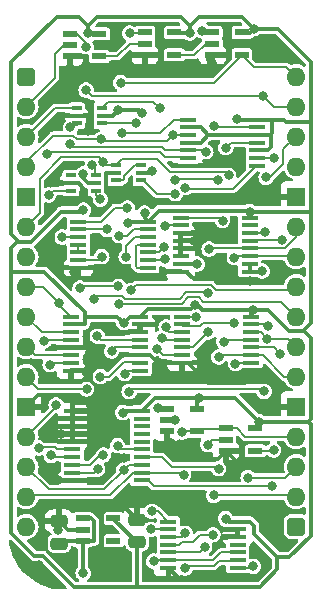
<source format=gbr>
%TF.GenerationSoftware,KiCad,Pcbnew,7.0.5*%
%TF.CreationDate,2023-12-15T11:52:41+02:00*%
%TF.ProjectId,W65C816 Clock Hold,57363543-3831-4362-9043-6c6f636b2048,rev?*%
%TF.SameCoordinates,Original*%
%TF.FileFunction,Copper,L1,Top*%
%TF.FilePolarity,Positive*%
%FSLAX46Y46*%
G04 Gerber Fmt 4.6, Leading zero omitted, Abs format (unit mm)*
G04 Created by KiCad (PCBNEW 7.0.5) date 2023-12-15 11:52:41*
%MOMM*%
%LPD*%
G01*
G04 APERTURE LIST*
G04 Aperture macros list*
%AMRoundRect*
0 Rectangle with rounded corners*
0 $1 Rounding radius*
0 $2 $3 $4 $5 $6 $7 $8 $9 X,Y pos of 4 corners*
0 Add a 4 corners polygon primitive as box body*
4,1,4,$2,$3,$4,$5,$6,$7,$8,$9,$2,$3,0*
0 Add four circle primitives for the rounded corners*
1,1,$1+$1,$2,$3*
1,1,$1+$1,$4,$5*
1,1,$1+$1,$6,$7*
1,1,$1+$1,$8,$9*
0 Add four rect primitives between the rounded corners*
20,1,$1+$1,$2,$3,$4,$5,0*
20,1,$1+$1,$4,$5,$6,$7,0*
20,1,$1+$1,$6,$7,$8,$9,0*
20,1,$1+$1,$8,$9,$2,$3,0*%
G04 Aperture macros list end*
%TA.AperFunction,SMDPad,CuDef*%
%ADD10R,1.250000X0.600000*%
%TD*%
%TA.AperFunction,SMDPad,CuDef*%
%ADD11R,0.875000X0.450000*%
%TD*%
%TA.AperFunction,SMDPad,CuDef*%
%ADD12R,1.150000X0.600000*%
%TD*%
%TA.AperFunction,SMDPad,CuDef*%
%ADD13R,1.475000X0.450000*%
%TD*%
%TA.AperFunction,SMDPad,CuDef*%
%ADD14R,1.450000X0.450000*%
%TD*%
%TA.AperFunction,ComponentPad*%
%ADD15RoundRect,0.400000X-0.400000X-0.400000X0.400000X-0.400000X0.400000X0.400000X-0.400000X0.400000X0*%
%TD*%
%TA.AperFunction,ComponentPad*%
%ADD16O,1.600000X1.600000*%
%TD*%
%TA.AperFunction,ComponentPad*%
%ADD17R,1.600000X1.600000*%
%TD*%
%TA.AperFunction,SMDPad,CuDef*%
%ADD18RoundRect,0.250000X0.475000X-0.250000X0.475000X0.250000X-0.475000X0.250000X-0.475000X-0.250000X0*%
%TD*%
%TA.AperFunction,ViaPad*%
%ADD19C,0.800000*%
%TD*%
%TA.AperFunction,Conductor*%
%ADD20C,0.200000*%
%TD*%
%TA.AperFunction,Conductor*%
%ADD21C,0.380000*%
%TD*%
G04 APERTURE END LIST*
D10*
%TO.P,IC51,1,B*%
%TO.N,/Clock Control Board/HC=CC*%
X103271000Y-100904000D03*
%TO.P,IC51,2,A*%
%TO.N,/Clock Control Board/CLK*%
X103271000Y-101854000D03*
%TO.P,IC51,3,GND*%
%TO.N,/Clock Control Board/GND*%
X103271000Y-102804000D03*
%TO.P,IC51,4,Y*%
%TO.N,/Clock Control Board/Latch CHC*%
X105771000Y-102804000D03*
%TO.P,IC51,5,3V*%
%TO.N,/Clock Control Board/3.3V*%
X105771000Y-100904000D03*
%TD*%
D11*
%TO.P,IC47,1,n.c.*%
%TO.N,unconnected-(IC47-n.c.-Pad1)*%
X90124000Y-79487000D03*
%TO.P,IC47,2,GND*%
%TO.N,/Clock Control Board/GND*%
X90124000Y-80137000D03*
%TO.P,IC47,3,X1*%
%TO.N,/Clock Control Board/CLK_{IN}*%
X90124000Y-80787000D03*
%TO.P,IC47,4,~{Y}*%
%TO.N,/Clock Control Board/~{CLK}*%
X92248000Y-80787000D03*
%TO.P,IC47,5,3V*%
%TO.N,/Clock Control Board/3.3V*%
X92248000Y-80137000D03*
%TO.P,IC47,6,Y*%
%TO.N,/Clock Control Board/CLK*%
X92248000Y-79487000D03*
%TD*%
D10*
%TO.P,IC44,1,B*%
%TO.N,/Clock Control Board/CLK Low Pulse*%
X90063000Y-67503000D03*
%TO.P,IC44,2,A*%
%TO.N,/Clock Control Board/~{Hold Low}*%
X90063000Y-68453000D03*
%TO.P,IC44,3,GND*%
%TO.N,/Clock Control Board/GND*%
X90063000Y-69403000D03*
%TO.P,IC44,4,Y*%
%TO.N,/Clock Control Board/~{Hold Low}\u00B7CLK Low Pulse*%
X92563000Y-69403000D03*
%TO.P,IC44,5,3V*%
%TO.N,/Clock Control Board/3.3V*%
X92563000Y-67503000D03*
%TD*%
D12*
%TO.P,IC41,1,VIN*%
%TO.N,/Clock Control Board/5V*%
X91156000Y-108524000D03*
%TO.P,IC41,2,GND*%
%TO.N,/Clock Control Board/GND*%
X91156000Y-109474000D03*
%TO.P,IC41,3,EN*%
%TO.N,/Clock Control Board/5V*%
X91156000Y-110424000D03*
%TO.P,IC41,4,ADJ*%
%TO.N,unconnected-(IC41-ADJ-Pad4)*%
X93756000Y-110424000D03*
%TO.P,IC41,5,VOUT*%
%TO.N,/Clock Control Board/3.3V*%
X93756000Y-108524000D03*
%TD*%
D13*
%TO.P,IC31,1,~{1RD}*%
%TO.N,/Clock Control Board/~{CLK High Reset Pulse}*%
X100059000Y-74758000D03*
%TO.P,IC31,2,1D*%
%TO.N,/Clock Control Board/3.3V*%
X100059000Y-75408000D03*
%TO.P,IC31,3,1CP*%
%TO.N,/Clock Control Board/CLK*%
X100059000Y-76058000D03*
%TO.P,IC31,4,~{1SD}*%
%TO.N,/Clock Control Board/3.3V*%
X100059000Y-76708000D03*
%TO.P,IC31,5,1Q*%
%TO.N,/Clock Control Board/CLK High Pulse*%
X100059000Y-77358000D03*
%TO.P,IC31,6,~{1Q}*%
%TO.N,/Clock Control Board/~{CLK High Pulse}*%
X100059000Y-78008000D03*
%TO.P,IC31,7,GND*%
%TO.N,/Clock Control Board/GND*%
X100059000Y-78658000D03*
%TO.P,IC31,8,~{2Q}*%
%TO.N,/Clock Control Board/~{CLK Low Pulse}*%
X105935000Y-78658000D03*
%TO.P,IC31,9,2Q*%
%TO.N,/Clock Control Board/CLK Low Pulse*%
X105935000Y-78008000D03*
%TO.P,IC31,10,~{2SD}*%
%TO.N,/Clock Control Board/3.3V*%
X105935000Y-77358000D03*
%TO.P,IC31,11,2CP*%
%TO.N,/Clock Control Board/~{CLK}*%
X105935000Y-76708000D03*
%TO.P,IC31,12,2D*%
%TO.N,/Clock Control Board/3.3V*%
X105935000Y-76058000D03*
%TO.P,IC31,13,~{2RD}*%
%TO.N,/Clock Control Board/~{CLK Low Reset Pulse}*%
X105935000Y-75408000D03*
%TO.P,IC31,14,3V*%
%TO.N,/Clock Control Board/3.3V*%
X105935000Y-74758000D03*
%TD*%
D14*
%TO.P,IC30,1,S*%
%TO.N,/Clock Control Board/~{Reset}*%
X90166000Y-91451000D03*
%TO.P,IC30,2,1I0*%
%TO.N,/Clock Control Board/3.3V*%
X90166000Y-92101000D03*
%TO.P,IC30,3,1I1*%
%TO.N,/Clock Control Board/Hold Count_{0}D*%
X90166000Y-92751000D03*
%TO.P,IC30,4,1Y*%
%TO.N,/Clock Control Board/Hold Count_{0}*%
X90166000Y-93401000D03*
%TO.P,IC30,5,2I0*%
%TO.N,/Clock Control Board/GND*%
X90166000Y-94051000D03*
%TO.P,IC30,6,2I1*%
%TO.N,/Clock Control Board/Hold Count_{1}D*%
X90166000Y-94701000D03*
%TO.P,IC30,7,2Y*%
%TO.N,/Clock Control Board/Hold Count_{1}*%
X90166000Y-95351000D03*
%TO.P,IC30,8,GND*%
%TO.N,/Clock Control Board/GND*%
X90166000Y-96001000D03*
%TO.P,IC30,9,3Y*%
%TO.N,/Clock Control Board/Hold Count_{2}*%
X96016000Y-96001000D03*
%TO.P,IC30,10,3I1*%
%TO.N,/Clock Control Board/Hold Count_{2}D*%
X96016000Y-95351000D03*
%TO.P,IC30,11,3I0*%
%TO.N,/Clock Control Board/GND*%
X96016000Y-94701000D03*
%TO.P,IC30,12,4Y*%
%TO.N,/Clock Control Board/Hold Count_{3}*%
X96016000Y-94051000D03*
%TO.P,IC30,13,4I1*%
%TO.N,/Clock Control Board/Hold Count_{3}D*%
X96016000Y-93401000D03*
%TO.P,IC30,14,4I0*%
%TO.N,/Clock Control Board/GND*%
X96016000Y-92751000D03*
%TO.P,IC30,15,~{E}*%
X96016000Y-92101000D03*
%TO.P,IC30,16,3V*%
%TO.N,/Clock Control Board/3.3V*%
X96016000Y-91451000D03*
%TD*%
D10*
%TO.P,IC29,1,D*%
%TO.N,/Clock Control Board/CLK*%
X102128000Y-67376000D03*
%TO.P,IC29,2,CP*%
%TO.N,/Clock Control Board/High Pulse+Low Pulse*%
X102128000Y-68326000D03*
%TO.P,IC29,3,GND*%
%TO.N,/Clock Control Board/GND*%
X102128000Y-69276000D03*
%TO.P,IC29,4,Q*%
%TO.N,/Clock Control Board/PHI2*%
X104628000Y-69276000D03*
%TO.P,IC29,5,3V*%
%TO.N,/Clock Control Board/3.3V*%
X104628000Y-67376000D03*
%TD*%
%TO.P,IC28,1,B*%
%TO.N,/Clock Control Board/~{HC_{L}=CC_{L}}*%
X98318000Y-99253000D03*
%TO.P,IC28,2,A*%
%TO.N,/Clock Control Board/~{HC_{H}=CC_{H}}*%
X98318000Y-100203000D03*
%TO.P,IC28,3,GND*%
%TO.N,/Clock Control Board/GND*%
X98318000Y-101153000D03*
%TO.P,IC28,4,Y*%
%TO.N,/Clock Control Board/HC=CC*%
X100818000Y-101153000D03*
%TO.P,IC28,5,3V*%
%TO.N,/Clock Control Board/3.3V*%
X100818000Y-99253000D03*
%TD*%
%TO.P,IC27,1,B*%
%TO.N,/Clock Control Board/~{Hold High}\u00B7CLK High Pulse\u00B7HC=CC*%
X96413000Y-67376000D03*
%TO.P,IC27,2,A*%
%TO.N,/Clock Control Board/~{Hold Low}\u00B7CLK Low Pulse*%
X96413000Y-68326000D03*
%TO.P,IC27,3,GND*%
%TO.N,/Clock Control Board/GND*%
X96413000Y-69276000D03*
%TO.P,IC27,4,Y*%
%TO.N,/Clock Control Board/High Pulse+Low Pulse*%
X98913000Y-69276000D03*
%TO.P,IC27,5,3V*%
%TO.N,/Clock Control Board/3.3V*%
X98913000Y-67376000D03*
%TD*%
D13*
%TO.P,IC26,1,1A*%
%TO.N,/Clock Control Board/~{HC_{3}=CC_{3}}*%
X98408000Y-108794000D03*
%TO.P,IC26,2,1B*%
%TO.N,/Clock Control Board/~{HC_{2}=CC_{2}}*%
X98408000Y-109444000D03*
%TO.P,IC26,3,1Y*%
%TO.N,/Clock Control Board/~{HC_{H}=CC_{H}}*%
X98408000Y-110094000D03*
%TO.P,IC26,4,2A*%
%TO.N,/Clock Control Board/~{HC_{1}=CC_{1}}*%
X98408000Y-110744000D03*
%TO.P,IC26,5,2B*%
%TO.N,/Clock Control Board/~{HC_{0}=CC_{0}}*%
X98408000Y-111394000D03*
%TO.P,IC26,6,2Y*%
%TO.N,/Clock Control Board/~{HC_{L}=CC_{L}}*%
X98408000Y-112044000D03*
%TO.P,IC26,7,GND*%
%TO.N,/Clock Control Board/GND*%
X98408000Y-112694000D03*
%TO.P,IC26,8,3Y*%
%TO.N,/Clock Control Board/~{HC=CC}*%
X104284000Y-112694000D03*
%TO.P,IC26,9,3A*%
%TO.N,/Clock Control Board/~{HC_{H}=CC_{H}}*%
X104284000Y-112044000D03*
%TO.P,IC26,10,3B*%
%TO.N,/Clock Control Board/~{HC_{L}=CC_{L}}*%
X104284000Y-111394000D03*
%TO.P,IC26,11,4Y*%
%TO.N,unconnected-(IC26D-4Y-Pad11)*%
X104284000Y-110744000D03*
%TO.P,IC26,12,4A*%
%TO.N,/Clock Control Board/GND*%
X104284000Y-110094000D03*
%TO.P,IC26,13,4B*%
X104284000Y-109444000D03*
%TO.P,IC26,14,3V*%
%TO.N,/Clock Control Board/3.3V*%
X104284000Y-108794000D03*
%TD*%
%TO.P,IC24,1,1A*%
%TO.N,/Clock Control Board/HC Latch_{3}*%
X99568000Y-91440000D03*
%TO.P,IC24,2,1B*%
%TO.N,/Clock Control Board/Clk Count_{3}*%
X99568000Y-92090000D03*
%TO.P,IC24,3,1Y*%
%TO.N,/Clock Control Board/~{HC_{3}=CC_{3}}*%
X99568000Y-92740000D03*
%TO.P,IC24,4,2A*%
%TO.N,/Clock Control Board/HC Latch_{2}*%
X99568000Y-93390000D03*
%TO.P,IC24,5,2B*%
%TO.N,/Clock Control Board/Clk Count_{2}*%
X99568000Y-94040000D03*
%TO.P,IC24,6,2Y*%
%TO.N,/Clock Control Board/~{HC_{2}=CC_{2}}*%
X99568000Y-94690000D03*
%TO.P,IC24,7,GND*%
%TO.N,/Clock Control Board/GND*%
X99568000Y-95340000D03*
%TO.P,IC24,8,3Y*%
%TO.N,/Clock Control Board/~{HC_{1}=CC_{1}}*%
X105444000Y-95340000D03*
%TO.P,IC24,9,3A*%
%TO.N,/Clock Control Board/HC Latch_{1}*%
X105444000Y-94690000D03*
%TO.P,IC24,10,3B*%
%TO.N,/Clock Control Board/Clk Count_{1}*%
X105444000Y-94040000D03*
%TO.P,IC24,11,4Y*%
%TO.N,/Clock Control Board/~{HC_{0}=CC_{0}}*%
X105444000Y-93390000D03*
%TO.P,IC24,12,4A*%
%TO.N,/Clock Control Board/HC Latch_{0}*%
X105444000Y-92740000D03*
%TO.P,IC24,13,4B*%
%TO.N,/Clock Control Board/Clk Count_{0}*%
X105444000Y-92090000D03*
%TO.P,IC24,14,3V*%
%TO.N,/Clock Control Board/3.3V*%
X105444000Y-91440000D03*
%TD*%
D14*
%TO.P,IC23,1,~{MR}*%
%TO.N,/Clock Control Board/~{HC=CC}*%
X99437000Y-83069000D03*
%TO.P,IC23,2,CP*%
%TO.N,/Clock Control Board/~{CLK}_{DRAGGED}*%
X99437000Y-83719000D03*
%TO.P,IC23,3,D0*%
%TO.N,/Clock Control Board/GND*%
X99437000Y-84369000D03*
%TO.P,IC23,4,D1*%
X99437000Y-85019000D03*
%TO.P,IC23,5,D2*%
X99437000Y-85669000D03*
%TO.P,IC23,6,D3*%
X99437000Y-86319000D03*
%TO.P,IC23,7,CEP*%
%TO.N,/Clock Control Board/3.3V*%
X99437000Y-86969000D03*
%TO.P,IC23,8,GND*%
%TO.N,/Clock Control Board/GND*%
X99437000Y-87619000D03*
%TO.P,IC23,9,~{PE}*%
%TO.N,/Clock Control Board/3.3V*%
X105287000Y-87619000D03*
%TO.P,IC23,10,CET*%
X105287000Y-86969000D03*
%TO.P,IC23,11,Q3*%
%TO.N,/Clock Control Board/Clk Count_{3}*%
X105287000Y-86319000D03*
%TO.P,IC23,12,Q2*%
%TO.N,/Clock Control Board/Clk Count_{2}*%
X105287000Y-85669000D03*
%TO.P,IC23,13,Q1*%
%TO.N,/Clock Control Board/Clk Count_{1}*%
X105287000Y-85019000D03*
%TO.P,IC23,14,Q0*%
%TO.N,/Clock Control Board/Clk Count_{0}*%
X105287000Y-84369000D03*
%TO.P,IC23,15,TC*%
%TO.N,unconnected-(IC23-TC-Pad15)*%
X105287000Y-83719000D03*
%TO.P,IC23,16,3V*%
%TO.N,/Clock Control Board/3.3V*%
X105287000Y-83069000D03*
%TD*%
D13*
%TO.P,IC22,1,~{OE}*%
%TO.N,/Clock Control Board/GND*%
X90280000Y-99437000D03*
%TO.P,IC22,2,D0*%
X90280000Y-100087000D03*
%TO.P,IC22,3,D1*%
X90280000Y-100737000D03*
%TO.P,IC22,4,D2*%
X90280000Y-101387000D03*
%TO.P,IC22,5,D3*%
X90280000Y-102037000D03*
%TO.P,IC22,6,D4*%
%TO.N,/Clock Control Board/Hold Count_{0}*%
X90280000Y-102687000D03*
%TO.P,IC22,7,D5*%
%TO.N,/Clock Control Board/Hold Count_{1}*%
X90280000Y-103337000D03*
%TO.P,IC22,8,D6*%
%TO.N,/Clock Control Board/Hold Count_{2}*%
X90280000Y-103987000D03*
%TO.P,IC22,9,D7*%
%TO.N,/Clock Control Board/Hold Count_{3}*%
X90280000Y-104637000D03*
%TO.P,IC22,10,GND*%
%TO.N,/Clock Control Board/GND*%
X90280000Y-105287000D03*
%TO.P,IC22,11,LE*%
%TO.N,/Clock Control Board/Latch CHC*%
X96156000Y-105287000D03*
%TO.P,IC22,12,Q7*%
%TO.N,/Clock Control Board/HC Latch_{3}*%
X96156000Y-104637000D03*
%TO.P,IC22,13,Q6*%
%TO.N,/Clock Control Board/HC Latch_{2}*%
X96156000Y-103987000D03*
%TO.P,IC22,14,Q5*%
%TO.N,/Clock Control Board/HC Latch_{1}*%
X96156000Y-103337000D03*
%TO.P,IC22,15,Q4*%
%TO.N,/Clock Control Board/HC Latch_{0}*%
X96156000Y-102687000D03*
%TO.P,IC22,16,Q3*%
%TO.N,unconnected-(IC22-Q3-Pad16)*%
X96156000Y-102037000D03*
%TO.P,IC22,17,Q2*%
%TO.N,unconnected-(IC22-Q2-Pad17)*%
X96156000Y-101387000D03*
%TO.P,IC22,18,Q1*%
%TO.N,unconnected-(IC22-Q1-Pad18)*%
X96156000Y-100737000D03*
%TO.P,IC22,19,Q0*%
%TO.N,unconnected-(IC22-Q0-Pad19)*%
X96156000Y-100087000D03*
%TO.P,IC22,20,3V*%
%TO.N,/Clock Control Board/3.3V*%
X96156000Y-99437000D03*
%TD*%
D11*
%TO.P,IC21,1,1A*%
%TO.N,/Clock Control Board/~{CLK}*%
X93934000Y-78598000D03*
%TO.P,IC21,2,GND*%
%TO.N,/Clock Control Board/GND*%
X93934000Y-79248000D03*
%TO.P,IC21,3,2A*%
%TO.N,Net-(IC21A-1Y)*%
X93934000Y-79898000D03*
%TO.P,IC21,4,2Y*%
%TO.N,/Clock Control Board/~{CLK}_{DRAGGED}*%
X96058000Y-79898000D03*
%TO.P,IC21,5,3V*%
%TO.N,/Clock Control Board/3.3V*%
X96058000Y-79248000D03*
%TO.P,IC21,6,1Y*%
%TO.N,Net-(IC21A-1Y)*%
X96058000Y-78598000D03*
%TD*%
D13*
%TO.P,IC7,1,1A*%
%TO.N,/Clock Control Board/PHI2*%
X90788000Y-83394000D03*
%TO.P,IC7,2,1Y*%
%TO.N,/Clock Control Board/~{PHI2}*%
X90788000Y-84044000D03*
%TO.P,IC7,3,2A*%
%TO.N,/Clock Control Board/~{CLK High Pulse}*%
X90788000Y-84694000D03*
%TO.P,IC7,4,2Y*%
%TO.N,/Clock Control Board/CLK H.P.*%
X90788000Y-85344000D03*
%TO.P,IC7,5,3A*%
X90788000Y-85994000D03*
%TO.P,IC7,6,3Y*%
%TO.N,/Clock Control Board/~{CLK High Reset Pulse}*%
X90788000Y-86644000D03*
%TO.P,IC7,7,GND*%
%TO.N,/Clock Control Board/GND*%
X90788000Y-87294000D03*
%TO.P,IC7,8,4Y*%
%TO.N,/Clock Control Board/CLK L.P.*%
X96664000Y-87294000D03*
%TO.P,IC7,9,4A*%
%TO.N,/Clock Control Board/~{CLK Low Pulse}*%
X96664000Y-86644000D03*
%TO.P,IC7,10,5Y*%
%TO.N,/Clock Control Board/~{CLK Low Reset Pulse}*%
X96664000Y-85994000D03*
%TO.P,IC7,11,5A*%
%TO.N,/Clock Control Board/CLK L.P.*%
X96664000Y-85344000D03*
%TO.P,IC7,12,6Y*%
%TO.N,/Clock Control Board/Reset*%
X96664000Y-84694000D03*
%TO.P,IC7,13,6A*%
%TO.N,/Clock Control Board/~{Reset}*%
X96664000Y-84044000D03*
%TO.P,IC7,14,3V*%
%TO.N,/Clock Control Board/3.3V*%
X96664000Y-83394000D03*
%TD*%
D15*
%TO.P,J1,1,Pin_1*%
%TO.N,/Clock Control Board/5V*%
X86360000Y-71120000D03*
D16*
%TO.P,J1,2,Pin_2*%
%TO.N,/Clock Control Board/~{Hold Low}*%
X86360000Y-73660000D03*
%TO.P,J1,3,Pin_3*%
%TO.N,/Clock Control Board/~{Hold High}*%
X86360000Y-76200000D03*
%TO.P,J1,4,Pin_4*%
%TO.N,/Clock Control Board/CLK*%
X86360000Y-78740000D03*
D17*
%TO.P,J1,5,Pin_5*%
%TO.N,/Clock Control Board/GND*%
X86360000Y-81280000D03*
D16*
%TO.P,J1,6,Pin_6*%
%TO.N,/Clock Control Board/~{CLK}*%
X86360000Y-83820000D03*
%TO.P,J1,7,Pin_7*%
%TO.N,/Clock Control Board/CLK_{IN}*%
X86360000Y-86360000D03*
%TO.P,J1,8,Pin_8*%
%TO.N,/Clock Control Board/~{Reset}*%
X86360000Y-88900000D03*
%TO.P,J1,9,Pin_9*%
%TO.N,/Clock Control Board/Hold Count_{0}D*%
X86360000Y-91440000D03*
%TO.P,J1,10,Pin_10*%
%TO.N,/Clock Control Board/Hold Count_{1}D*%
X86360000Y-93980000D03*
%TO.P,J1,11,Pin_11*%
%TO.N,/Clock Control Board/Hold Count_{2}D*%
X86360000Y-96520000D03*
D17*
%TO.P,J1,12,Pin_12*%
%TO.N,/Clock Control Board/GND*%
X86360000Y-99060000D03*
D16*
%TO.P,J1,13,Pin_13*%
%TO.N,/Clock Control Board/Hold Count_{3}D*%
X86360000Y-101600000D03*
%TO.P,J1,14,Pin_14*%
%TO.N,/Clock Control Board/HC Latch_{2}*%
X86360000Y-104140000D03*
%TO.P,J1,15,Pin_15*%
%TO.N,/Clock Control Board/HC Latch_{3}*%
X86360000Y-106680000D03*
%TO.P,J1,16,Pin_16*%
%TO.N,unconnected-(J1-Pin_16-Pad16)*%
X86360000Y-109220000D03*
D15*
%TO.P,J1,17,Pin_17*%
%TO.N,/Clock Control Board/5V*%
X109220000Y-109220000D03*
D16*
%TO.P,J1,18,Pin_18*%
%TO.N,/Clock Control Board/CLK High Pulse*%
X109220000Y-106680000D03*
%TO.P,J1,19,Pin_19*%
%TO.N,/Clock Control Board/~{HC=CC}*%
X109220000Y-104140000D03*
%TO.P,J1,20,Pin_20*%
%TO.N,/Clock Control Board/HC=CC*%
X109220000Y-101600000D03*
D17*
%TO.P,J1,21,Pin_21*%
%TO.N,/Clock Control Board/GND*%
X109220000Y-99060000D03*
D16*
%TO.P,J1,22,Pin_22*%
%TO.N,/Clock Control Board/HC Latch_{1}*%
X109220000Y-96520000D03*
%TO.P,J1,23,Pin_23*%
%TO.N,/Clock Control Board/HC Latch_{0}*%
X109220000Y-93980000D03*
%TO.P,J1,24,Pin_24*%
%TO.N,/Clock Control Board/~{PHI2}*%
X109220000Y-91440000D03*
%TO.P,J1,25,Pin_25*%
%TO.N,/Clock Control Board/Reset*%
X109220000Y-88900000D03*
%TO.P,J1,26,Pin_26*%
%TO.N,/Clock Control Board/Clk Count_{3}*%
X109220000Y-86360000D03*
%TO.P,J1,27,Pin_27*%
%TO.N,/Clock Control Board/Clk Count_{2}*%
X109220000Y-83820000D03*
D17*
%TO.P,J1,28,Pin_28*%
%TO.N,/Clock Control Board/GND*%
X109220000Y-81280000D03*
D16*
%TO.P,J1,29,Pin_29*%
%TO.N,/Clock Control Board/Clk Count_{1}*%
X109220000Y-78740000D03*
%TO.P,J1,30,Pin_30*%
%TO.N,/Clock Control Board/Clk Count_{0}*%
X109220000Y-76200000D03*
%TO.P,J1,31,Pin_31*%
%TO.N,/Clock Control Board/CLK Low Pulse*%
X109220000Y-73660000D03*
%TO.P,J1,32,Pin_32*%
%TO.N,/Clock Control Board/PHI2*%
X109220000Y-71120000D03*
%TD*%
D18*
%TO.P,C44,1*%
%TO.N,/Clock Control Board/3.3V*%
X95758000Y-110535000D03*
%TO.P,C44,2*%
%TO.N,/Clock Control Board/GND*%
X95758000Y-108635000D03*
%TD*%
D11*
%TO.P,IC43,1,A*%
%TO.N,/Clock Control Board/~{Hold High}*%
X90632000Y-73772000D03*
%TO.P,IC43,2,GND*%
%TO.N,/Clock Control Board/GND*%
X90632000Y-74422000D03*
%TO.P,IC43,3,B*%
%TO.N,/Clock Control Board/CLK High Pulse*%
X90632000Y-75072000D03*
%TO.P,IC43,4,Y*%
%TO.N,/Clock Control Board/~{Hold High}\u00B7CLK High Pulse\u00B7HC=CC*%
X92756000Y-75072000D03*
%TO.P,IC43,5,3V*%
%TO.N,/Clock Control Board/3.3V*%
X92756000Y-74422000D03*
%TO.P,IC43,6,C*%
%TO.N,/Clock Control Board/HC=CC*%
X92756000Y-73772000D03*
%TD*%
D18*
%TO.P,C43,1*%
%TO.N,/Clock Control Board/5V*%
X89154000Y-110662000D03*
%TO.P,C43,2*%
%TO.N,/Clock Control Board/GND*%
X89154000Y-108762000D03*
%TD*%
D19*
%TO.N,/Clock Control Board/Hold Count_{2}D*%
X92645000Y-96520000D03*
X91479236Y-97588694D03*
%TO.N,/Clock Control Board/Hold Count_{3}D*%
X92384139Y-93087402D03*
X88900000Y-98932994D03*
%TO.N,/Clock Control Board/Hold Count_{0}*%
X87438000Y-102568186D03*
X87884000Y-93472000D03*
%TO.N,/Clock Control Board/Hold Count_{1}*%
X88488064Y-103181451D03*
X88392000Y-95504000D03*
%TO.N,/Clock Control Board/Hold Count_{2}*%
X94706581Y-96274581D03*
X92909321Y-103144207D03*
%TO.N,/Clock Control Board/Hold Count_{3}*%
X93599000Y-94361000D03*
X92422045Y-104352776D03*
%TO.N,/Clock Control Board/HC Latch_{3}*%
X99695000Y-104840000D03*
X100771587Y-91481274D03*
%TO.N,/Clock Control Board/HC Latch_{2}*%
X94628159Y-104414954D03*
X97828225Y-93232658D03*
%TO.N,/Clock Control Board/HC Latch_{1}*%
X102681000Y-94862817D03*
X102659000Y-104315641D03*
%TO.N,/Clock Control Board/HC Latch_{0}*%
X106797358Y-93326168D03*
X95092197Y-97783124D03*
X106506079Y-97768849D03*
X94107000Y-102362000D03*
%TO.N,/Clock Control Board/~{HC=CC}*%
X105156000Y-105061623D03*
X105610056Y-112595056D03*
X102997000Y-83312000D03*
%TO.N,/Clock Control Board/Clk Count_{3}*%
X103988999Y-91983198D03*
X103989000Y-86449373D03*
%TO.N,/Clock Control Board/Clk Count_{2}*%
X101854000Y-85725000D03*
X101792000Y-92748092D03*
%TO.N,/Clock Control Board/Clk Count_{1}*%
X108011161Y-84952542D03*
X107888000Y-94601689D03*
%TO.N,/Clock Control Board/Clk Count_{0}*%
X106611161Y-84236346D03*
X106807000Y-92202000D03*
X106682909Y-79647194D03*
%TO.N,/Clock Control Board/~{HC_{3}=CC_{3}}*%
X98218324Y-92311882D03*
X97016544Y-107912494D03*
%TO.N,/Clock Control Board/~{HC_{2}=CC_{2}}*%
X96900998Y-109444000D03*
X97449086Y-94158001D03*
%TO.N,/Clock Control Board/~{HC_{1}=CC_{1}}*%
X104081000Y-95434354D03*
X102181425Y-109911972D03*
%TO.N,/Clock Control Board/~{HC_{0}=CC_{0}}*%
X101481425Y-110958601D03*
X103084000Y-93552450D03*
%TO.N,/Clock Control Board/~{HC_{H}=CC_{H}}*%
X99829255Y-109790000D03*
X99822000Y-112744000D03*
X98995000Y-100183949D03*
%TO.N,/Clock Control Board/~{HC_{L}=CC_{L}}*%
X97155000Y-112141000D03*
X97536000Y-99187000D03*
%TO.N,/Clock Control Board/HC=CC*%
X97663000Y-73787000D03*
X99568000Y-101219000D03*
%TO.N,/Clock Control Board/GND*%
X105282996Y-88454000D03*
X89027000Y-105283000D03*
X95375269Y-88034941D03*
X105663994Y-96266000D03*
X92583000Y-70485000D03*
X102108000Y-69977000D03*
X98932992Y-107100431D03*
X90424017Y-87630017D03*
X88646000Y-79756000D03*
X105494000Y-103710528D03*
X98615500Y-102171500D03*
X89281000Y-101346000D03*
X91567010Y-75692000D03*
X95758002Y-80842535D03*
X100529998Y-102551849D03*
X107950000Y-97282000D03*
X90043000Y-70420000D03*
X89026994Y-109474000D03*
X104013000Y-78613000D03*
X89760974Y-107315010D03*
X106697000Y-112625343D03*
X91953071Y-94869000D03*
X87426615Y-112471385D03*
X104394000Y-81280000D03*
X100844223Y-113289186D03*
X100606475Y-85041475D03*
X88772990Y-75311000D03*
X94611302Y-103415093D03*
%TO.N,/Clock Control Board/3.3V*%
X94161002Y-73954714D03*
X100647507Y-90489000D03*
X94972654Y-83501115D03*
X103249809Y-108536324D03*
X105537000Y-90870000D03*
X104204988Y-74708000D03*
X106350774Y-87578220D03*
X91214000Y-82423000D03*
X94615000Y-91976000D03*
X96393000Y-82677000D03*
X105664000Y-67055986D03*
X105283000Y-82550000D03*
X94553022Y-99568000D03*
X96155822Y-74171571D03*
X100837998Y-86995000D03*
X97028000Y-79121000D03*
X101003013Y-98298000D03*
X106045030Y-100330000D03*
X91567000Y-67437000D03*
X100203000Y-67437000D03*
X91182950Y-79378050D03*
%TO.N,/Clock Control Board/~{Reset}*%
X89154000Y-90297000D03*
X94172000Y-88883311D03*
X90932000Y-89027000D03*
X94234000Y-84582000D03*
%TO.N,/Clock Control Board/5V*%
X91185994Y-113157000D03*
%TO.N,/Clock Control Board/Reset*%
X95222000Y-89216000D03*
X94826000Y-86373390D03*
%TO.N,/Clock Control Board/CLK*%
X92134022Y-89933907D03*
X91948000Y-78613000D03*
X101727000Y-102268500D03*
X101269931Y-67222630D03*
X92722319Y-76413000D03*
X101731255Y-89438305D03*
X98806004Y-76072996D03*
%TO.N,/Clock Control Board/~{CLK}*%
X92902694Y-78315402D03*
X103274824Y-77132394D03*
X103511607Y-79479231D03*
X92646035Y-81506000D03*
%TO.N,/Clock Control Board/~{CLK High Pulse}*%
X88110000Y-77628226D03*
X89408000Y-84709000D03*
%TO.N,/Clock Control Board/~{CLK High Reset Pulse}*%
X94496194Y-75880990D03*
X92772000Y-86366434D03*
%TO.N,/Clock Control Board/~{CLK Low Pulse}*%
X98094476Y-86563526D03*
X99834398Y-80510342D03*
%TO.N,/Clock Control Board/~{CLK Low Reset Pulse}*%
X98042269Y-85564887D03*
X102297693Y-75268000D03*
X98973078Y-79883000D03*
X102596743Y-79883000D03*
%TO.N,/Clock Control Board/~{Hold High}\u00B7CLK High Pulse\u00B7HC=CC*%
X95123000Y-67437000D03*
X95696529Y-75059859D03*
%TO.N,/Clock Control Board/CLK High Pulse*%
X90119449Y-75413479D03*
X102235000Y-106580000D03*
X101575510Y-77483340D03*
X90043408Y-76813479D03*
%TO.N,/Clock Control Board/CLK Low Pulse*%
X91440000Y-68580000D03*
X91440000Y-72263000D03*
X107315000Y-77978000D03*
X106426000Y-72771000D03*
%TO.N,/Clock Control Board/PHI2*%
X94932500Y-82232500D03*
X94361000Y-71628000D03*
%TO.N,/Clock Control Board/~{CLK}_{DRAGGED}*%
X98137000Y-83756504D03*
X98983615Y-81035862D03*
%TO.N,/Clock Control Board/Latch CHC*%
X107314994Y-102743000D03*
X107188000Y-105791000D03*
%TO.N,/Clock Control Board/CLK_{IN}*%
X88263371Y-81155486D03*
%TO.N,/Clock Control Board/~{PHI2}*%
X93218000Y-84044000D03*
X94213574Y-90399491D03*
%TD*%
D20*
%TO.N,/Clock Control Board/~{Hold High}*%
X88788000Y-73772000D02*
X86360000Y-76200000D01*
X90632000Y-73772000D02*
X88788000Y-73772000D01*
%TO.N,/Clock Control Board/~{Hold Low}*%
X89535000Y-68453000D02*
X88773000Y-69215000D01*
X86360000Y-73660000D02*
X88773000Y-71247000D01*
X88773000Y-71247000D02*
X88773000Y-69215000D01*
%TO.N,/Clock Control Board/Hold Count_{0}D*%
X87671000Y-92751000D02*
X90166000Y-92751000D01*
X86360000Y-91440000D02*
X87671000Y-92751000D01*
%TO.N,/Clock Control Board/Hold Count_{1}D*%
X86360000Y-93980000D02*
X87081000Y-94701000D01*
X87081000Y-94701000D02*
X90166000Y-94701000D01*
%TO.N,/Clock Control Board/Hold Count_{2}D*%
X95915000Y-95250000D02*
X94672964Y-95250000D01*
X86360000Y-96520000D02*
X87365194Y-97525194D01*
X93402964Y-96520000D02*
X92645000Y-96520000D01*
X94672964Y-95250000D02*
X93402964Y-96520000D01*
X87365194Y-97525194D02*
X91415736Y-97525194D01*
X91415736Y-97525194D02*
X91479236Y-97588694D01*
%TO.N,/Clock Control Board/Hold Count_{3}D*%
X92697737Y-93401000D02*
X92384139Y-93087402D01*
X96016000Y-93401000D02*
X92697737Y-93401000D01*
X86360000Y-101600000D02*
X88900000Y-99060000D01*
X88900000Y-99060000D02*
X88900000Y-98932994D01*
%TO.N,Net-(IC21A-1Y)*%
X94671500Y-79496526D02*
X94671500Y-79798000D01*
X94571500Y-79898000D02*
X93934000Y-79898000D01*
X96058000Y-78598000D02*
X95570026Y-78598000D01*
X95570026Y-78598000D02*
X94671500Y-79496526D01*
X94671500Y-79798000D02*
X94571500Y-79898000D01*
%TO.N,/Clock Control Board/Hold Count_{0}*%
X88983563Y-102687000D02*
X88778014Y-102481451D01*
X87524735Y-102481451D02*
X87438000Y-102568186D01*
X90166000Y-93401000D02*
X87955000Y-93401000D01*
X90280000Y-102687000D02*
X88983563Y-102687000D01*
X88778014Y-102481451D02*
X87524735Y-102481451D01*
X87955000Y-93401000D02*
X87884000Y-93472000D01*
%TO.N,/Clock Control Board/Hold Count_{1}*%
X88643613Y-103337000D02*
X88488064Y-103181451D01*
X90166000Y-95351000D02*
X88545000Y-95351000D01*
X90280000Y-103337000D02*
X88643613Y-103337000D01*
X88545000Y-95351000D02*
X88392000Y-95504000D01*
%TO.N,/Clock Control Board/Hold Count_{2}*%
X94980162Y-96001000D02*
X94706581Y-96274581D01*
X91797871Y-103987000D02*
X92640664Y-103144207D01*
X90280000Y-103987000D02*
X91797871Y-103987000D01*
X96016000Y-96001000D02*
X94980162Y-96001000D01*
X92640664Y-103144207D02*
X92909321Y-103144207D01*
%TO.N,/Clock Control Board/Hold Count_{3}*%
X92137821Y-104637000D02*
X92422045Y-104352776D01*
X90280000Y-104637000D02*
X92137821Y-104637000D01*
X93909000Y-94051000D02*
X93599000Y-94361000D01*
X96016000Y-94051000D02*
X93909000Y-94051000D01*
%TO.N,/Clock Control Board/HC Latch_{3}*%
X96156000Y-104637000D02*
X99492000Y-104637000D01*
X95396063Y-104637000D02*
X93480063Y-106553000D01*
X99568000Y-91440000D02*
X100730313Y-91440000D01*
X99492000Y-104637000D02*
X99695000Y-104840000D01*
X93480063Y-106553000D02*
X86487000Y-106553000D01*
X100730313Y-91440000D02*
X100771587Y-91481274D01*
X96156000Y-104637000D02*
X95396063Y-104637000D01*
%TO.N,/Clock Control Board/HC Latch_{2}*%
X97985567Y-93390000D02*
X97828225Y-93232658D01*
X95056113Y-103987000D02*
X94628159Y-104414954D01*
X88265000Y-106045000D02*
X86360000Y-104140000D01*
X94628159Y-104414954D02*
X92998113Y-106045000D01*
X99568000Y-93390000D02*
X97985567Y-93390000D01*
X96156000Y-103987000D02*
X95056113Y-103987000D01*
X92998113Y-106045000D02*
X88265000Y-106045000D01*
%TO.N,/Clock Control Board/HC Latch_{1}*%
X102483359Y-104140000D02*
X102659000Y-104315641D01*
X97876000Y-103337000D02*
X98679000Y-104140000D01*
X105431000Y-94677000D02*
X102866817Y-94677000D01*
X108211500Y-96520000D02*
X109220000Y-96520000D01*
X105444000Y-94690000D02*
X106381500Y-94690000D01*
X106381500Y-94690000D02*
X108211500Y-96520000D01*
X102866817Y-94677000D02*
X102681000Y-94862817D01*
X96156000Y-103337000D02*
X97876000Y-103337000D01*
X98679000Y-104140000D02*
X102483359Y-104140000D01*
%TO.N,/Clock Control Board/HC Latch_{0}*%
X96156000Y-102687000D02*
X94432000Y-102687000D01*
X108566168Y-93326168D02*
X109220000Y-93980000D01*
X106797358Y-93326168D02*
X108566168Y-93326168D01*
X106273230Y-97536000D02*
X95339321Y-97536000D01*
X95339321Y-97536000D02*
X95092197Y-97783124D01*
X106506079Y-97768849D02*
X106273230Y-97536000D01*
X106211190Y-92740000D02*
X106797358Y-93326168D01*
X105444000Y-92740000D02*
X106211190Y-92740000D01*
X94432000Y-102687000D02*
X94107000Y-102362000D01*
%TO.N,/Clock Control Board/~{HC=CC}*%
X102754000Y-83069000D02*
X102997000Y-83312000D01*
X99437000Y-83069000D02*
X102754000Y-83069000D01*
X109220000Y-104140000D02*
X108298377Y-105061623D01*
X105511112Y-112694000D02*
X105610056Y-112595056D01*
X108298377Y-105061623D02*
X105156000Y-105061623D01*
X104284000Y-112694000D02*
X105511112Y-112694000D01*
%TO.N,/Clock Control Board/Clk Count_{3}*%
X101118050Y-92202000D02*
X101336852Y-91983198D01*
X104119373Y-86319000D02*
X103989000Y-86449373D01*
X105287000Y-86319000D02*
X109179000Y-86319000D01*
X105287000Y-86319000D02*
X104119373Y-86319000D01*
X101336852Y-91983198D02*
X103988999Y-91983198D01*
X99680000Y-92202000D02*
X101118050Y-92202000D01*
%TO.N,/Clock Control Board/Clk Count_{2}*%
X109220000Y-84733654D02*
X109220000Y-83820000D01*
X99568000Y-94040000D02*
X100505500Y-94040000D01*
X105287000Y-85669000D02*
X101910000Y-85669000D01*
X101910000Y-85669000D02*
X101854000Y-85725000D01*
X100505500Y-94040000D02*
X101792000Y-92753500D01*
X105287000Y-85669000D02*
X108284654Y-85669000D01*
X101792000Y-92753500D02*
X101792000Y-92748092D01*
X108284654Y-85669000D02*
X109220000Y-84733654D01*
%TO.N,/Clock Control Board/Clk Count_{1}*%
X105353458Y-84952542D02*
X108011161Y-84952542D01*
X105444000Y-94040000D02*
X107326311Y-94040000D01*
X107326311Y-94040000D02*
X107888000Y-94601689D01*
%TO.N,/Clock Control Board/Clk Count_{0}*%
X109220000Y-76200000D02*
X108142000Y-77278000D01*
X105287000Y-84369000D02*
X106478507Y-84369000D01*
X106478507Y-84369000D02*
X106611161Y-84236346D01*
X107016756Y-79647194D02*
X106682909Y-79647194D01*
X108142000Y-77278000D02*
X108142000Y-78521950D01*
X108142000Y-78521950D02*
X107016756Y-79647194D01*
X105444000Y-92090000D02*
X106695000Y-92090000D01*
X106695000Y-92090000D02*
X106807000Y-92202000D01*
%TO.N,/Clock Control Board/~{HC_{3}=CC_{3}}*%
X98408000Y-108794000D02*
X97526494Y-107912494D01*
X98488991Y-92710000D02*
X98218324Y-92439333D01*
X98218324Y-92439333D02*
X98218324Y-92311882D01*
X99538000Y-92710000D02*
X98488991Y-92710000D01*
X97526494Y-107912494D02*
X97016544Y-107912494D01*
%TO.N,/Clock Control Board/~{HC_{2}=CC_{2}}*%
X99568000Y-94690000D02*
X97981085Y-94690000D01*
X98408000Y-109444000D02*
X96900998Y-109444000D01*
X97981085Y-94690000D02*
X97449086Y-94158001D01*
%TO.N,/Clock Control Board/~{HC_{1}=CC_{1}}*%
X99579630Y-110490000D02*
X100483050Y-110490000D01*
X100483050Y-110490000D02*
X101061078Y-109911972D01*
X98458000Y-110794000D02*
X99275630Y-110794000D01*
X105444000Y-95340000D02*
X104175354Y-95340000D01*
X104175354Y-95340000D02*
X104081000Y-95434354D01*
X99275630Y-110794000D02*
X99579630Y-110490000D01*
X101061078Y-109911972D02*
X102181425Y-109911972D01*
%TO.N,/Clock Control Board/~{HC_{0}=CC_{0}}*%
X103246450Y-93390000D02*
X103084000Y-93552450D01*
X98408000Y-111394000D02*
X101046026Y-111394000D01*
X101046026Y-111394000D02*
X101481425Y-110958601D01*
X105444000Y-93390000D02*
X103246450Y-93390000D01*
%TO.N,/Clock Control Board/~{HC_{H}=CC_{H}}*%
X98975949Y-100203000D02*
X98995000Y-100183949D01*
X104187000Y-112141000D02*
X102673686Y-112141000D01*
X100044000Y-112522000D02*
X99822000Y-112744000D01*
X98408000Y-110094000D02*
X99525255Y-110094000D01*
X102673686Y-112141000D02*
X102292686Y-112522000D01*
X99525255Y-110094000D02*
X99829255Y-109790000D01*
X98318000Y-100203000D02*
X98975949Y-100203000D01*
X102292686Y-112522000D02*
X100044000Y-112522000D01*
%TO.N,/Clock Control Board/~{HC_{L}=CC_{L}}*%
X98408000Y-112044000D02*
X102205000Y-112044000D01*
X102855000Y-111394000D02*
X104284000Y-111394000D01*
X98252000Y-99187000D02*
X97536000Y-99187000D01*
X102205000Y-112044000D02*
X102855000Y-111394000D01*
X97252000Y-112044000D02*
X97155000Y-112141000D01*
X98408000Y-112044000D02*
X97252000Y-112044000D01*
%TO.N,/Clock Control Board/HC=CC*%
X97130715Y-73254715D02*
X97663000Y-73787000D01*
X92756000Y-73772000D02*
X93273285Y-73254715D01*
X93273285Y-73254715D02*
X97130715Y-73254715D01*
X101006000Y-100965000D02*
X103210000Y-100965000D01*
X104216500Y-100904000D02*
X103271000Y-100904000D01*
X100818000Y-101153000D02*
X99634000Y-101153000D01*
X104912500Y-101600000D02*
X104216500Y-100904000D01*
X99634000Y-101153000D02*
X99568000Y-101219000D01*
X109220000Y-101600000D02*
X104912500Y-101600000D01*
D21*
%TO.N,/Clock Control Board/GND*%
X100080500Y-95340000D02*
X101786500Y-97046000D01*
X91271000Y-96263229D02*
X91271000Y-96001000D01*
X105457375Y-103710528D02*
X105494000Y-103710528D01*
X97893059Y-88034941D02*
X98309000Y-87619000D01*
X93106500Y-79283000D02*
X93106500Y-80513000D01*
X100566305Y-88248305D02*
X105077301Y-88248305D01*
X94652589Y-107100431D02*
X98932992Y-107100431D01*
X89681229Y-87294000D02*
X88618000Y-86230771D01*
X99437000Y-85019000D02*
X99437000Y-84369000D01*
X96016000Y-92751000D02*
X96016000Y-92101000D01*
X87376000Y-98044000D02*
X89535000Y-98044000D01*
X90788000Y-87294000D02*
X89681229Y-87294000D01*
X99202561Y-107370000D02*
X98932992Y-107100431D01*
X92318806Y-82296000D02*
X93091000Y-82296000D01*
X90280000Y-102037000D02*
X90280000Y-101387000D01*
X88618000Y-86230771D02*
X88618000Y-84102000D01*
X89535000Y-98044000D02*
X90280000Y-98789000D01*
X89027000Y-80137000D02*
X88646000Y-79756000D01*
X101786500Y-97046000D02*
X104883994Y-97046000D01*
X103848138Y-81825862D02*
X104394000Y-81280000D01*
X88618000Y-84102000D02*
X89326000Y-83394000D01*
X101803197Y-69672197D02*
X102108000Y-69977000D01*
X91953071Y-94615419D02*
X91953071Y-94869000D01*
X91388652Y-94051000D02*
X91953071Y-94615419D01*
X89031000Y-105287000D02*
X89027000Y-105283000D01*
X98309000Y-87619000D02*
X99437000Y-87619000D01*
X91449500Y-74422000D02*
X91567010Y-74539510D01*
X90280000Y-100087000D02*
X90280000Y-99437000D01*
X90124000Y-80137000D02*
X89027000Y-80137000D01*
X90280000Y-105287000D02*
X89031000Y-105287000D01*
X91388652Y-94051000D02*
X91388652Y-92965660D01*
X91856035Y-81833229D02*
X92318806Y-82296000D01*
X90063000Y-69403000D02*
X90063000Y-70400000D01*
X90280000Y-98789000D02*
X90280000Y-99437000D01*
X91388652Y-92965660D02*
X92056910Y-92297402D01*
X92583000Y-70485000D02*
X90108000Y-70485000D01*
X96016000Y-94701000D02*
X96874856Y-94701000D01*
X94510791Y-103415093D02*
X94611302Y-103415093D01*
X94634328Y-87294000D02*
X95375269Y-88034941D01*
X95375269Y-88034941D02*
X97893059Y-88034941D01*
X109220000Y-81280000D02*
X104394000Y-81280000D01*
X93436035Y-81950965D02*
X93436035Y-80842535D01*
X90805000Y-80137000D02*
X91122500Y-80454500D01*
X104177528Y-103710528D02*
X105494000Y-103710528D01*
X90788000Y-87294000D02*
X94634328Y-87294000D01*
X91953071Y-94869000D02*
X92362071Y-95278000D01*
X93436035Y-80842535D02*
X95758002Y-80842535D01*
X98318000Y-101153000D02*
X98318000Y-101874000D01*
X90451983Y-87630017D02*
X90424017Y-87630017D01*
X103968000Y-78658000D02*
X104013000Y-78613000D01*
X91156000Y-109474000D02*
X89866000Y-109474000D01*
X105756343Y-113566000D02*
X106697000Y-112625343D01*
X96874856Y-94701000D02*
X97513856Y-95340000D01*
X93819173Y-92297402D02*
X94287771Y-92766000D01*
X93899000Y-79283000D02*
X93106500Y-79283000D01*
X93106500Y-80513000D02*
X93436035Y-80842535D01*
X98408000Y-112694000D02*
X99280000Y-113566000D01*
X90063000Y-70400000D02*
X90043000Y-70420000D01*
X90280000Y-105287000D02*
X92638884Y-105287000D01*
X91953071Y-95318929D02*
X91953071Y-94869000D01*
X94438010Y-107315010D02*
X94652589Y-107100431D01*
X91567010Y-74539510D02*
X91567010Y-75692000D01*
X98615500Y-102171500D02*
X100149649Y-102171500D01*
X104883994Y-97046000D02*
X105663994Y-96266000D01*
X97513856Y-95340000D02*
X99568000Y-95340000D01*
X95758002Y-80842535D02*
X96741329Y-81825862D01*
X90166000Y-94051000D02*
X91388652Y-94051000D01*
X86360000Y-99060000D02*
X87376000Y-98044000D01*
X94287771Y-92766000D02*
X96001000Y-92766000D01*
X89661990Y-74422000D02*
X88772990Y-75311000D01*
X92317771Y-97310000D02*
X91271000Y-96263229D01*
X90124000Y-80137000D02*
X90805000Y-80137000D01*
X102570000Y-103505000D02*
X101483149Y-103505000D01*
X94438010Y-107315010D02*
X95758000Y-108635000D01*
X93091000Y-82296000D02*
X93436035Y-81950965D01*
X106934000Y-96266000D02*
X105663994Y-96266000D01*
X90632000Y-74422000D02*
X91449500Y-74422000D01*
X100584000Y-85019000D02*
X100606475Y-85041475D01*
X96741329Y-81825862D02*
X103848138Y-81825862D01*
X92638884Y-105287000D02*
X94510791Y-103415093D01*
X90108000Y-70485000D02*
X90043000Y-70420000D01*
X89026994Y-108839006D02*
X89026994Y-109474000D01*
X92317771Y-98182229D02*
X92317771Y-97310000D01*
X92056910Y-92297402D02*
X93819173Y-92297402D01*
X107950000Y-97282000D02*
X106934000Y-96266000D01*
X90166000Y-96001000D02*
X91271000Y-96001000D01*
X101803197Y-69342000D02*
X101803197Y-69672197D01*
X91711000Y-98789000D02*
X92317771Y-98182229D01*
X91122500Y-81089500D02*
X91856035Y-81823035D01*
X90632000Y-74422000D02*
X89661990Y-74422000D01*
X89866000Y-109474000D02*
X89154000Y-108762000D01*
X89760974Y-107315010D02*
X94438010Y-107315010D01*
X90788000Y-87294000D02*
X90451983Y-87630017D01*
X99937000Y-87619000D02*
X100566305Y-88248305D01*
X98318000Y-101874000D02*
X98615500Y-102171500D01*
X94529000Y-94701000D02*
X96016000Y-94701000D01*
X105077301Y-88248305D02*
X105282996Y-88454000D01*
X99437000Y-85019000D02*
X100584000Y-85019000D01*
X100059000Y-78658000D02*
X103968000Y-78658000D01*
X103271000Y-102804000D02*
X102570000Y-103505000D01*
X93952000Y-95278000D02*
X94529000Y-94701000D01*
X105255000Y-103912903D02*
X105457375Y-103710528D01*
X103271000Y-102804000D02*
X104177528Y-103710528D01*
X91856035Y-81823035D02*
X91856035Y-81833229D01*
X91122500Y-80454500D02*
X91122500Y-81089500D01*
X91271000Y-96001000D02*
X91953071Y-95318929D01*
X90280000Y-101387000D02*
X90280000Y-100737000D01*
X90280000Y-100737000D02*
X90280000Y-100087000D01*
X100149649Y-102171500D02*
X100529998Y-102551849D01*
X90280000Y-98789000D02*
X91711000Y-98789000D01*
X99437000Y-85669000D02*
X99437000Y-86319000D01*
X99280000Y-113566000D02*
X105756343Y-113566000D01*
X101483149Y-103505000D02*
X100529998Y-102551849D01*
X92362071Y-95278000D02*
X93952000Y-95278000D01*
X99437000Y-85669000D02*
X99437000Y-85019000D01*
%TO.N,/Clock Control Board/3.3V*%
X96156000Y-99437000D02*
X94684022Y-99437000D01*
X100203000Y-66802000D02*
X99441000Y-66040000D01*
X87753844Y-111681385D02*
X90417459Y-114345000D01*
X96016000Y-91451000D02*
X96642000Y-90825000D01*
X110460000Y-74930000D02*
X108331000Y-74930000D01*
X85120000Y-87660000D02*
X87914000Y-87660000D01*
X105187000Y-82454000D02*
X105283000Y-82550000D01*
X105935000Y-74758000D02*
X107052500Y-74758000D01*
X110460000Y-100106000D02*
X110460000Y-93218000D01*
X96156000Y-99437000D02*
X97295000Y-98298000D01*
X91313000Y-91440000D02*
X94079000Y-91440000D01*
X101801500Y-76058000D02*
X101151500Y-76708000D01*
X92563000Y-67503000D02*
X91633000Y-67503000D01*
X96155822Y-74171571D02*
X95938965Y-73954714D01*
X94079000Y-91440000D02*
X94615000Y-91976000D01*
X100203000Y-67437000D02*
X100203000Y-66802000D01*
X105282986Y-67437000D02*
X105664000Y-67055986D01*
X110460000Y-74930000D02*
X110460000Y-82550000D01*
X107188000Y-74893500D02*
X107188000Y-75922500D01*
X96664000Y-83394000D02*
X95079769Y-83394000D01*
X103507485Y-108794000D02*
X103249809Y-108536324D01*
X85852000Y-85090000D02*
X85755000Y-85090000D01*
X107052500Y-74758000D02*
X107188000Y-74893500D01*
X91313000Y-92075000D02*
X91287000Y-92101000D01*
X91567000Y-66802000D02*
X92329000Y-66040000D01*
X94684022Y-99437000D02*
X94553022Y-99568000D01*
X108159000Y-74758000D02*
X105935000Y-74758000D01*
X90417459Y-114345000D02*
X95758000Y-114345000D01*
X109778000Y-92630000D02*
X110460000Y-91948000D01*
X91625244Y-80137000D02*
X91182950Y-79694706D01*
X97604000Y-82454000D02*
X105187000Y-82454000D01*
X100203000Y-67437000D02*
X98974000Y-67437000D01*
X110460000Y-82550000D02*
X110460000Y-91821000D01*
X96901000Y-79248000D02*
X97028000Y-79121000D01*
X105664000Y-109855000D02*
X107632500Y-111823500D01*
X106045030Y-100330000D02*
X110236000Y-100330000D01*
X107632500Y-111823500D02*
X107632500Y-112839500D01*
X91182950Y-79694706D02*
X91182950Y-79378050D01*
X85852000Y-85090000D02*
X86772915Y-85090000D01*
X107062525Y-77113246D02*
X106817771Y-77358000D01*
X101278834Y-90870000D02*
X105537000Y-90870000D01*
X105287000Y-87619000D02*
X105287000Y-86969000D01*
X105444000Y-91440000D02*
X105444000Y-90963000D01*
X100203000Y-66802000D02*
X100965000Y-66040000D01*
X101801500Y-76058000D02*
X101151500Y-75408000D01*
X104689000Y-67437000D02*
X105282986Y-67437000D01*
X105287000Y-82554000D02*
X105283000Y-82550000D01*
X92248000Y-80137000D02*
X91625244Y-80137000D01*
X105283000Y-82550000D02*
X110460000Y-82550000D01*
X105444000Y-90963000D02*
X105537000Y-90870000D01*
X109778000Y-92630000D02*
X108632000Y-92630000D01*
X106309994Y-87619000D02*
X106350774Y-87578220D01*
X103872724Y-108794000D02*
X103507485Y-108794000D01*
X106127000Y-114345000D02*
X95758000Y-114345000D01*
X110460000Y-91948000D02*
X110460000Y-91821000D01*
X100818000Y-98483013D02*
X101003013Y-98298000D01*
X85120000Y-109733625D02*
X87067760Y-111681385D01*
X95758000Y-110535000D02*
X95758000Y-114345000D01*
X96058000Y-79248000D02*
X96901000Y-79248000D01*
X92756000Y-74422000D02*
X93693716Y-74422000D01*
X100647507Y-90489000D02*
X100897834Y-90489000D01*
X97295000Y-98298000D02*
X101003013Y-98298000D01*
X100311507Y-90825000D02*
X100647507Y-90489000D01*
X91567000Y-66802000D02*
X90805000Y-66040000D01*
X106872000Y-90870000D02*
X105537000Y-90870000D01*
X91633000Y-67503000D02*
X91567000Y-67437000D01*
X85120000Y-69880000D02*
X88960000Y-66040000D01*
X96016000Y-91451000D02*
X95140000Y-91451000D01*
X91287000Y-92101000D02*
X90166000Y-92101000D01*
X105287000Y-83069000D02*
X105287000Y-82554000D01*
X85120000Y-87660000D02*
X85120000Y-85598000D01*
X96642000Y-90825000D02*
X100311507Y-90825000D01*
X100897834Y-90489000D02*
X101278834Y-90870000D01*
X109872000Y-92630000D02*
X109778000Y-92630000D01*
X89312915Y-82550000D02*
X91087000Y-82550000D01*
X108331000Y-74930000D02*
X108159000Y-74758000D01*
X100818000Y-99253000D02*
X100818000Y-98483013D01*
X91567000Y-67437000D02*
X91567000Y-66802000D01*
X105935000Y-76058000D02*
X101801500Y-76058000D01*
X107632500Y-112839500D02*
X106127000Y-114345000D01*
X99463000Y-86995000D02*
X100837998Y-86995000D01*
X110460000Y-93218000D02*
X109872000Y-92630000D01*
X110236000Y-100330000D02*
X110460000Y-100554000D01*
X110460000Y-69849689D02*
X107666311Y-67056000D01*
X86772915Y-85090000D02*
X89312915Y-82550000D01*
X88960000Y-66040000D02*
X90805000Y-66040000D01*
X91313000Y-91059000D02*
X91313000Y-91440000D01*
X107666311Y-67056000D02*
X105664014Y-67056000D01*
X110460000Y-100106000D02*
X110236000Y-100330000D01*
X104013030Y-98298000D02*
X101003013Y-98298000D01*
X95140000Y-91451000D02*
X94615000Y-91976000D01*
X107188000Y-75922500D02*
X107052500Y-76058000D01*
X104284000Y-108794000D02*
X105328000Y-108794000D01*
X105935000Y-76058000D02*
X107052500Y-76058000D01*
X105328000Y-108794000D02*
X105664000Y-109130000D01*
X85628000Y-85090000D02*
X85120000Y-85598000D01*
X87067760Y-111681385D02*
X87753844Y-111681385D01*
X104648014Y-66040000D02*
X105664000Y-67055986D01*
X105771000Y-100904000D02*
X106045030Y-100629970D01*
X105287000Y-87619000D02*
X106309994Y-87619000D01*
X99441000Y-66040000D02*
X92329000Y-66040000D01*
X91087000Y-82550000D02*
X91214000Y-82423000D01*
X110460000Y-100554000D02*
X110460000Y-110012000D01*
X101151500Y-75408000D02*
X100059000Y-75408000D01*
X108632000Y-92630000D02*
X106872000Y-90870000D01*
X87914000Y-87660000D02*
X91313000Y-91059000D01*
X85755000Y-85090000D02*
X85120000Y-84455000D01*
X110460000Y-110012000D02*
X108648500Y-111823500D01*
X95079769Y-83394000D02*
X94972654Y-83501115D01*
X106045030Y-100629970D02*
X106045030Y-100330000D01*
X107052500Y-76058000D02*
X107062525Y-76068025D01*
X91313000Y-91440000D02*
X91313000Y-92075000D01*
X106817771Y-77358000D02*
X105935000Y-77358000D01*
X85120000Y-87660000D02*
X85120000Y-109733625D01*
X105664014Y-67056000D02*
X105664000Y-67055986D01*
X105664000Y-109130000D02*
X105664000Y-109855000D01*
X85120000Y-84455000D02*
X85120000Y-69880000D01*
X96393000Y-82677000D02*
X96393000Y-83123000D01*
X107632500Y-111823500D02*
X108648500Y-111823500D01*
X95938965Y-73954714D02*
X94161002Y-73954714D01*
X93756000Y-108533000D02*
X95758000Y-110535000D01*
X104254988Y-74758000D02*
X104204988Y-74708000D01*
X85852000Y-85090000D02*
X85628000Y-85090000D01*
X96393000Y-83123000D02*
X96664000Y-83394000D01*
X110460000Y-74930000D02*
X110460000Y-69849689D01*
X96664000Y-83394000D02*
X97604000Y-82454000D01*
X100965000Y-66040000D02*
X104648014Y-66040000D01*
X107062525Y-76068025D02*
X107062525Y-77113246D01*
X105935000Y-74758000D02*
X104254988Y-74758000D01*
X101151500Y-76708000D02*
X100059000Y-76708000D01*
X93693716Y-74422000D02*
X94161002Y-73954714D01*
X106045030Y-100330000D02*
X104013030Y-98298000D01*
D20*
%TO.N,/Clock Control Board/~{Reset}*%
X90166000Y-91451000D02*
X89154000Y-90439000D01*
X95479119Y-84044000D02*
X94941119Y-84582000D01*
X87757000Y-88900000D02*
X89154000Y-90297000D01*
X91075689Y-88883311D02*
X94172000Y-88883311D01*
X96440000Y-84044000D02*
X95479119Y-84044000D01*
X90932000Y-89027000D02*
X91075689Y-88883311D01*
X86360000Y-88900000D02*
X87757000Y-88900000D01*
X94941119Y-84582000D02*
X94234000Y-84582000D01*
X89154000Y-90439000D02*
X89154000Y-90297000D01*
D21*
%TO.N,/Clock Control Board/5V*%
X92121000Y-110414000D02*
X92121000Y-108758000D01*
X91156000Y-110424000D02*
X91156000Y-113127006D01*
X91887000Y-108524000D02*
X91156000Y-108524000D01*
X91156000Y-110424000D02*
X92111000Y-110424000D01*
X89408000Y-110408000D02*
X91140000Y-110408000D01*
X92121000Y-108758000D02*
X91887000Y-108524000D01*
X92111000Y-110424000D02*
X92121000Y-110414000D01*
X91156000Y-113127006D02*
X91185994Y-113157000D01*
D20*
%TO.N,/Clock Control Board/Reset*%
X96664000Y-84694000D02*
X95585947Y-84694000D01*
X94826000Y-85453947D02*
X94826000Y-86373390D01*
X95699695Y-88738305D02*
X95222000Y-89216000D01*
X95585947Y-84694000D02*
X94826000Y-85453947D01*
X108966000Y-89154000D02*
X102436900Y-89154000D01*
X102021205Y-88738305D02*
X95699695Y-88738305D01*
X102436900Y-89154000D02*
X102021205Y-88738305D01*
%TO.N,/Clock Control Board/CLK*%
X103271000Y-101854000D02*
X102141500Y-101854000D01*
X102141500Y-101854000D02*
X101727000Y-102268500D01*
X98806008Y-76073000D02*
X98806004Y-76072996D01*
X90632879Y-76413000D02*
X92722319Y-76413000D01*
X101681950Y-89389000D02*
X101731255Y-89438305D01*
X86360000Y-78388276D02*
X88634797Y-76113479D01*
X94720033Y-89916000D02*
X99383314Y-89916000D01*
X92202000Y-78867000D02*
X91948000Y-78613000D01*
X92202000Y-79472000D02*
X92202000Y-78867000D01*
X90333358Y-76113479D02*
X90632879Y-76413000D01*
X92368438Y-89699491D02*
X94503524Y-89699491D01*
X98806004Y-76072996D02*
X98298000Y-76581000D01*
X100044000Y-76073000D02*
X98806008Y-76073000D01*
X101423301Y-67376000D02*
X101269931Y-67222630D01*
X99910315Y-89389000D02*
X101681950Y-89389000D01*
X102128000Y-67376000D02*
X101423301Y-67376000D01*
X92134022Y-89933907D02*
X92368438Y-89699491D01*
X98298000Y-76581000D02*
X92890319Y-76581000D01*
X94503524Y-89699491D02*
X94720033Y-89916000D01*
X99383314Y-89916000D02*
X99910315Y-89389000D01*
X92890319Y-76581000D02*
X92722319Y-76413000D01*
X88634797Y-76113479D02*
X90333358Y-76113479D01*
%TO.N,/Clock Control Board/~{CLK}*%
X93934000Y-78598000D02*
X94459000Y-78073000D01*
X94459000Y-78073000D02*
X97403500Y-78073000D01*
X92500292Y-77913000D02*
X92902694Y-78315402D01*
X92248000Y-81107965D02*
X92646035Y-81506000D01*
X93710828Y-78613000D02*
X93200292Y-78613000D01*
X86360000Y-83820000D02*
X87503000Y-82677000D01*
X97403500Y-78073000D02*
X98513500Y-79183000D01*
X92248000Y-80787000D02*
X92248000Y-81107965D01*
X103215376Y-79183000D02*
X103511607Y-79479231D01*
X98513500Y-79183000D02*
X103215376Y-79183000D01*
X89346000Y-77913000D02*
X92500292Y-77913000D01*
X93200292Y-78613000D02*
X92902694Y-78315402D01*
X87503000Y-82677000D02*
X87503000Y-79756000D01*
X87503000Y-79756000D02*
X89346000Y-77913000D01*
X103699218Y-76708000D02*
X103274824Y-77132394D01*
X105935000Y-76708000D02*
X103699218Y-76708000D01*
%TO.N,/Clock Control Board/~{CLK High Pulse}*%
X99986004Y-77935004D02*
X98128004Y-77935004D01*
X89423000Y-84694000D02*
X89408000Y-84709000D01*
X97706000Y-77513000D02*
X88225226Y-77513000D01*
X88225226Y-77513000D02*
X88110000Y-77628226D01*
X98128004Y-77935004D02*
X97706000Y-77513000D01*
X90788000Y-84694000D02*
X89423000Y-84694000D01*
%TO.N,/Clock Control Board/~{CLK High Reset Pulse}*%
X97728010Y-75880990D02*
X94496194Y-75880990D01*
X100059000Y-74758000D02*
X98851000Y-74758000D01*
X92494434Y-86644000D02*
X92772000Y-86366434D01*
X98851000Y-74758000D02*
X97728010Y-75880990D01*
X90788000Y-86644000D02*
X92494434Y-86644000D01*
%TO.N,/Clock Control Board/~{CLK Low Pulse}*%
X98044000Y-86614002D02*
X98094476Y-86563526D01*
X96693998Y-86614002D02*
X98044000Y-86614002D01*
X103865000Y-80645000D02*
X99969056Y-80645000D01*
X99969056Y-80645000D02*
X99834398Y-80510342D01*
X105852000Y-78658000D02*
X103865000Y-80645000D01*
%TO.N,/Clock Control Board/~{CLK Low Reset Pulse}*%
X97613156Y-85994000D02*
X98042269Y-85564887D01*
X96914000Y-85994000D02*
X97613156Y-85994000D01*
X102437693Y-75408000D02*
X102297693Y-75268000D01*
X99045736Y-79810342D02*
X98973078Y-79883000D01*
X105935000Y-75408000D02*
X102437693Y-75408000D01*
X102596743Y-79883000D02*
X102524085Y-79810342D01*
X102524085Y-79810342D02*
X99045736Y-79810342D01*
%TO.N,/Clock Control Board/~{Hold High}\u00B7CLK High Pulse\u00B7HC=CC*%
X92756000Y-75072000D02*
X95684388Y-75072000D01*
X95684388Y-75072000D02*
X95696529Y-75059859D01*
X96352000Y-67437000D02*
X95123000Y-67437000D01*
%TO.N,/Clock Control Board/~{Hold Low}\u00B7CLK Low Pulse*%
X94066500Y-69403000D02*
X95143500Y-68326000D01*
X92563000Y-69403000D02*
X94066500Y-69403000D01*
X95143500Y-68326000D02*
X96413000Y-68326000D01*
%TO.N,/Clock Control Board/CLK High Pulse*%
X100059000Y-77358000D02*
X101450170Y-77358000D01*
X90333928Y-75199000D02*
X90119449Y-75413479D01*
X97871685Y-77113000D02*
X90342929Y-77113000D01*
X98101685Y-77343000D02*
X97871685Y-77113000D01*
X99904000Y-77343000D02*
X98101685Y-77343000D01*
X101450170Y-77358000D02*
X101575510Y-77483340D01*
X90632000Y-75199000D02*
X90333928Y-75199000D01*
X102235000Y-106580000D02*
X109120000Y-106580000D01*
X90342929Y-77113000D02*
X90043408Y-76813479D01*
%TO.N,/Clock Control Board/CLK Low Pulse*%
X90063000Y-67503000D02*
X90638000Y-67503000D01*
X91440000Y-68305000D02*
X91440000Y-68580000D01*
X106426000Y-72771000D02*
X91948000Y-72771000D01*
X105935000Y-78008000D02*
X107285000Y-78008000D01*
X90638000Y-67503000D02*
X91440000Y-68305000D01*
X106426000Y-72771000D02*
X107315000Y-73660000D01*
X91948000Y-72771000D02*
X91440000Y-72263000D01*
X107315000Y-73660000D02*
X109220000Y-73660000D01*
X107285000Y-78008000D02*
X107315000Y-77978000D01*
%TO.N,/Clock Control Board/PHI2*%
X105644000Y-70292000D02*
X108392000Y-70292000D01*
X104628000Y-69276000D02*
X102276000Y-71628000D01*
X92685965Y-83394000D02*
X93847465Y-82232500D01*
X91278000Y-83394000D02*
X92685965Y-83394000D01*
X108392000Y-70292000D02*
X109220000Y-71120000D01*
X102276000Y-71628000D02*
X94361000Y-71628000D01*
X104628000Y-69276000D02*
X105644000Y-70292000D01*
X93847465Y-82232500D02*
X94932500Y-82232500D01*
%TO.N,/Clock Control Board/CLK H.P.*%
X90788000Y-85994000D02*
X90788000Y-85344000D01*
%TO.N,/Clock Control Board/CLK L.P.*%
X95626500Y-85444000D02*
X95726500Y-85344000D01*
X96664000Y-87294000D02*
X95726500Y-87294000D01*
X95726500Y-85344000D02*
X96664000Y-85344000D01*
X95726500Y-87294000D02*
X95626500Y-87194000D01*
X95626500Y-87194000D02*
X95626500Y-85444000D01*
%TO.N,/Clock Control Board/~{CLK}_{DRAGGED}*%
X98174504Y-83719000D02*
X98137000Y-83756504D01*
X99437000Y-83719000D02*
X98174504Y-83719000D01*
X97408362Y-81035862D02*
X98983615Y-81035862D01*
X96270500Y-79898000D02*
X97408362Y-81035862D01*
%TO.N,/Clock Control Board/Latch CHC*%
X105771000Y-102804000D02*
X107253994Y-102804000D01*
X96668500Y-105287000D02*
X97172500Y-105791000D01*
X107253994Y-102804000D02*
X107314994Y-102743000D01*
X97172500Y-105791000D02*
X107188000Y-105791000D01*
%TO.N,/Clock Control Board/High Pulse+Low Pulse*%
X100603000Y-69276000D02*
X101553000Y-68326000D01*
X101553000Y-68326000D02*
X102128000Y-68326000D01*
X98913000Y-69276000D02*
X100603000Y-69276000D01*
%TO.N,/Clock Control Board/CLK_{IN}*%
X88616898Y-80801959D02*
X88263371Y-81155486D01*
X90109041Y-80801959D02*
X88616898Y-80801959D01*
%TO.N,/Clock Control Board/~{PHI2}*%
X100995557Y-89789000D02*
X100076000Y-89789000D01*
X94278065Y-90335000D02*
X94213574Y-90399491D01*
X101376557Y-90170000D02*
X100995557Y-89789000D01*
X90788000Y-84044000D02*
X93218000Y-84044000D01*
X107950000Y-90170000D02*
X101376557Y-90170000D01*
X109220000Y-91440000D02*
X107950000Y-90170000D01*
X99530000Y-90335000D02*
X94278065Y-90335000D01*
X100076000Y-89789000D02*
X99530000Y-90335000D01*
%TD*%
%TA.AperFunction,Conductor*%
%TO.N,/Clock Control Board/GND*%
G36*
X85089012Y-110329174D02*
G01*
X85108417Y-110345003D01*
X86736315Y-111972901D01*
X86740951Y-111978089D01*
X86757711Y-111999105D01*
X86764759Y-112007942D01*
X86811881Y-112040069D01*
X86813730Y-112041381D01*
X86833228Y-112055771D01*
X86859601Y-112075236D01*
X86866976Y-112079133D01*
X86874473Y-112082744D01*
X86874475Y-112082745D01*
X86928955Y-112099549D01*
X86931097Y-112100254D01*
X86984941Y-112119096D01*
X86984943Y-112119096D01*
X86993100Y-112120639D01*
X87001362Y-112121885D01*
X87001365Y-112121885D01*
X87058345Y-112121885D01*
X87060627Y-112121927D01*
X87117637Y-112124060D01*
X87117637Y-112124059D01*
X87117638Y-112124060D01*
X87126872Y-112123020D01*
X87126968Y-112123874D01*
X87142081Y-112121885D01*
X87520021Y-112121885D01*
X87587060Y-112141570D01*
X87607702Y-112158204D01*
X89772317Y-114322819D01*
X89805802Y-114384142D01*
X89800818Y-114453834D01*
X89758946Y-114509767D01*
X89693482Y-114534184D01*
X89684636Y-114534500D01*
X89536353Y-114534500D01*
X89533649Y-114534441D01*
X89129858Y-114516811D01*
X89124467Y-114516339D01*
X88725104Y-114463762D01*
X88719775Y-114462822D01*
X88326495Y-114375634D01*
X88321268Y-114374234D01*
X87937101Y-114253106D01*
X87932016Y-114251255D01*
X87640615Y-114130553D01*
X87559850Y-114097099D01*
X87554960Y-114094819D01*
X87197657Y-113908819D01*
X87192971Y-113906113D01*
X86853229Y-113689674D01*
X86848796Y-113686570D01*
X86529220Y-113441351D01*
X86525075Y-113437872D01*
X86228090Y-113165735D01*
X86224264Y-113161909D01*
X85952127Y-112864924D01*
X85948648Y-112860779D01*
X85946586Y-112858092D01*
X85703426Y-112541198D01*
X85700325Y-112536770D01*
X85483886Y-112197028D01*
X85481180Y-112192342D01*
X85295175Y-111835029D01*
X85292904Y-111830159D01*
X85156484Y-111500812D01*
X85138744Y-111457983D01*
X85136893Y-111452898D01*
X85126559Y-111420122D01*
X85015761Y-111068716D01*
X85014365Y-111063504D01*
X84927177Y-110670224D01*
X84926239Y-110664908D01*
X84897797Y-110448867D01*
X84908563Y-110379834D01*
X84954943Y-110327578D01*
X85022212Y-110308693D01*
X85089012Y-110329174D01*
G37*
%TD.AperFunction*%
%TA.AperFunction,Conductor*%
G36*
X95105786Y-105525472D02*
G01*
X95161719Y-105567344D01*
X95175948Y-105599247D01*
X95177860Y-105598456D01*
X95182533Y-105609739D01*
X95182534Y-105609740D01*
X95237899Y-105692601D01*
X95320760Y-105747966D01*
X95320764Y-105747967D01*
X95393821Y-105762499D01*
X95393824Y-105762500D01*
X95393826Y-105762500D01*
X96596956Y-105762500D01*
X96663995Y-105782185D01*
X96684637Y-105798819D01*
X96889862Y-106004044D01*
X96905989Y-106023902D01*
X96911063Y-106031669D01*
X96911065Y-106031671D01*
X96937005Y-106051860D01*
X96942768Y-106056950D01*
X96945194Y-106059376D01*
X96961899Y-106071303D01*
X96963932Y-106072818D01*
X97003374Y-106103517D01*
X97003375Y-106103517D01*
X97003376Y-106103518D01*
X97009832Y-106107012D01*
X97016431Y-106110238D01*
X97016434Y-106110240D01*
X97064352Y-106124505D01*
X97066747Y-106125273D01*
X97114012Y-106141500D01*
X97114014Y-106141500D01*
X97121254Y-106142708D01*
X97128547Y-106143617D01*
X97178462Y-106141552D01*
X97181021Y-106141500D01*
X101525946Y-106141500D01*
X101592985Y-106161185D01*
X101638740Y-106213989D01*
X101648684Y-106283147D01*
X101641888Y-106309471D01*
X101598762Y-106423181D01*
X101579722Y-106579999D01*
X101579722Y-106580000D01*
X101598762Y-106736818D01*
X101638728Y-106842197D01*
X101654780Y-106884523D01*
X101744517Y-107014530D01*
X101862760Y-107119283D01*
X101862762Y-107119284D01*
X102002634Y-107192696D01*
X102156014Y-107230500D01*
X102156015Y-107230500D01*
X102313985Y-107230500D01*
X102467365Y-107192696D01*
X102467365Y-107192695D01*
X102607240Y-107119283D01*
X102725483Y-107014530D01*
X102746513Y-106984061D01*
X102800795Y-106940070D01*
X102848564Y-106930500D01*
X108106254Y-106930500D01*
X108173293Y-106950185D01*
X108219048Y-107002989D01*
X108224915Y-107018505D01*
X108244769Y-107083957D01*
X108263652Y-107119283D01*
X108342315Y-107266450D01*
X108342317Y-107266452D01*
X108473589Y-107426410D01*
X108536409Y-107477964D01*
X108633550Y-107557685D01*
X108816046Y-107655232D01*
X109014066Y-107715300D01*
X109014065Y-107715300D01*
X109034348Y-107717297D01*
X109220000Y-107735583D01*
X109425934Y-107715300D01*
X109623954Y-107655232D01*
X109806450Y-107557685D01*
X109816832Y-107549164D01*
X109881142Y-107521849D01*
X109950010Y-107533639D01*
X110001571Y-107580789D01*
X110019500Y-107645015D01*
X110019500Y-108093516D01*
X109999815Y-108160555D01*
X109947011Y-108206310D01*
X109877853Y-108216254D01*
X109860905Y-108212592D01*
X109722573Y-108172402D01*
X109722567Y-108172401D01*
X109685701Y-108169500D01*
X109685694Y-108169500D01*
X108754306Y-108169500D01*
X108754298Y-108169500D01*
X108717432Y-108172401D01*
X108717426Y-108172402D01*
X108559606Y-108218254D01*
X108559603Y-108218255D01*
X108418137Y-108301917D01*
X108418129Y-108301923D01*
X108301923Y-108418129D01*
X108301917Y-108418137D01*
X108218255Y-108559603D01*
X108218254Y-108559606D01*
X108172402Y-108717426D01*
X108172401Y-108717432D01*
X108169500Y-108754298D01*
X108169500Y-109685701D01*
X108172401Y-109722567D01*
X108172402Y-109722573D01*
X108218254Y-109880393D01*
X108218255Y-109880396D01*
X108301917Y-110021862D01*
X108301923Y-110021870D01*
X108418129Y-110138076D01*
X108418133Y-110138079D01*
X108418135Y-110138081D01*
X108559602Y-110221744D01*
X108594070Y-110231758D01*
X108717426Y-110267597D01*
X108717429Y-110267597D01*
X108717431Y-110267598D01*
X108754306Y-110270500D01*
X109279177Y-110270500D01*
X109346216Y-110290185D01*
X109391971Y-110342989D01*
X109401915Y-110412147D01*
X109372890Y-110475703D01*
X109366858Y-110482181D01*
X108502358Y-111346681D01*
X108441035Y-111380166D01*
X108414677Y-111383000D01*
X107866323Y-111383000D01*
X107799284Y-111363315D01*
X107778642Y-111346681D01*
X106140818Y-109708857D01*
X106107333Y-109647534D01*
X106104499Y-109621176D01*
X106104499Y-109425932D01*
X106104499Y-109158210D01*
X106104887Y-109151309D01*
X106109165Y-109113344D01*
X106098556Y-109057279D01*
X106098177Y-109055040D01*
X106096464Y-109043674D01*
X106089685Y-108998694D01*
X106089684Y-108998691D01*
X106087231Y-108990738D01*
X106084479Y-108982875D01*
X106084478Y-108982869D01*
X106057841Y-108932470D01*
X106056808Y-108930423D01*
X106032068Y-108879050D01*
X106027403Y-108872207D01*
X106022428Y-108865467D01*
X106005635Y-108848674D01*
X105982121Y-108825160D01*
X105980539Y-108823517D01*
X105941750Y-108781713D01*
X105934482Y-108775917D01*
X105935017Y-108775245D01*
X105922926Y-108765965D01*
X105659443Y-108502482D01*
X105654806Y-108497294D01*
X105630999Y-108467441D01*
X105583893Y-108435324D01*
X105582003Y-108433983D01*
X105549117Y-108409713D01*
X105536157Y-108400148D01*
X105536155Y-108400147D01*
X105528794Y-108396256D01*
X105521284Y-108392639D01*
X105466818Y-108375839D01*
X105464615Y-108375114D01*
X105410819Y-108356289D01*
X105402640Y-108354741D01*
X105394399Y-108353500D01*
X105394395Y-108353500D01*
X105337404Y-108353500D01*
X105335122Y-108353457D01*
X105311061Y-108352557D01*
X105278122Y-108351324D01*
X105268890Y-108352365D01*
X105268793Y-108351510D01*
X105253680Y-108353500D01*
X105187485Y-108353500D01*
X105130868Y-108336875D01*
X105130524Y-108337707D01*
X105122788Y-108334502D01*
X105120446Y-108333815D01*
X105119272Y-108333046D01*
X105119240Y-108333033D01*
X105046177Y-108318500D01*
X105046174Y-108318500D01*
X103948500Y-108318500D01*
X103881461Y-108298815D01*
X103835706Y-108246011D01*
X103832566Y-108238491D01*
X103830029Y-108231801D01*
X103740292Y-108101794D01*
X103622049Y-107997041D01*
X103622047Y-107997040D01*
X103622046Y-107997039D01*
X103482174Y-107923627D01*
X103328795Y-107885824D01*
X103328794Y-107885824D01*
X103170824Y-107885824D01*
X103170823Y-107885824D01*
X103017443Y-107923627D01*
X102877571Y-107997039D01*
X102759325Y-108101795D01*
X102669590Y-108231799D01*
X102669589Y-108231800D01*
X102613571Y-108379505D01*
X102594531Y-108536323D01*
X102594531Y-108536324D01*
X102613571Y-108693142D01*
X102663336Y-108824359D01*
X102669589Y-108840847D01*
X102759326Y-108970854D01*
X102877569Y-109075607D01*
X102980127Y-109129434D01*
X103030338Y-109178017D01*
X103039242Y-109211742D01*
X103046500Y-109219000D01*
X103357317Y-109219000D01*
X103424356Y-109238685D01*
X103426207Y-109239898D01*
X103448758Y-109254966D01*
X103521821Y-109269499D01*
X103521824Y-109269500D01*
X104385000Y-109269500D01*
X104452039Y-109289185D01*
X104497794Y-109341989D01*
X104509000Y-109393500D01*
X104509000Y-110144500D01*
X104489315Y-110211539D01*
X104436511Y-110257294D01*
X104385000Y-110268500D01*
X103521824Y-110268500D01*
X103448759Y-110283033D01*
X103426206Y-110298103D01*
X103359528Y-110318980D01*
X103357317Y-110319000D01*
X103046500Y-110319000D01*
X103046500Y-110366844D01*
X103052901Y-110426372D01*
X103052903Y-110426379D01*
X103103145Y-110561086D01*
X103103147Y-110561088D01*
X103189309Y-110676186D01*
X103189314Y-110676191D01*
X103246310Y-110718859D01*
X103288181Y-110774792D01*
X103295999Y-110818124D01*
X103296000Y-110919499D01*
X103276316Y-110986538D01*
X103223513Y-111032294D01*
X103172000Y-111043500D01*
X102904211Y-111043500D01*
X102878765Y-111040861D01*
X102869685Y-111038957D01*
X102869684Y-111038957D01*
X102869682Y-111038957D01*
X102837061Y-111043023D01*
X102829385Y-111043500D01*
X102825960Y-111043500D01*
X102820754Y-111044368D01*
X102805700Y-111046879D01*
X102803171Y-111047247D01*
X102753608Y-111053426D01*
X102746570Y-111055521D01*
X102739617Y-111057908D01*
X102695687Y-111081682D01*
X102693411Y-111082853D01*
X102648513Y-111104803D01*
X102642566Y-111109048D01*
X102636739Y-111113584D01*
X102602913Y-111150329D01*
X102601139Y-111152177D01*
X102096137Y-111657181D01*
X102034814Y-111690666D01*
X102008456Y-111693500D01*
X101959822Y-111693500D01*
X101892783Y-111673815D01*
X101847028Y-111621011D01*
X101837084Y-111551853D01*
X101866109Y-111488297D01*
X101877595Y-111476684D01*
X101904444Y-111452898D01*
X101971908Y-111393131D01*
X102061645Y-111263124D01*
X102117662Y-111115419D01*
X102136703Y-110958601D01*
X102130025Y-110903606D01*
X102117662Y-110801783D01*
X102113978Y-110792070D01*
X102090605Y-110730441D01*
X102085239Y-110660781D01*
X102118386Y-110599274D01*
X102179524Y-110565453D01*
X102206548Y-110562472D01*
X102260410Y-110562472D01*
X102413790Y-110524668D01*
X102476166Y-110491930D01*
X102553665Y-110451255D01*
X102671908Y-110346502D01*
X102761645Y-110216495D01*
X102817662Y-110068790D01*
X102833374Y-109939384D01*
X102860996Y-109875208D01*
X102918929Y-109836151D01*
X102988782Y-109834616D01*
X103044151Y-109866651D01*
X103046500Y-109869000D01*
X104059000Y-109869000D01*
X104059000Y-109669000D01*
X103046500Y-109669000D01*
X103046500Y-109681903D01*
X103026815Y-109748942D01*
X102974011Y-109794697D01*
X102904853Y-109804641D01*
X102841297Y-109775616D01*
X102806558Y-109725875D01*
X102800104Y-109708857D01*
X102761645Y-109607449D01*
X102671908Y-109477442D01*
X102553665Y-109372689D01*
X102553663Y-109372688D01*
X102553662Y-109372687D01*
X102413790Y-109299275D01*
X102260411Y-109261472D01*
X102260410Y-109261472D01*
X102102440Y-109261472D01*
X102102439Y-109261472D01*
X101949059Y-109299275D01*
X101809187Y-109372687D01*
X101690940Y-109477443D01*
X101669912Y-109507910D01*
X101615630Y-109551902D01*
X101567861Y-109561472D01*
X101110289Y-109561472D01*
X101084843Y-109558833D01*
X101075763Y-109556929D01*
X101075762Y-109556929D01*
X101075760Y-109556929D01*
X101043139Y-109560995D01*
X101035463Y-109561472D01*
X101032038Y-109561472D01*
X101026832Y-109562340D01*
X101011778Y-109564851D01*
X101009249Y-109565219D01*
X100959686Y-109571398D01*
X100952648Y-109573493D01*
X100945695Y-109575880D01*
X100901765Y-109599654D01*
X100899489Y-109600825D01*
X100854591Y-109622775D01*
X100848644Y-109627020D01*
X100842817Y-109631556D01*
X100808991Y-109668301D01*
X100807217Y-109670149D01*
X100686574Y-109790792D01*
X100625251Y-109824277D01*
X100555559Y-109819293D01*
X100499626Y-109777421D01*
X100475797Y-109718056D01*
X100474680Y-109708857D01*
X100465492Y-109633182D01*
X100464875Y-109631556D01*
X100439656Y-109565059D01*
X100409475Y-109485477D01*
X100319738Y-109355470D01*
X100201495Y-109250717D01*
X100201493Y-109250716D01*
X100201492Y-109250715D01*
X100061620Y-109177303D01*
X99908241Y-109139500D01*
X99908240Y-109139500D01*
X99750270Y-109139500D01*
X99750269Y-109139500D01*
X99596890Y-109177303D01*
X99572798Y-109189948D01*
X99504289Y-109203672D01*
X99439236Y-109178180D01*
X99398293Y-109121563D01*
X99393557Y-109055954D01*
X99396000Y-109043675D01*
X99396000Y-108544323D01*
X99395999Y-108544321D01*
X99381467Y-108471264D01*
X99381466Y-108471260D01*
X99368274Y-108451517D01*
X99326101Y-108388399D01*
X99248989Y-108336875D01*
X99243239Y-108333033D01*
X99243235Y-108333032D01*
X99170177Y-108318500D01*
X99170174Y-108318500D01*
X98479543Y-108318500D01*
X98412504Y-108298815D01*
X98391862Y-108282181D01*
X98106722Y-107997041D01*
X97809131Y-107699449D01*
X97793005Y-107679592D01*
X97787931Y-107671825D01*
X97761981Y-107651627D01*
X97756235Y-107646553D01*
X97753801Y-107644119D01*
X97737103Y-107632197D01*
X97735049Y-107630665D01*
X97709769Y-107610990D01*
X97695620Y-107599977D01*
X97695618Y-107599976D01*
X97689142Y-107596471D01*
X97682560Y-107593253D01*
X97634676Y-107578997D01*
X97632238Y-107578216D01*
X97597436Y-107566269D01*
X97540419Y-107525885D01*
X97535662Y-107519449D01*
X97507027Y-107477964D01*
X97388784Y-107373211D01*
X97388782Y-107373210D01*
X97388781Y-107373209D01*
X97248909Y-107299797D01*
X97095530Y-107261994D01*
X97095529Y-107261994D01*
X96937559Y-107261994D01*
X96937558Y-107261994D01*
X96784178Y-107299797D01*
X96644306Y-107373209D01*
X96526059Y-107477965D01*
X96450466Y-107587480D01*
X96396183Y-107631470D01*
X96335816Y-107640397D01*
X96282991Y-107635000D01*
X96008000Y-107635000D01*
X96008000Y-108385000D01*
X96521901Y-108385000D01*
X96588940Y-108404685D01*
X96604123Y-108416180D01*
X96606323Y-108418129D01*
X96644306Y-108451779D01*
X96784178Y-108525190D01*
X96881199Y-108549103D01*
X96941580Y-108584259D01*
X96962765Y-108625724D01*
X96994460Y-108585724D01*
X97060570Y-108563114D01*
X97066017Y-108562994D01*
X97095529Y-108562994D01*
X97248909Y-108525190D01*
X97248920Y-108525184D01*
X97252018Y-108524010D01*
X97254462Y-108523821D01*
X97256193Y-108523395D01*
X97256263Y-108523682D01*
X97321681Y-108518637D01*
X97383190Y-108551779D01*
X97417017Y-108612914D01*
X97420000Y-108639948D01*
X97420000Y-108776622D01*
X97400315Y-108843661D01*
X97347511Y-108889416D01*
X97278353Y-108899360D01*
X97238374Y-108886418D01*
X97133363Y-108831303D01*
X97036343Y-108807391D01*
X96975962Y-108772235D01*
X96954776Y-108730769D01*
X96923082Y-108770770D01*
X96856972Y-108793380D01*
X96851525Y-108793500D01*
X96822012Y-108793500D01*
X96668634Y-108831303D01*
X96668633Y-108831303D01*
X96593388Y-108870796D01*
X96535762Y-108885000D01*
X95632000Y-108885000D01*
X95564961Y-108865315D01*
X95519206Y-108812511D01*
X95508000Y-108761000D01*
X95507999Y-107635000D01*
X95233029Y-107635000D01*
X95233012Y-107635001D01*
X95130302Y-107645494D01*
X94963880Y-107700641D01*
X94963875Y-107700643D01*
X94814654Y-107792684D01*
X94690682Y-107916656D01*
X94650564Y-107981698D01*
X94598616Y-108028422D01*
X94529653Y-108039643D01*
X94476137Y-108019703D01*
X94428740Y-107988034D01*
X94428739Y-107988033D01*
X94428735Y-107988032D01*
X94355677Y-107973500D01*
X94355674Y-107973500D01*
X93156326Y-107973500D01*
X93156323Y-107973500D01*
X93083264Y-107988032D01*
X93083260Y-107988033D01*
X93000399Y-108043399D01*
X92945033Y-108126260D01*
X92945032Y-108126264D01*
X92930500Y-108199321D01*
X92930500Y-108848678D01*
X92945032Y-108921735D01*
X92945033Y-108921739D01*
X92951527Y-108931458D01*
X93000399Y-109004601D01*
X93073831Y-109053666D01*
X93083260Y-109059966D01*
X93083264Y-109059967D01*
X93156321Y-109074499D01*
X93156324Y-109074500D01*
X93156326Y-109074500D01*
X93623177Y-109074500D01*
X93690216Y-109094185D01*
X93710858Y-109110819D01*
X94261858Y-109661819D01*
X94295343Y-109723142D01*
X94290359Y-109792834D01*
X94248487Y-109848767D01*
X94183023Y-109873184D01*
X94174177Y-109873500D01*
X93156323Y-109873500D01*
X93083264Y-109888032D01*
X93083260Y-109888033D01*
X93000399Y-109943399D01*
X92945033Y-110026260D01*
X92945032Y-110026264D01*
X92930500Y-110099321D01*
X92930500Y-110748678D01*
X92945032Y-110821735D01*
X92945033Y-110821739D01*
X92952472Y-110832872D01*
X93000399Y-110904601D01*
X93081216Y-110958600D01*
X93083260Y-110959966D01*
X93083264Y-110959967D01*
X93156321Y-110974499D01*
X93156324Y-110974500D01*
X93156326Y-110974500D01*
X94355676Y-110974500D01*
X94355677Y-110974499D01*
X94428740Y-110959966D01*
X94511601Y-110904601D01*
X94561734Y-110829569D01*
X94615345Y-110784765D01*
X94684670Y-110776056D01*
X94747697Y-110806210D01*
X94784417Y-110865653D01*
X94788125Y-110885201D01*
X94788907Y-110892480D01*
X94839202Y-111027328D01*
X94839206Y-111027335D01*
X94925452Y-111142544D01*
X94925455Y-111142547D01*
X95040664Y-111228793D01*
X95040671Y-111228797D01*
X95175517Y-111279091D01*
X95175515Y-111279091D01*
X95206756Y-111282450D01*
X95271307Y-111309188D01*
X95311155Y-111366581D01*
X95317500Y-111405739D01*
X95317500Y-113780500D01*
X95297815Y-113847539D01*
X95245011Y-113893294D01*
X95193500Y-113904500D01*
X91650167Y-113904500D01*
X91583128Y-113884815D01*
X91537373Y-113832011D01*
X91527429Y-113762853D01*
X91556454Y-113699297D01*
X91567940Y-113687684D01*
X91676477Y-113591530D01*
X91766214Y-113461523D01*
X91822231Y-113313818D01*
X91841272Y-113157000D01*
X91839512Y-113142500D01*
X91822231Y-113000181D01*
X91792702Y-112922320D01*
X91766214Y-112852477D01*
X91676477Y-112722470D01*
X91656488Y-112704761D01*
X91638272Y-112688623D01*
X91601146Y-112629433D01*
X91596500Y-112595808D01*
X91596500Y-111098500D01*
X91616185Y-111031461D01*
X91668989Y-110985706D01*
X91720500Y-110974500D01*
X91755676Y-110974500D01*
X91755677Y-110974499D01*
X91828740Y-110959966D01*
X91911601Y-110904601D01*
X91911603Y-110904597D01*
X91915387Y-110900815D01*
X91976712Y-110867333D01*
X92003065Y-110864500D01*
X92082772Y-110864500D01*
X92089712Y-110864889D01*
X92119651Y-110868263D01*
X92127656Y-110869165D01*
X92127656Y-110869164D01*
X92127657Y-110869165D01*
X92183704Y-110858559D01*
X92185971Y-110858175D01*
X92242306Y-110849685D01*
X92250277Y-110847226D01*
X92258127Y-110844479D01*
X92258127Y-110844478D01*
X92258131Y-110844478D01*
X92308529Y-110817840D01*
X92310575Y-110816808D01*
X92361946Y-110792070D01*
X92361948Y-110792067D01*
X92368804Y-110787393D01*
X92375528Y-110782430D01*
X92375532Y-110782429D01*
X92412536Y-110745423D01*
X92417686Y-110740821D01*
X92447557Y-110717001D01*
X92447788Y-110716661D01*
X92454023Y-110709437D01*
X92453493Y-110709014D01*
X92459280Y-110701755D01*
X92459287Y-110701750D01*
X92465497Y-110690992D01*
X92467957Y-110687079D01*
X92479677Y-110669888D01*
X92481002Y-110668020D01*
X92514852Y-110622157D01*
X92514853Y-110622153D01*
X92518743Y-110614794D01*
X92522356Y-110607289D01*
X92522360Y-110607285D01*
X92539161Y-110552811D01*
X92539885Y-110550614D01*
X92558710Y-110496819D01*
X92558710Y-110496812D01*
X92560255Y-110488650D01*
X92561500Y-110480394D01*
X92561500Y-110423403D01*
X92561542Y-110421121D01*
X92563675Y-110364123D01*
X92563674Y-110364122D01*
X92562635Y-110354894D01*
X92563488Y-110354797D01*
X92561500Y-110339682D01*
X92561500Y-108786228D01*
X92561890Y-108779280D01*
X92562090Y-108777511D01*
X92566165Y-108741343D01*
X92555560Y-108685302D01*
X92555175Y-108683028D01*
X92547718Y-108633550D01*
X92546685Y-108626694D01*
X92546683Y-108626690D01*
X92544228Y-108618730D01*
X92541479Y-108610875D01*
X92541478Y-108610869D01*
X92514841Y-108560470D01*
X92513808Y-108558423D01*
X92489068Y-108507050D01*
X92484403Y-108500207D01*
X92479428Y-108493467D01*
X92459550Y-108473589D01*
X92439121Y-108453160D01*
X92437539Y-108451517D01*
X92398750Y-108409713D01*
X92391482Y-108403917D01*
X92392017Y-108403245D01*
X92379926Y-108393965D01*
X92218443Y-108232482D01*
X92213806Y-108227294D01*
X92190001Y-108197443D01*
X92190000Y-108197442D01*
X92189999Y-108197441D01*
X92142893Y-108165324D01*
X92141003Y-108163983D01*
X92112605Y-108143025D01*
X92095157Y-108130148D01*
X92095155Y-108130147D01*
X92087794Y-108126256D01*
X92080284Y-108122639D01*
X92025818Y-108105839D01*
X92023615Y-108105114D01*
X91970361Y-108086479D01*
X91921117Y-108051159D01*
X91920240Y-108052038D01*
X91914906Y-108046704D01*
X91913585Y-108045757D01*
X91912610Y-108044408D01*
X91911603Y-108043402D01*
X91911601Y-108043399D01*
X91828740Y-107988034D01*
X91828739Y-107988033D01*
X91828735Y-107988032D01*
X91755677Y-107973500D01*
X91755674Y-107973500D01*
X90556326Y-107973500D01*
X90556323Y-107973500D01*
X90483264Y-107988032D01*
X90483260Y-107988033D01*
X90400394Y-108043402D01*
X90398406Y-108045391D01*
X90393007Y-108048338D01*
X90390244Y-108050185D01*
X90390078Y-108049937D01*
X90337081Y-108078873D01*
X90267390Y-108073886D01*
X90223048Y-108045387D01*
X90097345Y-107919684D01*
X89948124Y-107827643D01*
X89948119Y-107827641D01*
X89781697Y-107772494D01*
X89781690Y-107772493D01*
X89678986Y-107762000D01*
X89404000Y-107762000D01*
X89404000Y-108888000D01*
X89384315Y-108955039D01*
X89331511Y-109000794D01*
X89280000Y-109012000D01*
X87929001Y-109012000D01*
X87929001Y-109061986D01*
X87939494Y-109164697D01*
X87994641Y-109331119D01*
X87994643Y-109331124D01*
X88086684Y-109480345D01*
X88210654Y-109604315D01*
X88359875Y-109696356D01*
X88359880Y-109696358D01*
X88452140Y-109726930D01*
X88509585Y-109766702D01*
X88536408Y-109831218D01*
X88524093Y-109899994D01*
X88476550Y-109951194D01*
X88456471Y-109960817D01*
X88436674Y-109968201D01*
X88436664Y-109968206D01*
X88321455Y-110054452D01*
X88321452Y-110054455D01*
X88235206Y-110169664D01*
X88235202Y-110169671D01*
X88190254Y-110290185D01*
X88184909Y-110304517D01*
X88178500Y-110364127D01*
X88178500Y-110364134D01*
X88178500Y-110364135D01*
X88178500Y-110959870D01*
X88178501Y-110959876D01*
X88184908Y-111019483D01*
X88235202Y-111154328D01*
X88235206Y-111154335D01*
X88321452Y-111269544D01*
X88321455Y-111269547D01*
X88436664Y-111355793D01*
X88436671Y-111355797D01*
X88571517Y-111406091D01*
X88571516Y-111406091D01*
X88578444Y-111406835D01*
X88631127Y-111412500D01*
X89676872Y-111412499D01*
X89736483Y-111406091D01*
X89871331Y-111355796D01*
X89986546Y-111269546D01*
X90072796Y-111154331D01*
X90123091Y-111019483D01*
X90127267Y-110980644D01*
X90129568Y-110959244D01*
X90156306Y-110894693D01*
X90213699Y-110854845D01*
X90252857Y-110848500D01*
X90296634Y-110848500D01*
X90363673Y-110868185D01*
X90399734Y-110903606D01*
X90400397Y-110904599D01*
X90400398Y-110904599D01*
X90400399Y-110904601D01*
X90481216Y-110958600D01*
X90483260Y-110959966D01*
X90483264Y-110959967D01*
X90556321Y-110974499D01*
X90556324Y-110974500D01*
X90556326Y-110974500D01*
X90591500Y-110974500D01*
X90658539Y-110994185D01*
X90704294Y-111046989D01*
X90715500Y-111098500D01*
X90715500Y-112654871D01*
X90695815Y-112721910D01*
X90693550Y-112725311D01*
X90605775Y-112852475D01*
X90605774Y-112852476D01*
X90549756Y-113000181D01*
X90530716Y-113156999D01*
X90530716Y-113157000D01*
X90549756Y-113313818D01*
X90598124Y-113441351D01*
X90605774Y-113461523D01*
X90695511Y-113591530D01*
X90804048Y-113687684D01*
X90841175Y-113746874D01*
X90840407Y-113816739D01*
X90801990Y-113875099D01*
X90738119Y-113903424D01*
X90721821Y-113904500D01*
X90651283Y-113904500D01*
X90584244Y-113884815D01*
X90563602Y-113868181D01*
X88085287Y-111389867D01*
X88080650Y-111384679D01*
X88075383Y-111378074D01*
X88056845Y-111354828D01*
X88056844Y-111354827D01*
X88056843Y-111354826D01*
X88009737Y-111322709D01*
X88007847Y-111321368D01*
X87979449Y-111300410D01*
X87962001Y-111287533D01*
X87961999Y-111287532D01*
X87954638Y-111283641D01*
X87947128Y-111280024D01*
X87892662Y-111263224D01*
X87890459Y-111262499D01*
X87836663Y-111243674D01*
X87828484Y-111242126D01*
X87820243Y-111240885D01*
X87820239Y-111240885D01*
X87763248Y-111240885D01*
X87760966Y-111240842D01*
X87736905Y-111239942D01*
X87703966Y-111238709D01*
X87694734Y-111239750D01*
X87694637Y-111238895D01*
X87679524Y-111240885D01*
X87301583Y-111240885D01*
X87234544Y-111221200D01*
X87213902Y-111204566D01*
X86477036Y-110467700D01*
X86443551Y-110406377D01*
X86448535Y-110336685D01*
X86490407Y-110280752D01*
X86552565Y-110256616D01*
X86565934Y-110255300D01*
X86763954Y-110195232D01*
X86946450Y-110097685D01*
X87106410Y-109966410D01*
X87237685Y-109806450D01*
X87335232Y-109623954D01*
X87395300Y-109425934D01*
X87415583Y-109220000D01*
X87395300Y-109014066D01*
X87335232Y-108816046D01*
X87237685Y-108633550D01*
X87164457Y-108544321D01*
X87137932Y-108512000D01*
X87929000Y-108512000D01*
X88904000Y-108512000D01*
X88904000Y-107762000D01*
X88629029Y-107762000D01*
X88629012Y-107762001D01*
X88526302Y-107772494D01*
X88359880Y-107827641D01*
X88359875Y-107827643D01*
X88210654Y-107919684D01*
X88086684Y-108043654D01*
X87994643Y-108192875D01*
X87994641Y-108192880D01*
X87939494Y-108359302D01*
X87939493Y-108359309D01*
X87929000Y-108462013D01*
X87929000Y-108512000D01*
X87137932Y-108512000D01*
X87106410Y-108473589D01*
X86986416Y-108375114D01*
X86946450Y-108342315D01*
X86776554Y-108251502D01*
X86763956Y-108244769D01*
X86763955Y-108244768D01*
X86763954Y-108244768D01*
X86565934Y-108184700D01*
X86565932Y-108184699D01*
X86565934Y-108184699D01*
X86378463Y-108166235D01*
X86360000Y-108164417D01*
X86359999Y-108164417D01*
X86154067Y-108184699D01*
X85956043Y-108244769D01*
X85773546Y-108342317D01*
X85763164Y-108350838D01*
X85698853Y-108378150D01*
X85629986Y-108366358D01*
X85578426Y-108319205D01*
X85560500Y-108254984D01*
X85560500Y-107645015D01*
X85580185Y-107577976D01*
X85632989Y-107532221D01*
X85702147Y-107522277D01*
X85763167Y-107549164D01*
X85773550Y-107557685D01*
X85956046Y-107655232D01*
X86154066Y-107715300D01*
X86154065Y-107715300D01*
X86174347Y-107717297D01*
X86360000Y-107735583D01*
X86565934Y-107715300D01*
X86763954Y-107655232D01*
X86946450Y-107557685D01*
X87106410Y-107426410D01*
X87237685Y-107266450D01*
X87335232Y-107083954D01*
X87363275Y-106991503D01*
X87401573Y-106933066D01*
X87465385Y-106904610D01*
X87481936Y-106903500D01*
X93430852Y-106903500D01*
X93456297Y-106906138D01*
X93465378Y-106908043D01*
X93481068Y-106906087D01*
X93498002Y-106903977D01*
X93505678Y-106903500D01*
X93509098Y-106903500D01*
X93509103Y-106903500D01*
X93518366Y-106901954D01*
X93529341Y-106900123D01*
X93531874Y-106899753D01*
X93581456Y-106893573D01*
X93581462Y-106893569D01*
X93588514Y-106891470D01*
X93595440Y-106889092D01*
X93595444Y-106889092D01*
X93624329Y-106873459D01*
X93639392Y-106865308D01*
X93641653Y-106864143D01*
X93686547Y-106842198D01*
X93686550Y-106842194D01*
X93692516Y-106837935D01*
X93698317Y-106833419D01*
X93698321Y-106833418D01*
X93732164Y-106796653D01*
X93733889Y-106794854D01*
X94974772Y-105553971D01*
X95036094Y-105520488D01*
X95105786Y-105525472D01*
G37*
%TD.AperFunction*%
%TA.AperFunction,Conductor*%
G36*
X97371935Y-110013347D02*
G01*
X97412880Y-110069962D01*
X97420000Y-110111376D01*
X97420000Y-110343674D01*
X97420444Y-110345905D01*
X97430171Y-110394810D01*
X97430171Y-110443190D01*
X97422771Y-110480394D01*
X97420000Y-110494326D01*
X97420000Y-110993674D01*
X97420102Y-110994185D01*
X97430171Y-111044809D01*
X97430171Y-111093188D01*
X97420000Y-111144325D01*
X97420000Y-111378074D01*
X97400315Y-111445113D01*
X97347511Y-111490868D01*
X97278353Y-111500812D01*
X97266325Y-111498471D01*
X97263943Y-111497884D01*
X97233985Y-111490500D01*
X97076015Y-111490500D01*
X97076014Y-111490500D01*
X96922634Y-111528303D01*
X96782762Y-111601715D01*
X96664516Y-111706471D01*
X96574781Y-111836475D01*
X96574780Y-111836476D01*
X96518762Y-111984181D01*
X96499722Y-112140999D01*
X96499722Y-112141000D01*
X96518762Y-112297818D01*
X96552964Y-112388000D01*
X96574780Y-112445523D01*
X96664517Y-112575530D01*
X96782760Y-112680283D01*
X96782762Y-112680284D01*
X96922634Y-112753696D01*
X96922633Y-112753696D01*
X97030554Y-112780295D01*
X97076015Y-112791500D01*
X97076016Y-112791500D01*
X97076174Y-112791539D01*
X97136555Y-112826695D01*
X97168344Y-112888914D01*
X97170500Y-112911936D01*
X97170500Y-112966844D01*
X97176901Y-113026372D01*
X97176903Y-113026379D01*
X97227145Y-113161086D01*
X97227149Y-113161093D01*
X97313309Y-113276187D01*
X97313312Y-113276190D01*
X97428406Y-113362350D01*
X97428413Y-113362354D01*
X97563120Y-113412596D01*
X97563127Y-113412598D01*
X97622655Y-113418999D01*
X97622672Y-113419000D01*
X98183000Y-113419000D01*
X98183000Y-112643500D01*
X98202685Y-112576461D01*
X98255489Y-112530706D01*
X98307000Y-112519500D01*
X98509000Y-112519500D01*
X98576039Y-112539185D01*
X98621794Y-112591989D01*
X98633000Y-112643500D01*
X98633000Y-113419000D01*
X99193328Y-113419000D01*
X99193344Y-113418999D01*
X99252872Y-113412598D01*
X99252876Y-113412597D01*
X99387589Y-113362351D01*
X99412653Y-113343588D01*
X99478117Y-113319168D01*
X99544591Y-113333055D01*
X99589635Y-113356696D01*
X99589637Y-113356696D01*
X99589638Y-113356697D01*
X99743014Y-113394500D01*
X99743015Y-113394500D01*
X99900985Y-113394500D01*
X100054365Y-113356696D01*
X100079340Y-113343588D01*
X100194240Y-113283283D01*
X100312483Y-113178530D01*
X100402220Y-113048523D01*
X100438626Y-112952527D01*
X100480803Y-112896827D01*
X100546400Y-112872769D01*
X100554567Y-112872500D01*
X102243475Y-112872500D01*
X102268920Y-112875138D01*
X102278001Y-112877043D01*
X102293691Y-112875087D01*
X102310625Y-112872977D01*
X102318301Y-112872500D01*
X102321721Y-112872500D01*
X102321726Y-112872500D01*
X102330989Y-112870954D01*
X102341964Y-112869123D01*
X102344497Y-112868753D01*
X102394079Y-112862573D01*
X102394085Y-112862569D01*
X102401137Y-112860470D01*
X102408063Y-112858092D01*
X102408067Y-112858092D01*
X102436952Y-112842459D01*
X102452015Y-112834308D01*
X102454276Y-112833143D01*
X102499170Y-112811198D01*
X102499173Y-112811194D01*
X102505139Y-112806935D01*
X102510940Y-112802419D01*
X102510944Y-112802418D01*
X102544787Y-112765653D01*
X102546512Y-112763854D01*
X102782550Y-112527816D01*
X102843872Y-112494334D01*
X102870230Y-112491500D01*
X103172000Y-112491500D01*
X103239039Y-112511185D01*
X103284794Y-112563989D01*
X103296000Y-112615500D01*
X103296000Y-112943678D01*
X103310532Y-113016735D01*
X103310533Y-113016739D01*
X103310534Y-113016740D01*
X103365899Y-113099601D01*
X103430555Y-113142802D01*
X103448760Y-113154966D01*
X103448764Y-113154967D01*
X103521821Y-113169499D01*
X103521824Y-113169500D01*
X103521826Y-113169500D01*
X105046176Y-113169500D01*
X105046177Y-113169499D01*
X105119240Y-113154966D01*
X105127424Y-113149497D01*
X105194096Y-113128618D01*
X105253939Y-113142801D01*
X105377691Y-113207752D01*
X105454380Y-113226653D01*
X105531070Y-113245556D01*
X105531071Y-113245556D01*
X105689041Y-113245556D01*
X105842421Y-113207752D01*
X105898102Y-113178528D01*
X105982296Y-113134339D01*
X106100539Y-113029586D01*
X106190276Y-112899579D01*
X106246293Y-112751874D01*
X106265334Y-112595056D01*
X106246293Y-112438238D01*
X106190276Y-112290533D01*
X106100539Y-112160526D01*
X105982296Y-112055773D01*
X105982294Y-112055772D01*
X105982293Y-112055771D01*
X105842421Y-111982359D01*
X105689042Y-111944556D01*
X105689041Y-111944556D01*
X105531071Y-111944556D01*
X105531070Y-111944556D01*
X105425674Y-111970533D01*
X105355872Y-111967464D01*
X105298810Y-111927143D01*
X105272605Y-111862374D01*
X105272000Y-111850136D01*
X105272000Y-111794326D01*
X105271239Y-111790500D01*
X105261828Y-111743188D01*
X105261828Y-111694811D01*
X105272000Y-111643674D01*
X105272000Y-111144326D01*
X105272000Y-111144325D01*
X105272000Y-111144323D01*
X105271999Y-111144321D01*
X105261829Y-111093190D01*
X105261829Y-111044807D01*
X105271898Y-110994185D01*
X105272000Y-110993674D01*
X105272000Y-110818122D01*
X105291683Y-110751086D01*
X105321689Y-110718857D01*
X105378690Y-110676186D01*
X105464852Y-110561088D01*
X105464854Y-110561085D01*
X105474105Y-110536282D01*
X105515974Y-110480347D01*
X105581437Y-110455927D01*
X105649711Y-110470776D01*
X105677969Y-110491930D01*
X107155680Y-111969641D01*
X107189165Y-112030964D01*
X107191999Y-112057322D01*
X107191999Y-112605676D01*
X107172314Y-112672715D01*
X107155680Y-112693357D01*
X105980858Y-113868181D01*
X105919535Y-113901666D01*
X105893177Y-113904500D01*
X96322500Y-113904500D01*
X96255461Y-113884815D01*
X96209706Y-113832011D01*
X96198500Y-113780500D01*
X96198500Y-111405738D01*
X96218185Y-111338699D01*
X96270989Y-111292944D01*
X96309247Y-111282448D01*
X96340483Y-111279091D01*
X96475331Y-111228796D01*
X96590546Y-111142546D01*
X96676796Y-111027331D01*
X96727091Y-110892483D01*
X96733500Y-110832873D01*
X96733499Y-110237128D01*
X96732921Y-110231758D01*
X96745326Y-110162998D01*
X96792935Y-110111860D01*
X96856211Y-110094500D01*
X96979983Y-110094500D01*
X97133363Y-110056696D01*
X97238375Y-110001580D01*
X97306881Y-109987855D01*
X97371935Y-110013347D01*
G37*
%TD.AperFunction*%
%TA.AperFunction,Conductor*%
G36*
X93730713Y-102899159D02*
G01*
X93874634Y-102974696D01*
X94028014Y-103012500D01*
X94028015Y-103012500D01*
X94185984Y-103012500D01*
X94185985Y-103012500D01*
X94213958Y-103005605D01*
X94279014Y-103007157D01*
X94296963Y-103012500D01*
X94323842Y-103020502D01*
X94326244Y-103021272D01*
X94373512Y-103037500D01*
X94373514Y-103037500D01*
X94380754Y-103038708D01*
X94388046Y-103039617D01*
X94437950Y-103037552D01*
X94440511Y-103037500D01*
X95044000Y-103037500D01*
X95111039Y-103057185D01*
X95156794Y-103109989D01*
X95168000Y-103161500D01*
X95168000Y-103510338D01*
X95148315Y-103577377D01*
X95095511Y-103623132D01*
X95059341Y-103633385D01*
X95038183Y-103636023D01*
X95030505Y-103636500D01*
X95027073Y-103636500D01*
X95006829Y-103639877D01*
X95004306Y-103640245D01*
X94954719Y-103646426D01*
X94947688Y-103648519D01*
X94940731Y-103650907D01*
X94896800Y-103674682D01*
X94894524Y-103675853D01*
X94849626Y-103697803D01*
X94843679Y-103702048D01*
X94837854Y-103706582D01*
X94819852Y-103726137D01*
X94759964Y-103762125D01*
X94713684Y-103765248D01*
X94707144Y-103764454D01*
X94549174Y-103764454D01*
X94549173Y-103764454D01*
X94395793Y-103802257D01*
X94255921Y-103875669D01*
X94255918Y-103875671D01*
X94255919Y-103875671D01*
X94142133Y-103976476D01*
X94137675Y-103980425D01*
X94047940Y-104110429D01*
X94047939Y-104110430D01*
X93991922Y-104258135D01*
X93972881Y-104414954D01*
X93982883Y-104497335D01*
X93971422Y-104566258D01*
X93947468Y-104599961D01*
X92889250Y-105658181D01*
X92827927Y-105691666D01*
X92801569Y-105694500D01*
X91641068Y-105694500D01*
X91574029Y-105674815D01*
X91528274Y-105622011D01*
X91518735Y-105563228D01*
X91517322Y-105563153D01*
X91517500Y-105559827D01*
X91517500Y-105512000D01*
X89042500Y-105512000D01*
X89042500Y-105559827D01*
X89042678Y-105563153D01*
X89041153Y-105563234D01*
X89029793Y-105626050D01*
X88982161Y-105677168D01*
X88918932Y-105694500D01*
X88461544Y-105694500D01*
X88394505Y-105674815D01*
X88373863Y-105658181D01*
X87370191Y-104654509D01*
X87336706Y-104593186D01*
X87339210Y-104530837D01*
X87395300Y-104345934D01*
X87415583Y-104140000D01*
X87395300Y-103934066D01*
X87335232Y-103736046D01*
X87237685Y-103553550D01*
X87106410Y-103393590D01*
X87106409Y-103393589D01*
X87106407Y-103393586D01*
X87106197Y-103393376D01*
X87106121Y-103393238D01*
X87102545Y-103388880D01*
X87103371Y-103388201D01*
X87072712Y-103332053D01*
X87077696Y-103262361D01*
X87119568Y-103206428D01*
X87185032Y-103182011D01*
X87223551Y-103185297D01*
X87359015Y-103218686D01*
X87516985Y-103218686D01*
X87670365Y-103180882D01*
X87677377Y-103178223D01*
X87678586Y-103181411D01*
X87731903Y-103170492D01*
X87797064Y-103195706D01*
X87838250Y-103252146D01*
X87844644Y-103279112D01*
X87851827Y-103338270D01*
X87898445Y-103461190D01*
X87907844Y-103485974D01*
X87997581Y-103615981D01*
X88115824Y-103720734D01*
X88115826Y-103720735D01*
X88255698Y-103794147D01*
X88409078Y-103831951D01*
X88409079Y-103831951D01*
X88567049Y-103831951D01*
X88720429Y-103794147D01*
X88775491Y-103765248D01*
X88860304Y-103720734D01*
X88862621Y-103718680D01*
X88864675Y-103717715D01*
X88866471Y-103716476D01*
X88866677Y-103716774D01*
X88925855Y-103688963D01*
X88944844Y-103687500D01*
X89168000Y-103687500D01*
X89235039Y-103707185D01*
X89280794Y-103759989D01*
X89292000Y-103811500D01*
X89292000Y-104236673D01*
X89302171Y-104287809D01*
X89302171Y-104336188D01*
X89291999Y-104387325D01*
X89291999Y-104562874D01*
X89272314Y-104629913D01*
X89242312Y-104662139D01*
X89185311Y-104704810D01*
X89185308Y-104704814D01*
X89099149Y-104819906D01*
X89099145Y-104819913D01*
X89048903Y-104954620D01*
X89048901Y-104954627D01*
X89042500Y-105014155D01*
X89042500Y-105062000D01*
X89353317Y-105062000D01*
X89420356Y-105081685D01*
X89422206Y-105082897D01*
X89444759Y-105097966D01*
X89517823Y-105112500D01*
X89517826Y-105112500D01*
X91042176Y-105112500D01*
X91115240Y-105097966D01*
X91137794Y-105082897D01*
X91204472Y-105062020D01*
X91206683Y-105062000D01*
X91517500Y-105062000D01*
X91553819Y-105025681D01*
X91556158Y-105028020D01*
X91589989Y-104998706D01*
X91641500Y-104987500D01*
X92088610Y-104987500D01*
X92114055Y-104990138D01*
X92123136Y-104992043D01*
X92138826Y-104990087D01*
X92155760Y-104987977D01*
X92163436Y-104987500D01*
X92166856Y-104987500D01*
X92166861Y-104987500D01*
X92187114Y-104984119D01*
X92189619Y-104983755D01*
X92204910Y-104981849D01*
X92216175Y-104980445D01*
X92261185Y-104983096D01*
X92343060Y-105003276D01*
X92501030Y-105003276D01*
X92654410Y-104965472D01*
X92675086Y-104954620D01*
X92794285Y-104892059D01*
X92912528Y-104787306D01*
X93002265Y-104657299D01*
X93058282Y-104509594D01*
X93077323Y-104352776D01*
X93058282Y-104195958D01*
X93002265Y-104048253D01*
X92952720Y-103976475D01*
X92930838Y-103910122D01*
X92948303Y-103842470D01*
X92999571Y-103795000D01*
X93025097Y-103785639D01*
X93141686Y-103756903D01*
X93204721Y-103723819D01*
X93281561Y-103683490D01*
X93399804Y-103578737D01*
X93489541Y-103448730D01*
X93545558Y-103301025D01*
X93564599Y-103144207D01*
X93549991Y-103023900D01*
X93561451Y-102954978D01*
X93608355Y-102903192D01*
X93675811Y-102884985D01*
X93730713Y-102899159D01*
G37*
%TD.AperFunction*%
%TA.AperFunction,Conductor*%
G36*
X104351703Y-101535331D02*
G01*
X104358181Y-101541363D01*
X104629862Y-101813044D01*
X104645986Y-101832899D01*
X104651063Y-101840669D01*
X104651065Y-101840671D01*
X104677005Y-101860860D01*
X104682768Y-101865950D01*
X104685194Y-101868376D01*
X104701899Y-101880303D01*
X104703932Y-101881818D01*
X104743374Y-101912517D01*
X104743375Y-101912517D01*
X104743376Y-101912518D01*
X104749818Y-101916004D01*
X104756436Y-101919241D01*
X104804322Y-101933497D01*
X104806742Y-101934272D01*
X104854012Y-101950500D01*
X104854017Y-101950500D01*
X104861268Y-101951710D01*
X104868546Y-101952617D01*
X104918462Y-101950552D01*
X104921021Y-101950500D01*
X106922130Y-101950500D01*
X106989169Y-101970185D01*
X107034924Y-102022989D01*
X107044868Y-102092147D01*
X107015843Y-102155703D01*
X106979756Y-102184296D01*
X106942756Y-102203714D01*
X106824510Y-102308471D01*
X106797190Y-102348051D01*
X106742907Y-102392042D01*
X106673458Y-102399701D01*
X106610893Y-102368597D01*
X106592038Y-102346503D01*
X106591976Y-102346410D01*
X106576601Y-102323399D01*
X106521235Y-102286405D01*
X106493739Y-102268033D01*
X106493735Y-102268032D01*
X106420677Y-102253500D01*
X106420674Y-102253500D01*
X105121326Y-102253500D01*
X105121323Y-102253500D01*
X105048264Y-102268032D01*
X105048260Y-102268033D01*
X104965399Y-102323399D01*
X104910033Y-102406260D01*
X104910032Y-102406264D01*
X104895500Y-102479321D01*
X104895500Y-103128678D01*
X104910032Y-103201735D01*
X104910033Y-103201739D01*
X104910034Y-103201740D01*
X104965399Y-103284601D01*
X105036417Y-103332053D01*
X105048260Y-103339966D01*
X105048264Y-103339967D01*
X105121321Y-103354499D01*
X105121324Y-103354500D01*
X105121326Y-103354500D01*
X106420676Y-103354500D01*
X106420677Y-103354499D01*
X106493740Y-103339966D01*
X106576601Y-103284601D01*
X106606933Y-103239205D01*
X106626709Y-103209609D01*
X106680321Y-103164804D01*
X106729811Y-103154500D01*
X106751489Y-103154500D01*
X106818528Y-103174185D01*
X106833709Y-103185679D01*
X106908736Y-103252146D01*
X106942756Y-103282285D01*
X107082628Y-103355696D01*
X107236008Y-103393500D01*
X107236009Y-103393500D01*
X107393979Y-103393500D01*
X107547359Y-103355696D01*
X107565669Y-103346086D01*
X107687234Y-103282283D01*
X107805477Y-103177530D01*
X107895214Y-103047523D01*
X107951231Y-102899818D01*
X107970272Y-102743000D01*
X107955486Y-102621221D01*
X107951231Y-102586181D01*
X107916160Y-102493707D01*
X107895214Y-102438477D01*
X107805477Y-102308470D01*
X107706286Y-102220595D01*
X107687231Y-102203714D01*
X107650232Y-102184296D01*
X107600019Y-102135711D01*
X107584045Y-102067692D01*
X107607381Y-102001834D01*
X107662617Y-101959048D01*
X107707858Y-101950500D01*
X108141873Y-101950500D01*
X108208912Y-101970185D01*
X108251231Y-102016046D01*
X108268421Y-102048205D01*
X108342315Y-102186450D01*
X108364166Y-102213076D01*
X108473589Y-102346410D01*
X108569740Y-102425318D01*
X108633550Y-102477685D01*
X108816046Y-102575232D01*
X109014066Y-102635300D01*
X109014065Y-102635300D01*
X109034347Y-102637297D01*
X109220000Y-102655583D01*
X109425934Y-102635300D01*
X109623954Y-102575232D01*
X109806450Y-102477685D01*
X109816832Y-102469164D01*
X109881142Y-102441849D01*
X109950010Y-102453639D01*
X110001571Y-102500789D01*
X110019500Y-102565015D01*
X110019500Y-103174984D01*
X109999815Y-103242023D01*
X109947011Y-103287778D01*
X109877853Y-103297722D01*
X109816836Y-103270838D01*
X109806453Y-103262317D01*
X109806451Y-103262316D01*
X109806450Y-103262315D01*
X109623954Y-103164768D01*
X109425934Y-103104700D01*
X109425932Y-103104699D01*
X109425934Y-103104699D01*
X109238463Y-103086235D01*
X109220000Y-103084417D01*
X109219999Y-103084417D01*
X109014067Y-103104699D01*
X108816043Y-103164769D01*
X108715173Y-103218686D01*
X108633550Y-103262315D01*
X108633548Y-103262316D01*
X108633547Y-103262317D01*
X108473589Y-103393589D01*
X108342317Y-103553547D01*
X108342315Y-103553550D01*
X108329579Y-103577377D01*
X108244769Y-103736043D01*
X108184699Y-103934067D01*
X108164417Y-104140000D01*
X108184699Y-104345932D01*
X108197256Y-104387326D01*
X108239716Y-104527301D01*
X108240788Y-104530832D01*
X108241411Y-104600699D01*
X108209810Y-104654506D01*
X108189515Y-104674802D01*
X108128193Y-104708289D01*
X108101832Y-104711123D01*
X105769564Y-104711123D01*
X105702525Y-104691438D01*
X105667513Y-104657561D01*
X105665406Y-104654509D01*
X105657520Y-104643083D01*
X105646484Y-104627094D01*
X105608209Y-104593186D01*
X105528240Y-104522340D01*
X105528238Y-104522339D01*
X105528237Y-104522338D01*
X105388365Y-104448926D01*
X105234986Y-104411123D01*
X105234985Y-104411123D01*
X105077015Y-104411123D01*
X105077014Y-104411123D01*
X104923634Y-104448926D01*
X104783762Y-104522338D01*
X104665516Y-104627094D01*
X104575781Y-104757098D01*
X104575780Y-104757099D01*
X104519762Y-104904804D01*
X104500722Y-105061622D01*
X104500722Y-105061623D01*
X104519762Y-105218440D01*
X104528627Y-105241813D01*
X104540276Y-105272529D01*
X104545643Y-105342191D01*
X104512496Y-105403698D01*
X104451358Y-105437519D01*
X104424334Y-105440500D01*
X100307184Y-105440500D01*
X100240145Y-105420815D01*
X100194390Y-105368011D01*
X100184446Y-105298853D01*
X100205134Y-105246060D01*
X100275220Y-105144523D01*
X100331237Y-104996818D01*
X100350278Y-104840000D01*
X100331237Y-104683182D01*
X100331236Y-104683179D01*
X100331236Y-104683178D01*
X100321866Y-104658470D01*
X100316499Y-104588807D01*
X100349647Y-104527301D01*
X100410786Y-104493480D01*
X100437808Y-104490500D01*
X101944014Y-104490500D01*
X102011053Y-104510185D01*
X102056808Y-104562989D01*
X102059955Y-104570527D01*
X102078780Y-104620164D01*
X102168517Y-104750171D01*
X102286760Y-104854924D01*
X102286762Y-104854925D01*
X102426634Y-104928337D01*
X102580014Y-104966141D01*
X102580015Y-104966141D01*
X102737985Y-104966141D01*
X102891365Y-104928337D01*
X102936201Y-104904805D01*
X103031240Y-104854924D01*
X103149483Y-104750171D01*
X103239220Y-104620164D01*
X103295237Y-104472459D01*
X103314278Y-104315641D01*
X103313562Y-104309740D01*
X103295237Y-104158822D01*
X103273992Y-104102805D01*
X103239220Y-104011118D01*
X103149483Y-103881111D01*
X103033015Y-103777931D01*
X102995891Y-103718744D01*
X102996658Y-103648878D01*
X103021000Y-103608359D01*
X103021000Y-103603999D01*
X103520999Y-103603999D01*
X103521000Y-103604000D01*
X103943828Y-103604000D01*
X103943844Y-103603999D01*
X104003372Y-103597598D01*
X104003379Y-103597596D01*
X104138086Y-103547354D01*
X104138093Y-103547350D01*
X104253187Y-103461190D01*
X104253190Y-103461187D01*
X104339350Y-103346093D01*
X104339354Y-103346086D01*
X104389596Y-103211379D01*
X104389598Y-103211372D01*
X104395999Y-103151844D01*
X104396000Y-103151827D01*
X104396000Y-103054000D01*
X103521000Y-103054000D01*
X103520999Y-103603999D01*
X103021000Y-103603999D01*
X103021000Y-102678000D01*
X103040685Y-102610961D01*
X103093489Y-102565206D01*
X103145000Y-102554000D01*
X104396000Y-102554000D01*
X104396000Y-102456172D01*
X104395999Y-102456155D01*
X104389598Y-102396627D01*
X104389596Y-102396620D01*
X104339354Y-102261913D01*
X104339350Y-102261906D01*
X104253191Y-102146814D01*
X104253185Y-102146807D01*
X104196188Y-102104139D01*
X104154318Y-102048205D01*
X104146500Y-102004873D01*
X104146500Y-101629044D01*
X104166185Y-101562005D01*
X104218989Y-101516250D01*
X104288147Y-101506306D01*
X104351703Y-101535331D01*
G37*
%TD.AperFunction*%
%TA.AperFunction,Conductor*%
G36*
X98511039Y-100922685D02*
G01*
X98556794Y-100975489D01*
X98568000Y-101027000D01*
X98568000Y-101953000D01*
X98990828Y-101953000D01*
X98990844Y-101952999D01*
X99050372Y-101946598D01*
X99050376Y-101946597D01*
X99185091Y-101896351D01*
X99240361Y-101854975D01*
X99305825Y-101830556D01*
X99344344Y-101833842D01*
X99489015Y-101869500D01*
X99646985Y-101869500D01*
X99800365Y-101831696D01*
X99837892Y-101812000D01*
X99940240Y-101758283D01*
X99986499Y-101717300D01*
X100049730Y-101687580D01*
X100092917Y-101688500D01*
X100168324Y-101703500D01*
X100168326Y-101703500D01*
X101090312Y-101703500D01*
X101157351Y-101723185D01*
X101203106Y-101775989D01*
X101213050Y-101845147D01*
X101192362Y-101897940D01*
X101146781Y-101963975D01*
X101146780Y-101963976D01*
X101090762Y-102111681D01*
X101071722Y-102268499D01*
X101071722Y-102268500D01*
X101090762Y-102425318D01*
X101143734Y-102564992D01*
X101146780Y-102573023D01*
X101236517Y-102703030D01*
X101354760Y-102807783D01*
X101354762Y-102807784D01*
X101494634Y-102881196D01*
X101648014Y-102919000D01*
X101648015Y-102919000D01*
X101805985Y-102919000D01*
X101959365Y-102881196D01*
X101964370Y-102878568D01*
X102032878Y-102864841D01*
X102097932Y-102890331D01*
X102138878Y-102946945D01*
X102146000Y-102988363D01*
X102146000Y-103151844D01*
X102152401Y-103211372D01*
X102152403Y-103211379D01*
X102202645Y-103346086D01*
X102202649Y-103346093D01*
X102288809Y-103461186D01*
X102378164Y-103528078D01*
X102420035Y-103584012D01*
X102425019Y-103653704D01*
X102391534Y-103715027D01*
X102361480Y-103737141D01*
X102323828Y-103756903D01*
X102288782Y-103775296D01*
X102231157Y-103789500D01*
X98875544Y-103789500D01*
X98808505Y-103769815D01*
X98787863Y-103753181D01*
X98158637Y-103123955D01*
X98142511Y-103104098D01*
X98137437Y-103096331D01*
X98111487Y-103076133D01*
X98105741Y-103071059D01*
X98103307Y-103068625D01*
X98086609Y-103056703D01*
X98084555Y-103055171D01*
X98059275Y-103035496D01*
X98045126Y-103024483D01*
X98045124Y-103024482D01*
X98038648Y-103020977D01*
X98032066Y-103017759D01*
X97984182Y-103003503D01*
X97981743Y-103002722D01*
X97934484Y-102986498D01*
X97927269Y-102985294D01*
X97919953Y-102984382D01*
X97871139Y-102986401D01*
X97870049Y-102986447D01*
X97867489Y-102986500D01*
X97268000Y-102986500D01*
X97200961Y-102966815D01*
X97155206Y-102914011D01*
X97144000Y-102862500D01*
X97144000Y-102437325D01*
X97137470Y-102404500D01*
X97133828Y-102386188D01*
X97133828Y-102337811D01*
X97144000Y-102286674D01*
X97144000Y-101914321D01*
X97163685Y-101847282D01*
X97216489Y-101801527D01*
X97285647Y-101791583D01*
X97342312Y-101815055D01*
X97450910Y-101896352D01*
X97450913Y-101896354D01*
X97585620Y-101946596D01*
X97585627Y-101946598D01*
X97645155Y-101952999D01*
X97645172Y-101953000D01*
X98068000Y-101953000D01*
X98068000Y-101027000D01*
X98087685Y-100959961D01*
X98140489Y-100914206D01*
X98192000Y-100903000D01*
X98444000Y-100903000D01*
X98511039Y-100922685D01*
G37*
%TD.AperFunction*%
%TA.AperFunction,Conductor*%
G36*
X98523039Y-91285185D02*
G01*
X98568794Y-91337989D01*
X98580000Y-91389500D01*
X98580000Y-91572783D01*
X98560315Y-91639822D01*
X98507511Y-91685577D01*
X98438353Y-91695521D01*
X98426326Y-91693180D01*
X98297310Y-91661382D01*
X98297309Y-91661382D01*
X98139339Y-91661382D01*
X98139338Y-91661382D01*
X97985958Y-91699185D01*
X97846086Y-91772597D01*
X97727840Y-91877353D01*
X97638105Y-92007357D01*
X97638104Y-92007358D01*
X97582086Y-92155063D01*
X97563046Y-92311881D01*
X97563046Y-92311882D01*
X97582087Y-92468701D01*
X97582087Y-92468703D01*
X97593261Y-92498166D01*
X97598628Y-92567829D01*
X97565480Y-92629335D01*
X97534946Y-92651932D01*
X97455983Y-92693375D01*
X97447225Y-92701135D01*
X97383992Y-92730855D01*
X97314728Y-92721670D01*
X97261426Y-92676497D01*
X97241007Y-92609678D01*
X97241000Y-92608318D01*
X97241000Y-92478178D01*
X97240999Y-92478168D01*
X97236815Y-92439257D01*
X97236815Y-92412740D01*
X97240999Y-92373829D01*
X97241000Y-92373821D01*
X97241000Y-92326000D01*
X96241000Y-92326000D01*
X96241000Y-92801500D01*
X96221315Y-92868539D01*
X96168511Y-92914294D01*
X96117000Y-92925500D01*
X95266324Y-92925500D01*
X95193259Y-92940033D01*
X95170706Y-92955103D01*
X95104028Y-92975980D01*
X95101817Y-92976000D01*
X94791000Y-92976000D01*
X94754681Y-93012319D01*
X94752341Y-93009979D01*
X94718511Y-93039294D01*
X94667000Y-93050500D01*
X93144791Y-93050500D01*
X93077752Y-93030815D01*
X93031997Y-92978011D01*
X93021695Y-92941447D01*
X93021267Y-92937922D01*
X93020376Y-92930584D01*
X92964359Y-92782879D01*
X92874622Y-92652872D01*
X92756379Y-92548119D01*
X92756377Y-92548118D01*
X92756376Y-92548117D01*
X92616504Y-92474705D01*
X92463125Y-92436902D01*
X92463124Y-92436902D01*
X92305154Y-92436902D01*
X92305153Y-92436902D01*
X92151773Y-92474705D01*
X92011901Y-92548117D01*
X91893655Y-92652873D01*
X91803920Y-92782877D01*
X91803919Y-92782878D01*
X91747901Y-92930583D01*
X91728861Y-93087401D01*
X91728861Y-93087402D01*
X91747901Y-93244220D01*
X91779248Y-93326873D01*
X91803919Y-93391925D01*
X91893656Y-93521932D01*
X92011899Y-93626685D01*
X92011901Y-93626686D01*
X92151773Y-93700098D01*
X92305153Y-93737902D01*
X92305154Y-93737902D01*
X92463126Y-93737902D01*
X92463126Y-93737901D01*
X92490502Y-93731153D01*
X92505809Y-93727381D01*
X92570866Y-93728931D01*
X92582218Y-93732311D01*
X92589559Y-93734497D01*
X92591996Y-93735277D01*
X92639249Y-93751500D01*
X92639255Y-93751500D01*
X92646518Y-93752712D01*
X92653783Y-93753618D01*
X92653783Y-93753617D01*
X92653784Y-93753618D01*
X92703712Y-93751552D01*
X92706273Y-93751500D01*
X92993028Y-93751500D01*
X93060067Y-93771185D01*
X93105822Y-93823989D01*
X93115766Y-93893147D01*
X93095078Y-93945940D01*
X93018781Y-94056475D01*
X93018780Y-94056476D01*
X92962762Y-94204181D01*
X92943722Y-94360999D01*
X92943722Y-94361000D01*
X92962762Y-94517818D01*
X93016384Y-94659205D01*
X93018780Y-94665523D01*
X93108517Y-94795530D01*
X93226760Y-94900283D01*
X93232021Y-94903044D01*
X93366634Y-94973696D01*
X93520014Y-95011500D01*
X93520015Y-95011500D01*
X93677985Y-95011500D01*
X93831365Y-94973696D01*
X93862353Y-94957432D01*
X93971240Y-94900283D01*
X94089483Y-94795530D01*
X94179220Y-94665523D01*
X94235237Y-94517818D01*
X94236118Y-94510554D01*
X94263740Y-94446376D01*
X94321674Y-94407319D01*
X94359215Y-94401500D01*
X94667000Y-94401500D01*
X94734039Y-94421185D01*
X94752208Y-94442153D01*
X94754681Y-94439681D01*
X94791000Y-94476000D01*
X95101817Y-94476000D01*
X95168856Y-94495685D01*
X95170706Y-94496897D01*
X95193259Y-94511966D01*
X95266323Y-94526500D01*
X96117000Y-94526500D01*
X96184039Y-94546185D01*
X96229794Y-94598989D01*
X96241000Y-94650500D01*
X96241000Y-94751500D01*
X96221315Y-94818539D01*
X96168511Y-94864294D01*
X96117000Y-94875500D01*
X95266323Y-94875500D01*
X95193262Y-94890032D01*
X95193199Y-94890059D01*
X95145742Y-94899500D01*
X94722170Y-94899500D01*
X94696725Y-94896861D01*
X94687649Y-94894958D01*
X94687646Y-94894958D01*
X94655032Y-94899023D01*
X94647356Y-94899500D01*
X94643924Y-94899500D01*
X94623680Y-94902877D01*
X94621157Y-94903245D01*
X94571570Y-94909426D01*
X94564539Y-94911519D01*
X94557582Y-94913907D01*
X94513651Y-94937682D01*
X94511375Y-94938853D01*
X94466477Y-94960803D01*
X94460530Y-94965048D01*
X94454703Y-94969584D01*
X94420877Y-95006329D01*
X94419103Y-95008177D01*
X93324951Y-96102330D01*
X93263628Y-96135815D01*
X93193936Y-96130831D01*
X93140633Y-96090927D01*
X93140457Y-96091084D01*
X93139699Y-96090229D01*
X93138003Y-96088959D01*
X93135540Y-96085534D01*
X93135487Y-96085474D01*
X93135483Y-96085471D01*
X93135483Y-96085470D01*
X93017240Y-95980717D01*
X93017238Y-95980716D01*
X93017237Y-95980715D01*
X92877365Y-95907303D01*
X92723986Y-95869500D01*
X92723985Y-95869500D01*
X92566015Y-95869500D01*
X92566014Y-95869500D01*
X92412634Y-95907303D01*
X92272762Y-95980715D01*
X92154516Y-96085471D01*
X92064781Y-96215475D01*
X92064780Y-96215476D01*
X92008762Y-96363181D01*
X91989722Y-96519999D01*
X91989722Y-96520000D01*
X92008762Y-96676818D01*
X92050155Y-96785961D01*
X92064780Y-96824523D01*
X92154517Y-96954530D01*
X92272760Y-97059283D01*
X92272762Y-97059284D01*
X92412634Y-97132696D01*
X92566014Y-97170500D01*
X92566015Y-97170500D01*
X92723985Y-97170500D01*
X92877365Y-97132696D01*
X92877502Y-97132624D01*
X93017240Y-97059283D01*
X93135483Y-96954530D01*
X93156513Y-96924061D01*
X93210795Y-96880070D01*
X93258564Y-96870500D01*
X93353753Y-96870500D01*
X93379198Y-96873138D01*
X93388279Y-96875043D01*
X93403969Y-96873087D01*
X93420903Y-96870977D01*
X93428579Y-96870500D01*
X93431999Y-96870500D01*
X93432004Y-96870500D01*
X93441267Y-96868954D01*
X93452242Y-96867123D01*
X93454775Y-96866753D01*
X93504357Y-96860573D01*
X93504363Y-96860569D01*
X93511415Y-96858470D01*
X93518341Y-96856092D01*
X93518345Y-96856092D01*
X93557455Y-96834926D01*
X93562293Y-96832308D01*
X93564554Y-96831143D01*
X93609448Y-96809198D01*
X93609451Y-96809194D01*
X93615417Y-96804935D01*
X93621218Y-96800419D01*
X93621222Y-96800418D01*
X93655065Y-96763653D01*
X93656790Y-96761854D01*
X93911882Y-96506762D01*
X93973203Y-96473279D01*
X94042895Y-96478263D01*
X94098828Y-96520135D01*
X94115502Y-96550471D01*
X94126361Y-96579104D01*
X94216098Y-96709111D01*
X94334341Y-96813864D01*
X94334343Y-96813865D01*
X94474215Y-96887277D01*
X94627595Y-96925081D01*
X94627596Y-96925081D01*
X94785566Y-96925081D01*
X94938946Y-96887277D01*
X94952678Y-96880070D01*
X95078821Y-96813864D01*
X95197064Y-96709111D01*
X95286801Y-96579104D01*
X95295362Y-96556529D01*
X95337539Y-96500827D01*
X95403136Y-96476769D01*
X95411304Y-96476500D01*
X96765676Y-96476500D01*
X96765677Y-96476499D01*
X96838740Y-96461966D01*
X96921601Y-96406601D01*
X96976966Y-96323740D01*
X96991500Y-96250674D01*
X96991500Y-95751326D01*
X96981328Y-95700188D01*
X96981328Y-95651811D01*
X96991500Y-95600674D01*
X96991500Y-95565000D01*
X98330500Y-95565000D01*
X98330500Y-95612844D01*
X98336901Y-95672372D01*
X98336903Y-95672379D01*
X98387145Y-95807086D01*
X98387149Y-95807093D01*
X98473309Y-95922187D01*
X98473312Y-95922190D01*
X98588406Y-96008350D01*
X98588413Y-96008354D01*
X98723120Y-96058596D01*
X98723127Y-96058598D01*
X98782655Y-96064999D01*
X98782672Y-96065000D01*
X99343000Y-96065000D01*
X99343000Y-95565000D01*
X99793000Y-95565000D01*
X99793000Y-96065000D01*
X100353328Y-96065000D01*
X100353344Y-96064999D01*
X100412872Y-96058598D01*
X100412879Y-96058596D01*
X100547586Y-96008354D01*
X100547593Y-96008350D01*
X100662687Y-95922190D01*
X100662690Y-95922187D01*
X100748850Y-95807093D01*
X100748854Y-95807086D01*
X100799096Y-95672379D01*
X100799098Y-95672372D01*
X100805499Y-95612844D01*
X100805500Y-95612827D01*
X100805500Y-95565000D01*
X99793000Y-95565000D01*
X99343000Y-95565000D01*
X98330500Y-95565000D01*
X96991500Y-95565000D01*
X96991500Y-95425124D01*
X97011185Y-95358086D01*
X97041189Y-95325858D01*
X97098189Y-95283187D01*
X97098190Y-95283186D01*
X97184352Y-95168088D01*
X97184354Y-95168086D01*
X97234596Y-95033379D01*
X97234598Y-95033372D01*
X97240999Y-94973844D01*
X97241000Y-94973819D01*
X97241000Y-94932501D01*
X97260685Y-94865462D01*
X97313489Y-94819707D01*
X97365000Y-94808501D01*
X97528072Y-94808501D01*
X97535517Y-94807597D01*
X97535923Y-94810942D01*
X97590545Y-94813222D01*
X97638361Y-94842958D01*
X97698447Y-94903044D01*
X97714571Y-94922899D01*
X97719648Y-94930669D01*
X97745593Y-94950862D01*
X97751345Y-94955942D01*
X97753778Y-94958375D01*
X97770520Y-94970328D01*
X97772508Y-94971811D01*
X97796346Y-94990365D01*
X97811960Y-95002518D01*
X97818406Y-95006006D01*
X97825016Y-95009237D01*
X97825019Y-95009239D01*
X97872905Y-95023494D01*
X97875287Y-95024257D01*
X97922597Y-95040500D01*
X97922601Y-95040500D01*
X97929845Y-95041709D01*
X97937131Y-95042617D01*
X97987035Y-95040552D01*
X97989596Y-95040500D01*
X98206500Y-95040500D01*
X98273539Y-95060185D01*
X98291708Y-95081153D01*
X98294181Y-95078681D01*
X98330500Y-95115000D01*
X98641317Y-95115000D01*
X98708356Y-95134685D01*
X98710206Y-95135897D01*
X98732759Y-95150966D01*
X98805823Y-95165500D01*
X98805826Y-95165500D01*
X100330176Y-95165500D01*
X100403240Y-95150966D01*
X100425794Y-95135897D01*
X100492472Y-95115020D01*
X100494683Y-95115000D01*
X100805500Y-95115000D01*
X100805500Y-95067172D01*
X100805499Y-95067155D01*
X100799098Y-95007627D01*
X100799096Y-95007620D01*
X100748854Y-94872913D01*
X100748850Y-94872906D01*
X100662690Y-94757812D01*
X100605687Y-94715139D01*
X100563817Y-94659205D01*
X100556000Y-94615878D01*
X100556000Y-94485088D01*
X100575684Y-94418053D01*
X100620978Y-94376039D01*
X100664830Y-94352307D01*
X100667090Y-94351143D01*
X100711984Y-94329198D01*
X100711987Y-94329194D01*
X100717953Y-94324935D01*
X100723754Y-94320419D01*
X100723758Y-94320418D01*
X100757601Y-94283653D01*
X100759326Y-94281854D01*
X101607523Y-93433657D01*
X101668844Y-93400174D01*
X101710147Y-93398244D01*
X101713013Y-93398592D01*
X101713015Y-93398592D01*
X101870985Y-93398592D01*
X102024365Y-93360788D01*
X102164237Y-93287377D01*
X102164238Y-93287375D01*
X102164240Y-93287375D01*
X102276489Y-93187931D01*
X102339720Y-93158212D01*
X102408984Y-93167396D01*
X102462287Y-93212568D01*
X102482707Y-93279387D01*
X102474656Y-93324720D01*
X102447763Y-93395631D01*
X102428722Y-93552449D01*
X102428722Y-93552450D01*
X102447762Y-93709268D01*
X102499499Y-93845685D01*
X102503780Y-93856973D01*
X102593517Y-93986980D01*
X102617512Y-94008238D01*
X102654639Y-94067427D01*
X102653871Y-94137292D01*
X102615454Y-94195652D01*
X102564960Y-94221450D01*
X102448633Y-94250121D01*
X102308762Y-94323532D01*
X102190516Y-94428288D01*
X102100781Y-94558292D01*
X102100780Y-94558293D01*
X102044762Y-94705998D01*
X102025722Y-94862816D01*
X102025722Y-94862817D01*
X102044762Y-95019635D01*
X102088855Y-95135897D01*
X102100780Y-95167340D01*
X102190517Y-95297347D01*
X102308760Y-95402100D01*
X102308762Y-95402101D01*
X102448634Y-95475513D01*
X102602014Y-95513317D01*
X102602015Y-95513317D01*
X102759985Y-95513317D01*
X102913365Y-95475513D01*
X102934506Y-95464417D01*
X103053240Y-95402100D01*
X103171483Y-95297347D01*
X103214393Y-95235180D01*
X103268672Y-95191192D01*
X103338121Y-95183532D01*
X103400686Y-95214634D01*
X103436504Y-95274625D01*
X103439537Y-95320567D01*
X103425722Y-95434352D01*
X103425722Y-95434354D01*
X103444762Y-95591172D01*
X103486605Y-95701500D01*
X103500780Y-95738877D01*
X103590517Y-95868884D01*
X103708760Y-95973637D01*
X103708762Y-95973638D01*
X103848634Y-96047050D01*
X104002014Y-96084854D01*
X104002015Y-96084854D01*
X104159985Y-96084854D01*
X104313365Y-96047050D01*
X104439754Y-95980715D01*
X104453240Y-95973637D01*
X104570788Y-95869500D01*
X104571478Y-95868889D01*
X104571479Y-95868887D01*
X104571483Y-95868884D01*
X104571502Y-95868856D01*
X104571523Y-95868839D01*
X104576454Y-95863273D01*
X104577379Y-95864092D01*
X104625778Y-95824861D01*
X104675734Y-95817385D01*
X104675734Y-95815500D01*
X106206176Y-95815500D01*
X106206177Y-95815499D01*
X106279240Y-95800966D01*
X106362101Y-95745601D01*
X106417466Y-95662740D01*
X106432000Y-95589674D01*
X106432000Y-95535541D01*
X106451685Y-95468503D01*
X106504489Y-95422748D01*
X106573647Y-95412804D01*
X106637203Y-95441829D01*
X106643666Y-95447847D01*
X107286746Y-96090927D01*
X107928860Y-96733041D01*
X107944984Y-96752896D01*
X107950063Y-96760669D01*
X107976009Y-96780863D01*
X107981772Y-96785953D01*
X107984194Y-96788375D01*
X108000891Y-96800296D01*
X108002929Y-96801816D01*
X108042374Y-96832517D01*
X108042375Y-96832517D01*
X108042376Y-96832518D01*
X108048842Y-96836017D01*
X108055433Y-96839240D01*
X108103322Y-96853497D01*
X108105742Y-96854272D01*
X108153012Y-96870500D01*
X108153017Y-96870500D01*
X108162191Y-96872031D01*
X108225078Y-96902478D01*
X108251146Y-96935887D01*
X108261110Y-96954528D01*
X108342315Y-97106450D01*
X108368515Y-97138375D01*
X108473589Y-97266410D01*
X108556338Y-97334319D01*
X108633550Y-97397685D01*
X108816046Y-97495232D01*
X108888925Y-97517339D01*
X108947364Y-97555637D01*
X108975820Y-97619449D01*
X108965260Y-97688516D01*
X108919036Y-97740910D01*
X108852930Y-97760000D01*
X108372155Y-97760000D01*
X108312627Y-97766401D01*
X108312620Y-97766403D01*
X108177913Y-97816645D01*
X108177906Y-97816649D01*
X108062812Y-97902809D01*
X108062809Y-97902812D01*
X107976649Y-98017906D01*
X107976645Y-98017913D01*
X107926403Y-98152620D01*
X107926401Y-98152627D01*
X107920000Y-98212155D01*
X107920000Y-98810000D01*
X108786314Y-98810000D01*
X108760507Y-98850156D01*
X108720000Y-98988111D01*
X108720000Y-99131889D01*
X108760507Y-99269844D01*
X108786314Y-99310000D01*
X107920000Y-99310000D01*
X107920000Y-99765500D01*
X107900315Y-99832539D01*
X107847511Y-99878294D01*
X107796000Y-99889500D01*
X106575801Y-99889500D01*
X106508762Y-99869815D01*
X106493574Y-99858316D01*
X106468381Y-99835997D01*
X106417270Y-99790717D01*
X106417268Y-99790716D01*
X106417267Y-99790715D01*
X106277395Y-99717303D01*
X106124016Y-99679500D01*
X106124015Y-99679500D01*
X106068853Y-99679500D01*
X106001814Y-99659815D01*
X105981172Y-99643181D01*
X104436172Y-98098181D01*
X104402687Y-98036858D01*
X104407671Y-97967166D01*
X104449543Y-97911233D01*
X104515007Y-97886816D01*
X104523853Y-97886500D01*
X105769397Y-97886500D01*
X105836436Y-97906185D01*
X105882191Y-97958989D01*
X105885337Y-97966525D01*
X105925859Y-98073372D01*
X106015596Y-98203379D01*
X106133839Y-98308132D01*
X106133841Y-98308133D01*
X106273713Y-98381545D01*
X106427093Y-98419349D01*
X106427094Y-98419349D01*
X106585064Y-98419349D01*
X106738444Y-98381545D01*
X106878319Y-98308132D01*
X106996562Y-98203379D01*
X107086299Y-98073372D01*
X107142316Y-97925667D01*
X107161357Y-97768849D01*
X107160995Y-97765863D01*
X107142316Y-97612030D01*
X107094145Y-97485015D01*
X107086299Y-97464326D01*
X106996562Y-97334319D01*
X106878319Y-97229566D01*
X106878317Y-97229565D01*
X106878316Y-97229564D01*
X106738444Y-97156152D01*
X106585065Y-97118349D01*
X106585064Y-97118349D01*
X106427094Y-97118349D01*
X106427093Y-97118349D01*
X106273713Y-97156152D01*
X106244861Y-97171296D01*
X106187235Y-97185500D01*
X95388529Y-97185500D01*
X95363075Y-97182859D01*
X95355270Y-97181222D01*
X95331700Y-97172751D01*
X95331573Y-97173087D01*
X95324562Y-97170428D01*
X95171182Y-97132624D01*
X95013212Y-97132624D01*
X95013211Y-97132624D01*
X94859831Y-97170427D01*
X94719959Y-97243839D01*
X94601713Y-97348595D01*
X94511978Y-97478599D01*
X94511977Y-97478600D01*
X94455959Y-97626305D01*
X94436919Y-97783123D01*
X94436919Y-97783124D01*
X94455959Y-97939942D01*
X94492715Y-98036858D01*
X94511977Y-98087647D01*
X94601714Y-98217654D01*
X94719957Y-98322407D01*
X94719959Y-98322408D01*
X94859831Y-98395820D01*
X95013211Y-98433624D01*
X95013212Y-98433624D01*
X95171182Y-98433624D01*
X95324562Y-98395820D01*
X95351760Y-98381545D01*
X95464437Y-98322407D01*
X95582680Y-98217654D01*
X95672417Y-98087647D01*
X95718350Y-97966529D01*
X95760529Y-97910826D01*
X95826127Y-97886769D01*
X95834293Y-97886500D01*
X96784176Y-97886500D01*
X96851215Y-97906185D01*
X96896970Y-97958989D01*
X96906914Y-98028147D01*
X96877889Y-98091703D01*
X96871857Y-98098181D01*
X96044858Y-98925181D01*
X95983535Y-98958666D01*
X95957177Y-98961500D01*
X95393823Y-98961500D01*
X95320759Y-98976033D01*
X95309476Y-98980707D01*
X95308973Y-98979494D01*
X95254731Y-98996480D01*
X95252515Y-98996500D01*
X94894441Y-98996500D01*
X94836815Y-98982296D01*
X94785387Y-98955304D01*
X94785386Y-98955303D01*
X94785385Y-98955303D01*
X94632008Y-98917500D01*
X94632007Y-98917500D01*
X94474037Y-98917500D01*
X94474036Y-98917500D01*
X94320656Y-98955303D01*
X94180784Y-99028715D01*
X94062538Y-99133471D01*
X93972803Y-99263475D01*
X93972802Y-99263476D01*
X93916784Y-99411181D01*
X93897744Y-99567999D01*
X93897744Y-99568000D01*
X93916784Y-99724818D01*
X93962678Y-99845829D01*
X93972802Y-99872523D01*
X94062539Y-100002530D01*
X94180782Y-100107283D01*
X94180784Y-100107284D01*
X94320656Y-100180696D01*
X94474036Y-100218500D01*
X94474037Y-100218500D01*
X94632007Y-100218500D01*
X94785387Y-100180696D01*
X94925259Y-100107285D01*
X94925260Y-100107283D01*
X94925262Y-100107283D01*
X94961775Y-100074935D01*
X95025005Y-100045216D01*
X95094269Y-100054398D01*
X95147572Y-100099570D01*
X95167993Y-100166389D01*
X95168000Y-100167752D01*
X95168000Y-100336676D01*
X95178171Y-100387807D01*
X95178171Y-100436190D01*
X95168000Y-100487322D01*
X95168000Y-100986673D01*
X95178171Y-101037809D01*
X95178171Y-101086188D01*
X95168000Y-101137325D01*
X95168000Y-101636676D01*
X95178171Y-101687807D01*
X95178171Y-101736190D01*
X95168000Y-101787321D01*
X95168000Y-102212500D01*
X95148315Y-102279539D01*
X95095511Y-102325294D01*
X95044000Y-102336500D01*
X94869037Y-102336500D01*
X94801998Y-102316815D01*
X94756243Y-102264011D01*
X94745941Y-102227448D01*
X94743237Y-102205183D01*
X94743236Y-102205178D01*
X94707619Y-102111266D01*
X94687220Y-102057477D01*
X94597483Y-101927470D01*
X94479240Y-101822717D01*
X94479238Y-101822716D01*
X94479237Y-101822715D01*
X94339365Y-101749303D01*
X94185986Y-101711500D01*
X94185985Y-101711500D01*
X94028015Y-101711500D01*
X94028014Y-101711500D01*
X93874634Y-101749303D01*
X93734762Y-101822715D01*
X93616516Y-101927471D01*
X93526781Y-102057475D01*
X93526780Y-102057476D01*
X93470762Y-102205181D01*
X93451722Y-102361999D01*
X93451722Y-102362000D01*
X93466329Y-102482305D01*
X93454868Y-102551228D01*
X93407964Y-102603014D01*
X93340508Y-102621221D01*
X93285607Y-102607047D01*
X93141686Y-102531510D01*
X92988307Y-102493707D01*
X92988306Y-102493707D01*
X92830336Y-102493707D01*
X92830335Y-102493707D01*
X92676955Y-102531510D01*
X92537083Y-102604922D01*
X92418837Y-102709678D01*
X92329102Y-102839682D01*
X92329101Y-102839683D01*
X92273081Y-102987394D01*
X92271961Y-102991940D01*
X92239247Y-103049940D01*
X91689008Y-103600181D01*
X91627685Y-103633666D01*
X91601327Y-103636500D01*
X91392000Y-103636500D01*
X91324961Y-103616815D01*
X91279206Y-103564011D01*
X91268000Y-103512500D01*
X91268000Y-103087326D01*
X91265781Y-103076170D01*
X91257828Y-103036188D01*
X91257828Y-102987811D01*
X91268000Y-102936674D01*
X91268000Y-102761124D01*
X91287685Y-102694086D01*
X91317689Y-102661858D01*
X91374689Y-102619187D01*
X91374690Y-102619186D01*
X91460852Y-102504088D01*
X91460854Y-102504086D01*
X91511096Y-102369379D01*
X91511098Y-102369372D01*
X91517499Y-102309844D01*
X91517500Y-102309827D01*
X91517500Y-102262000D01*
X91206683Y-102262000D01*
X91139644Y-102242315D01*
X91137794Y-102241103D01*
X91115240Y-102226033D01*
X91042176Y-102211500D01*
X91042174Y-102211500D01*
X89517826Y-102211500D01*
X89517824Y-102211500D01*
X89444759Y-102226033D01*
X89422206Y-102241103D01*
X89355528Y-102261980D01*
X89353317Y-102262000D01*
X89109281Y-102262000D01*
X89042242Y-102242315D01*
X89033128Y-102235861D01*
X89013500Y-102220583D01*
X89007755Y-102215510D01*
X89005321Y-102213076D01*
X88993309Y-102204500D01*
X88988623Y-102201154D01*
X88986569Y-102199622D01*
X88959654Y-102178674D01*
X88947140Y-102168934D01*
X88947138Y-102168933D01*
X88940662Y-102165428D01*
X88934080Y-102162210D01*
X88886196Y-102147954D01*
X88883757Y-102147173D01*
X88836498Y-102130949D01*
X88829283Y-102129745D01*
X88821967Y-102128833D01*
X88773153Y-102130852D01*
X88772063Y-102130898D01*
X88769503Y-102130951D01*
X87972457Y-102130951D01*
X87905418Y-102111266D01*
X87890231Y-102099767D01*
X87810240Y-102028903D01*
X87810238Y-102028901D01*
X87670365Y-101955489D01*
X87516985Y-101917685D01*
X87509540Y-101916782D01*
X87509832Y-101914375D01*
X87454067Y-101898001D01*
X87408312Y-101845197D01*
X87397703Y-101781532D01*
X87414401Y-101612000D01*
X89042500Y-101612000D01*
X89042500Y-101659827D01*
X89042501Y-101659846D01*
X89046683Y-101698744D01*
X89046684Y-101725254D01*
X89042500Y-101764171D01*
X89042500Y-101812000D01*
X90055000Y-101812000D01*
X90055000Y-101612000D01*
X90505000Y-101612000D01*
X90505000Y-101812000D01*
X91517500Y-101812000D01*
X91517500Y-101764179D01*
X91517499Y-101764168D01*
X91513315Y-101725257D01*
X91513315Y-101698740D01*
X91517499Y-101659829D01*
X91517500Y-101659820D01*
X91517500Y-101612000D01*
X90505000Y-101612000D01*
X90055000Y-101612000D01*
X89042500Y-101612000D01*
X87414401Y-101612000D01*
X87415583Y-101600000D01*
X87395300Y-101394066D01*
X87339210Y-101209163D01*
X87338588Y-101139298D01*
X87370189Y-101085491D01*
X87493680Y-100962000D01*
X89042500Y-100962000D01*
X89042500Y-101009827D01*
X89042501Y-101009846D01*
X89046683Y-101048744D01*
X89046684Y-101075254D01*
X89042500Y-101114171D01*
X89042500Y-101162000D01*
X90055000Y-101162000D01*
X90055000Y-100962000D01*
X90505000Y-100962000D01*
X90505000Y-101162000D01*
X91517500Y-101162000D01*
X91517500Y-101114179D01*
X91517499Y-101114168D01*
X91513315Y-101075257D01*
X91513315Y-101048740D01*
X91517499Y-101009829D01*
X91517500Y-101009820D01*
X91517500Y-100962000D01*
X90505000Y-100962000D01*
X90055000Y-100962000D01*
X89042500Y-100962000D01*
X87493680Y-100962000D01*
X88143681Y-100312000D01*
X89042500Y-100312000D01*
X89042500Y-100359827D01*
X89042501Y-100359846D01*
X89046683Y-100398744D01*
X89046684Y-100425254D01*
X89042500Y-100464171D01*
X89042500Y-100512000D01*
X90055000Y-100512000D01*
X90055000Y-100312000D01*
X90505000Y-100312000D01*
X90505000Y-100512000D01*
X91517500Y-100512000D01*
X91517500Y-100464179D01*
X91517499Y-100464168D01*
X91513315Y-100425257D01*
X91513315Y-100398740D01*
X91517499Y-100359829D01*
X91517500Y-100359820D01*
X91517500Y-100312000D01*
X90505000Y-100312000D01*
X90055000Y-100312000D01*
X89042500Y-100312000D01*
X88143681Y-100312000D01*
X88830821Y-99624860D01*
X88892142Y-99591377D01*
X88961834Y-99596361D01*
X89017767Y-99638233D01*
X89042184Y-99703697D01*
X89042284Y-99706523D01*
X89042323Y-99706521D01*
X89042501Y-99709846D01*
X89046683Y-99748744D01*
X89046684Y-99775254D01*
X89042500Y-99814171D01*
X89042500Y-99862000D01*
X90055000Y-99862000D01*
X90055000Y-99662000D01*
X90505000Y-99662000D01*
X90505000Y-99862000D01*
X91517500Y-99862000D01*
X91517500Y-99814179D01*
X91517499Y-99814168D01*
X91513315Y-99775257D01*
X91513315Y-99748740D01*
X91517499Y-99709829D01*
X91517500Y-99709820D01*
X91517500Y-99662000D01*
X90505000Y-99662000D01*
X90055000Y-99662000D01*
X90055000Y-98712000D01*
X90505000Y-98712000D01*
X90505000Y-99212000D01*
X91517500Y-99212000D01*
X91517500Y-99164172D01*
X91517499Y-99164155D01*
X91511098Y-99104627D01*
X91511096Y-99104620D01*
X91460854Y-98969913D01*
X91460850Y-98969906D01*
X91374690Y-98854812D01*
X91374687Y-98854809D01*
X91259593Y-98768649D01*
X91259586Y-98768645D01*
X91124879Y-98718403D01*
X91124872Y-98718401D01*
X91065344Y-98712000D01*
X90505000Y-98712000D01*
X90055000Y-98712000D01*
X89597489Y-98712000D01*
X89530450Y-98692315D01*
X89484695Y-98639511D01*
X89481547Y-98631970D01*
X89480220Y-98628472D01*
X89480220Y-98628471D01*
X89390483Y-98498464D01*
X89272240Y-98393711D01*
X89272238Y-98393710D01*
X89272237Y-98393709D01*
X89132365Y-98320297D01*
X88978986Y-98282494D01*
X88978985Y-98282494D01*
X88821015Y-98282494D01*
X88821014Y-98282494D01*
X88667634Y-98320297D01*
X88527762Y-98393709D01*
X88409516Y-98498465D01*
X88319781Y-98628469D01*
X88319780Y-98628470D01*
X88263762Y-98776175D01*
X88244722Y-98932993D01*
X88244722Y-98932994D01*
X88263762Y-99089808D01*
X88263764Y-99089817D01*
X88265784Y-99095142D01*
X88271151Y-99164805D01*
X88238003Y-99226311D01*
X88237523Y-99226793D01*
X87871681Y-99592635D01*
X87810358Y-99626120D01*
X87740666Y-99621136D01*
X87684733Y-99579264D01*
X87660316Y-99513800D01*
X87660000Y-99504954D01*
X87660000Y-99310000D01*
X86793686Y-99310000D01*
X86819493Y-99269844D01*
X86860000Y-99131889D01*
X86860000Y-98988111D01*
X86819493Y-98850156D01*
X86793686Y-98810000D01*
X87660000Y-98810000D01*
X87660000Y-98212172D01*
X87659999Y-98212155D01*
X87653598Y-98152627D01*
X87653596Y-98152620D01*
X87612721Y-98043027D01*
X87607737Y-97973336D01*
X87641222Y-97912013D01*
X87702545Y-97878528D01*
X87728903Y-97875694D01*
X90821840Y-97875694D01*
X90888879Y-97895379D01*
X90923890Y-97929254D01*
X90944415Y-97958989D01*
X90988753Y-98023224D01*
X91106996Y-98127977D01*
X91106998Y-98127978D01*
X91246870Y-98201390D01*
X91400250Y-98239194D01*
X91400251Y-98239194D01*
X91558221Y-98239194D01*
X91711601Y-98201390D01*
X91711600Y-98201389D01*
X91851476Y-98127977D01*
X91969719Y-98023224D01*
X92059456Y-97893217D01*
X92115473Y-97745512D01*
X92134514Y-97588694D01*
X92121147Y-97478601D01*
X92115473Y-97431875D01*
X92078475Y-97334320D01*
X92059456Y-97284171D01*
X91969719Y-97154164D01*
X91851476Y-97049411D01*
X91851474Y-97049410D01*
X91851473Y-97049409D01*
X91711601Y-96975997D01*
X91558222Y-96938194D01*
X91558221Y-96938194D01*
X91400251Y-96938194D01*
X91400250Y-96938194D01*
X91246870Y-96975997D01*
X91106998Y-97049408D01*
X91044957Y-97104371D01*
X91000777Y-97143510D01*
X90937547Y-97173231D01*
X90918553Y-97174694D01*
X87561738Y-97174694D01*
X87494699Y-97155009D01*
X87474057Y-97138375D01*
X87370191Y-97034509D01*
X87336706Y-96973186D01*
X87339210Y-96910837D01*
X87395300Y-96725934D01*
X87415583Y-96520000D01*
X87395300Y-96314066D01*
X87335232Y-96116046D01*
X87237685Y-95933550D01*
X87180683Y-95864092D01*
X87106410Y-95773589D01*
X86956835Y-95650838D01*
X86946450Y-95642315D01*
X86763954Y-95544768D01*
X86565934Y-95484700D01*
X86565932Y-95484699D01*
X86565934Y-95484699D01*
X86378463Y-95466235D01*
X86360000Y-95464417D01*
X86359999Y-95464417D01*
X86154067Y-95484699D01*
X85956043Y-95544769D01*
X85773546Y-95642317D01*
X85763164Y-95650838D01*
X85698853Y-95678150D01*
X85629986Y-95666358D01*
X85578426Y-95619205D01*
X85560500Y-95554984D01*
X85560500Y-94945015D01*
X85580185Y-94877976D01*
X85632989Y-94832221D01*
X85702147Y-94822277D01*
X85763167Y-94849164D01*
X85773550Y-94857685D01*
X85956046Y-94955232D01*
X86154066Y-95015300D01*
X86154065Y-95015300D01*
X86171580Y-95017025D01*
X86360000Y-95035583D01*
X86565934Y-95015300D01*
X86754644Y-94958055D01*
X86824508Y-94957432D01*
X86862683Y-94975793D01*
X86870422Y-94981318D01*
X86872448Y-94982830D01*
X86911872Y-95013516D01*
X86918357Y-95017025D01*
X86924933Y-95020240D01*
X86972822Y-95034497D01*
X86975242Y-95035272D01*
X87022512Y-95051500D01*
X87022514Y-95051500D01*
X87029751Y-95052707D01*
X87037046Y-95053617D01*
X87086950Y-95051552D01*
X87089511Y-95051500D01*
X87688256Y-95051500D01*
X87755295Y-95071185D01*
X87801050Y-95123989D01*
X87810994Y-95193147D01*
X87804200Y-95219463D01*
X87789260Y-95258858D01*
X87755762Y-95347182D01*
X87736722Y-95503999D01*
X87736722Y-95504000D01*
X87755762Y-95660818D01*
X87799453Y-95776020D01*
X87811780Y-95808523D01*
X87901517Y-95938530D01*
X88019760Y-96043283D01*
X88019762Y-96043284D01*
X88159634Y-96116696D01*
X88313014Y-96154500D01*
X88313015Y-96154500D01*
X88470985Y-96154500D01*
X88624365Y-96116696D01*
X88759374Y-96045837D01*
X88827882Y-96032111D01*
X88892935Y-96057603D01*
X88933880Y-96114219D01*
X88941000Y-96155633D01*
X88941000Y-96273844D01*
X88947401Y-96333372D01*
X88947403Y-96333379D01*
X88997645Y-96468086D01*
X88997649Y-96468093D01*
X89083809Y-96583187D01*
X89083812Y-96583190D01*
X89198906Y-96669350D01*
X89198913Y-96669354D01*
X89333620Y-96719596D01*
X89333627Y-96719598D01*
X89393155Y-96725999D01*
X89393172Y-96726000D01*
X89941000Y-96726000D01*
X89941000Y-96226000D01*
X90391000Y-96226000D01*
X90391000Y-96726000D01*
X90938828Y-96726000D01*
X90938844Y-96725999D01*
X90998372Y-96719598D01*
X90998379Y-96719596D01*
X91133086Y-96669354D01*
X91133093Y-96669350D01*
X91248187Y-96583190D01*
X91248190Y-96583187D01*
X91334350Y-96468093D01*
X91334354Y-96468086D01*
X91384596Y-96333379D01*
X91384598Y-96333372D01*
X91390999Y-96273844D01*
X91391000Y-96273827D01*
X91391000Y-96226000D01*
X90391000Y-96226000D01*
X89941000Y-96226000D01*
X89941000Y-95950500D01*
X89960685Y-95883461D01*
X90013489Y-95837706D01*
X90065000Y-95826500D01*
X90915676Y-95826500D01*
X90988740Y-95811966D01*
X91011294Y-95796897D01*
X91077972Y-95776020D01*
X91080183Y-95776000D01*
X91391000Y-95776000D01*
X91391000Y-95728172D01*
X91390999Y-95728155D01*
X91384598Y-95668627D01*
X91384596Y-95668620D01*
X91334354Y-95533913D01*
X91334350Y-95533906D01*
X91248191Y-95418814D01*
X91248185Y-95418807D01*
X91191188Y-95376139D01*
X91149318Y-95320205D01*
X91141500Y-95276873D01*
X91141500Y-95101326D01*
X91137487Y-95081153D01*
X91131328Y-95050188D01*
X91131328Y-95001811D01*
X91141500Y-94950674D01*
X91141500Y-94775122D01*
X91161183Y-94708086D01*
X91191189Y-94675857D01*
X91248190Y-94633186D01*
X91334352Y-94518088D01*
X91334354Y-94518086D01*
X91384596Y-94383379D01*
X91384598Y-94383372D01*
X91390999Y-94323844D01*
X91391000Y-94323827D01*
X91391000Y-94276000D01*
X91080183Y-94276000D01*
X91013144Y-94256315D01*
X91011294Y-94255103D01*
X90988740Y-94240033D01*
X90915676Y-94225500D01*
X90915674Y-94225500D01*
X89416326Y-94225500D01*
X89416324Y-94225500D01*
X89343259Y-94240033D01*
X89320706Y-94255103D01*
X89254028Y-94275980D01*
X89251817Y-94276000D01*
X88941000Y-94276000D01*
X88904681Y-94312319D01*
X88902341Y-94309979D01*
X88868511Y-94339294D01*
X88817000Y-94350500D01*
X88059187Y-94350500D01*
X87992148Y-94330815D01*
X87946393Y-94278011D01*
X87936449Y-94208853D01*
X87965474Y-94145297D01*
X88024252Y-94107523D01*
X88029512Y-94106103D01*
X88039399Y-94103665D01*
X88116365Y-94084696D01*
X88256240Y-94011283D01*
X88374483Y-93906530D01*
X88444522Y-93805059D01*
X88498804Y-93761070D01*
X88546572Y-93751500D01*
X88817000Y-93751500D01*
X88884039Y-93771185D01*
X88902208Y-93792153D01*
X88904681Y-93789681D01*
X88941000Y-93826000D01*
X89251817Y-93826000D01*
X89318856Y-93845685D01*
X89320706Y-93846897D01*
X89343259Y-93861966D01*
X89416323Y-93876500D01*
X89416326Y-93876500D01*
X90915676Y-93876500D01*
X90988740Y-93861966D01*
X91011294Y-93846897D01*
X91077972Y-93826020D01*
X91080183Y-93826000D01*
X91391000Y-93826000D01*
X91391000Y-93778172D01*
X91390999Y-93778155D01*
X91384598Y-93718627D01*
X91384596Y-93718620D01*
X91334354Y-93583913D01*
X91334350Y-93583906D01*
X91248191Y-93468814D01*
X91248185Y-93468807D01*
X91191188Y-93426139D01*
X91149318Y-93370205D01*
X91141500Y-93326873D01*
X91141500Y-93151325D01*
X91138879Y-93138150D01*
X91131328Y-93100188D01*
X91131328Y-93051811D01*
X91141500Y-93000674D01*
X91141500Y-92666650D01*
X91161185Y-92599611D01*
X91213989Y-92553856D01*
X91279385Y-92543430D01*
X91296067Y-92545309D01*
X91303656Y-92546165D01*
X91303656Y-92546164D01*
X91303657Y-92546165D01*
X91359704Y-92535559D01*
X91361971Y-92535175D01*
X91418306Y-92526685D01*
X91426277Y-92524226D01*
X91434127Y-92521479D01*
X91434127Y-92521478D01*
X91434131Y-92521478D01*
X91484529Y-92494840D01*
X91486575Y-92493808D01*
X91537946Y-92469070D01*
X91537948Y-92469067D01*
X91544804Y-92464393D01*
X91551532Y-92459429D01*
X91560770Y-92450191D01*
X91591840Y-92419119D01*
X91593435Y-92417581D01*
X91613231Y-92399213D01*
X91616697Y-92396229D01*
X91639557Y-92378001D01*
X91671687Y-92330872D01*
X91672983Y-92329046D01*
X91706852Y-92283157D01*
X91706853Y-92283155D01*
X91710743Y-92275794D01*
X91714359Y-92268287D01*
X91721333Y-92245679D01*
X91731157Y-92213824D01*
X91731881Y-92211628D01*
X91750711Y-92157820D01*
X91752249Y-92149685D01*
X91753500Y-92141392D01*
X91753500Y-92084413D01*
X91753542Y-92082132D01*
X91755675Y-92025122D01*
X91755674Y-92025120D01*
X91754916Y-92018387D01*
X91766969Y-91949564D01*
X91814317Y-91898184D01*
X91878136Y-91880500D01*
X93838272Y-91880500D01*
X93905311Y-91900185D01*
X93951066Y-91952989D01*
X93961367Y-91989552D01*
X93978763Y-92132818D01*
X94034780Y-92280523D01*
X94124517Y-92410530D01*
X94242760Y-92515283D01*
X94242762Y-92515284D01*
X94382634Y-92588696D01*
X94536014Y-92626500D01*
X94536015Y-92626500D01*
X94693985Y-92626500D01*
X94847365Y-92588696D01*
X94933611Y-92543430D01*
X94939758Y-92540204D01*
X94997384Y-92526000D01*
X95791000Y-92526000D01*
X95791000Y-92050500D01*
X95810685Y-91983461D01*
X95863489Y-91937706D01*
X95915000Y-91926500D01*
X96765676Y-91926500D01*
X96838740Y-91911966D01*
X96861294Y-91896897D01*
X96927972Y-91876020D01*
X96930183Y-91876000D01*
X97241000Y-91876000D01*
X97241000Y-91828172D01*
X97240999Y-91828155D01*
X97234598Y-91768627D01*
X97234596Y-91768620D01*
X97184354Y-91633913D01*
X97184350Y-91633906D01*
X97098190Y-91518812D01*
X97058054Y-91488766D01*
X97016184Y-91432832D01*
X97011200Y-91363141D01*
X97044686Y-91301818D01*
X97106009Y-91268333D01*
X97132366Y-91265500D01*
X98456000Y-91265500D01*
X98523039Y-91285185D01*
G37*
%TD.AperFunction*%
%TA.AperFunction,Conductor*%
G36*
X89746542Y-83010185D02*
G01*
X89792297Y-83062989D01*
X89802241Y-83132147D01*
X89801121Y-83138689D01*
X89800000Y-83144326D01*
X89800000Y-83643674D01*
X89800239Y-83644873D01*
X89810171Y-83694810D01*
X89810171Y-83743190D01*
X89800000Y-83794326D01*
X89800000Y-83977375D01*
X89780315Y-84044414D01*
X89727511Y-84090169D01*
X89658353Y-84100113D01*
X89646326Y-84097772D01*
X89486986Y-84058500D01*
X89486985Y-84058500D01*
X89329015Y-84058500D01*
X89329014Y-84058500D01*
X89175634Y-84096303D01*
X89035762Y-84169715D01*
X88917516Y-84274471D01*
X88827781Y-84404475D01*
X88827780Y-84404476D01*
X88771762Y-84552181D01*
X88752722Y-84708999D01*
X88752722Y-84709000D01*
X88771762Y-84865818D01*
X88820789Y-84995090D01*
X88827780Y-85013523D01*
X88917517Y-85143530D01*
X89035760Y-85248283D01*
X89035762Y-85248284D01*
X89175634Y-85321696D01*
X89329014Y-85359500D01*
X89329015Y-85359500D01*
X89486985Y-85359500D01*
X89537733Y-85346992D01*
X89640365Y-85321696D01*
X89640365Y-85321695D01*
X89646325Y-85320227D01*
X89716128Y-85323296D01*
X89773190Y-85363616D01*
X89799395Y-85428386D01*
X89800000Y-85440624D01*
X89800000Y-85593673D01*
X89810171Y-85644809D01*
X89810171Y-85693188D01*
X89800000Y-85744325D01*
X89800000Y-86243673D01*
X89810171Y-86294810D01*
X89810171Y-86343190D01*
X89800000Y-86394326D01*
X89800000Y-86569873D01*
X89780315Y-86636912D01*
X89750312Y-86669139D01*
X89693314Y-86711807D01*
X89693308Y-86711814D01*
X89607149Y-86826906D01*
X89607145Y-86826913D01*
X89556903Y-86961620D01*
X89556901Y-86961627D01*
X89550500Y-87021155D01*
X89550500Y-87069000D01*
X89861317Y-87069000D01*
X89928356Y-87088685D01*
X89930206Y-87089897D01*
X89952759Y-87104966D01*
X90025823Y-87119500D01*
X90025826Y-87119500D01*
X91550176Y-87119500D01*
X91623240Y-87104966D01*
X91645794Y-87089897D01*
X91712472Y-87069020D01*
X91714683Y-87069000D01*
X92025500Y-87069000D01*
X92061819Y-87032681D01*
X92064158Y-87035020D01*
X92097989Y-87005706D01*
X92149500Y-86994500D01*
X92445223Y-86994500D01*
X92470668Y-86997138D01*
X92479749Y-86999043D01*
X92495439Y-86997087D01*
X92512373Y-86994977D01*
X92520049Y-86994500D01*
X92523469Y-86994500D01*
X92523474Y-86994500D01*
X92543759Y-86991114D01*
X92546200Y-86990759D01*
X92550417Y-86990233D01*
X92595436Y-86992882D01*
X92604026Y-86995000D01*
X92693010Y-87016933D01*
X92693013Y-87016934D01*
X92693015Y-87016934D01*
X92850985Y-87016934D01*
X93004365Y-86979130D01*
X93030289Y-86965524D01*
X93144240Y-86905717D01*
X93262483Y-86800964D01*
X93352220Y-86670957D01*
X93408237Y-86523252D01*
X93427278Y-86366434D01*
X93418308Y-86292554D01*
X93408237Y-86209615D01*
X93386992Y-86153598D01*
X93352220Y-86061911D01*
X93262483Y-85931904D01*
X93144240Y-85827151D01*
X93144238Y-85827150D01*
X93144237Y-85827149D01*
X93004365Y-85753737D01*
X92850986Y-85715934D01*
X92850985Y-85715934D01*
X92693015Y-85715934D01*
X92693014Y-85715934D01*
X92539634Y-85753737D01*
X92399762Y-85827149D01*
X92281516Y-85931905D01*
X92191781Y-86061909D01*
X92191780Y-86061910D01*
X92134301Y-86213471D01*
X92092123Y-86269174D01*
X92026525Y-86293231D01*
X92018359Y-86293500D01*
X91900000Y-86293500D01*
X91832961Y-86273815D01*
X91787206Y-86221011D01*
X91776000Y-86169500D01*
X91776000Y-85744326D01*
X91776000Y-85744325D01*
X91765828Y-85693188D01*
X91765828Y-85644809D01*
X91776000Y-85593674D01*
X91776000Y-85094326D01*
X91765828Y-85043188D01*
X91765828Y-84994811D01*
X91776000Y-84943674D01*
X91776000Y-84518500D01*
X91795685Y-84451461D01*
X91848489Y-84405706D01*
X91900000Y-84394500D01*
X92604436Y-84394500D01*
X92671475Y-84414185D01*
X92706487Y-84448062D01*
X92727515Y-84478528D01*
X92727516Y-84478529D01*
X92727517Y-84478530D01*
X92845760Y-84583283D01*
X92845762Y-84583284D01*
X92985634Y-84656696D01*
X93139014Y-84694500D01*
X93139015Y-84694500D01*
X93296985Y-84694500D01*
X93450019Y-84656781D01*
X93519819Y-84659850D01*
X93576881Y-84700170D01*
X93595634Y-84733206D01*
X93653781Y-84886525D01*
X93697708Y-84950164D01*
X93743517Y-85016530D01*
X93861760Y-85121283D01*
X93861762Y-85121284D01*
X94001634Y-85194696D01*
X94155014Y-85232500D01*
X94155015Y-85232500D01*
X94312985Y-85232500D01*
X94330844Y-85228098D01*
X94400646Y-85231167D01*
X94457708Y-85271487D01*
X94483914Y-85336256D01*
X94477801Y-85388756D01*
X94475499Y-85395461D01*
X94474294Y-85402680D01*
X94473382Y-85409993D01*
X94475447Y-85459895D01*
X94475500Y-85462457D01*
X94475500Y-85759039D01*
X94455815Y-85826078D01*
X94433728Y-85851852D01*
X94413911Y-85869410D01*
X94335516Y-85938861D01*
X94245781Y-86068865D01*
X94245780Y-86068866D01*
X94189762Y-86216571D01*
X94170722Y-86373389D01*
X94170722Y-86373390D01*
X94189762Y-86530208D01*
X94218579Y-86606191D01*
X94245780Y-86677913D01*
X94335517Y-86807920D01*
X94453760Y-86912673D01*
X94453762Y-86912674D01*
X94593634Y-86986086D01*
X94747014Y-87023890D01*
X94747015Y-87023890D01*
X94904985Y-87023890D01*
X95058365Y-86986086D01*
X95094373Y-86967186D01*
X95162881Y-86953461D01*
X95227935Y-86978953D01*
X95268880Y-87035568D01*
X95276000Y-87076983D01*
X95276000Y-87144788D01*
X95273361Y-87170232D01*
X95271457Y-87179311D01*
X95271457Y-87179317D01*
X95275523Y-87211937D01*
X95276000Y-87219614D01*
X95276000Y-87223040D01*
X95277022Y-87229164D01*
X95279376Y-87243276D01*
X95279745Y-87245808D01*
X95285927Y-87295393D01*
X95288020Y-87302426D01*
X95290407Y-87309379D01*
X95290408Y-87309381D01*
X95295174Y-87318188D01*
X95314191Y-87353330D01*
X95315364Y-87355608D01*
X95337302Y-87400484D01*
X95337304Y-87400486D01*
X95341571Y-87406464D01*
X95346082Y-87412259D01*
X95382841Y-87446098D01*
X95384690Y-87447872D01*
X95443862Y-87507044D01*
X95459986Y-87526899D01*
X95465063Y-87534669D01*
X95491008Y-87554862D01*
X95496760Y-87559942D01*
X95499193Y-87562375D01*
X95515935Y-87574328D01*
X95517923Y-87575811D01*
X95541761Y-87594365D01*
X95557375Y-87606518D01*
X95563821Y-87610006D01*
X95570431Y-87613237D01*
X95570434Y-87613239D01*
X95618320Y-87627494D01*
X95620702Y-87628257D01*
X95668012Y-87644500D01*
X95668013Y-87644500D01*
X95677732Y-87647837D01*
X95676704Y-87650830D01*
X95724205Y-87673819D01*
X95744030Y-87696803D01*
X95745899Y-87699601D01*
X95828760Y-87754966D01*
X95828764Y-87754967D01*
X95901821Y-87769499D01*
X95901824Y-87769500D01*
X95901826Y-87769500D01*
X97426176Y-87769500D01*
X97426177Y-87769499D01*
X97499240Y-87754966D01*
X97582101Y-87699601D01*
X97637466Y-87616740D01*
X97652000Y-87543674D01*
X97652000Y-87271067D01*
X97671685Y-87204029D01*
X97724489Y-87158274D01*
X97793647Y-87148330D01*
X97833625Y-87161271D01*
X97862111Y-87176222D01*
X97938801Y-87195124D01*
X98015490Y-87214026D01*
X98088258Y-87214026D01*
X98155297Y-87233711D01*
X98201052Y-87286515D01*
X98211740Y-87342851D01*
X98212000Y-87342851D01*
X98212000Y-87344220D01*
X98212081Y-87344647D01*
X98212000Y-87346161D01*
X98211999Y-87394000D01*
X98522817Y-87394000D01*
X98589856Y-87413685D01*
X98591706Y-87414897D01*
X98614259Y-87429966D01*
X98687323Y-87444500D01*
X99538000Y-87444500D01*
X99605039Y-87464185D01*
X99650794Y-87516989D01*
X99662000Y-87568500D01*
X99662000Y-87720000D01*
X99642315Y-87787039D01*
X99589511Y-87832794D01*
X99538000Y-87844000D01*
X98212000Y-87844000D01*
X98212000Y-87891844D01*
X98218401Y-87951372D01*
X98218403Y-87951379D01*
X98268645Y-88086086D01*
X98268647Y-88086089D01*
X98346056Y-88189493D01*
X98370474Y-88254958D01*
X98355623Y-88323231D01*
X98306218Y-88372637D01*
X98246790Y-88387805D01*
X95748906Y-88387805D01*
X95723460Y-88385166D01*
X95714380Y-88383262D01*
X95714379Y-88383262D01*
X95714377Y-88383262D01*
X95681756Y-88387328D01*
X95674080Y-88387805D01*
X95670655Y-88387805D01*
X95665449Y-88388673D01*
X95650395Y-88391184D01*
X95647866Y-88391552D01*
X95598303Y-88397731D01*
X95591261Y-88399827D01*
X95584314Y-88402212D01*
X95540378Y-88425988D01*
X95538103Y-88427160D01*
X95493206Y-88449109D01*
X95487230Y-88453375D01*
X95481437Y-88457885D01*
X95447585Y-88494658D01*
X95445812Y-88496506D01*
X95411275Y-88531042D01*
X95349952Y-88564527D01*
X95308722Y-88564004D01*
X95308431Y-88566404D01*
X95300985Y-88565500D01*
X95143015Y-88565500D01*
X95143014Y-88565500D01*
X94989635Y-88603303D01*
X94923319Y-88638109D01*
X94854811Y-88651833D01*
X94789758Y-88626341D01*
X94758450Y-88583985D01*
X94755704Y-88585427D01*
X94752222Y-88578794D01*
X94752220Y-88578788D01*
X94662483Y-88448781D01*
X94544240Y-88344028D01*
X94544238Y-88344027D01*
X94544237Y-88344026D01*
X94404365Y-88270614D01*
X94250986Y-88232811D01*
X94250985Y-88232811D01*
X94093015Y-88232811D01*
X94093014Y-88232811D01*
X93939634Y-88270614D01*
X93799762Y-88344026D01*
X93681515Y-88448782D01*
X93660487Y-88479249D01*
X93606205Y-88523241D01*
X93558436Y-88532811D01*
X91402168Y-88532811D01*
X91335129Y-88513126D01*
X91319942Y-88501627D01*
X91304240Y-88487717D01*
X91304238Y-88487715D01*
X91164365Y-88414303D01*
X91010986Y-88376500D01*
X91010985Y-88376500D01*
X90853015Y-88376500D01*
X90853014Y-88376500D01*
X90699634Y-88414303D01*
X90559762Y-88487715D01*
X90539801Y-88505399D01*
X90473059Y-88564527D01*
X90441516Y-88592471D01*
X90351781Y-88722475D01*
X90351780Y-88722476D01*
X90295762Y-88870181D01*
X90276722Y-89026999D01*
X90276722Y-89027000D01*
X90284925Y-89094560D01*
X90273464Y-89163483D01*
X90226560Y-89215269D01*
X90159105Y-89233476D01*
X90092514Y-89212323D01*
X90074148Y-89197187D01*
X88395961Y-87519000D01*
X89550500Y-87519000D01*
X89550500Y-87566844D01*
X89556901Y-87626372D01*
X89556903Y-87626379D01*
X89607145Y-87761086D01*
X89607149Y-87761093D01*
X89693309Y-87876187D01*
X89693312Y-87876190D01*
X89808406Y-87962350D01*
X89808413Y-87962354D01*
X89943120Y-88012596D01*
X89943127Y-88012598D01*
X90002655Y-88018999D01*
X90002672Y-88019000D01*
X90563000Y-88019000D01*
X90563000Y-87519000D01*
X91013000Y-87519000D01*
X91013000Y-88019000D01*
X91573328Y-88019000D01*
X91573344Y-88018999D01*
X91632872Y-88012598D01*
X91632879Y-88012596D01*
X91767586Y-87962354D01*
X91767593Y-87962350D01*
X91882687Y-87876190D01*
X91882690Y-87876187D01*
X91968850Y-87761093D01*
X91968854Y-87761086D01*
X92019096Y-87626379D01*
X92019098Y-87626372D01*
X92025499Y-87566844D01*
X92025500Y-87566827D01*
X92025500Y-87519000D01*
X91013000Y-87519000D01*
X90563000Y-87519000D01*
X89550500Y-87519000D01*
X88395961Y-87519000D01*
X88245443Y-87368482D01*
X88240806Y-87363294D01*
X88234677Y-87355608D01*
X88217001Y-87333443D01*
X88217000Y-87333442D01*
X88216999Y-87333441D01*
X88169893Y-87301324D01*
X88168003Y-87299983D01*
X88139605Y-87279025D01*
X88122157Y-87266148D01*
X88122155Y-87266147D01*
X88114794Y-87262256D01*
X88107284Y-87258639D01*
X88052818Y-87241839D01*
X88050615Y-87241114D01*
X87996819Y-87222289D01*
X87988640Y-87220741D01*
X87980399Y-87219500D01*
X87980395Y-87219500D01*
X87923404Y-87219500D01*
X87921122Y-87219457D01*
X87897061Y-87218557D01*
X87864122Y-87217324D01*
X87854890Y-87218365D01*
X87854793Y-87217510D01*
X87839680Y-87219500D01*
X87275775Y-87219500D01*
X87208736Y-87199815D01*
X87162981Y-87147011D01*
X87153037Y-87077853D01*
X87179922Y-87016835D01*
X87210865Y-86979130D01*
X87237685Y-86946450D01*
X87335232Y-86763954D01*
X87395300Y-86565934D01*
X87415583Y-86360000D01*
X87395300Y-86154066D01*
X87335232Y-85956046D01*
X87237685Y-85773550D01*
X87106410Y-85613590D01*
X87106409Y-85613589D01*
X87083575Y-85594849D01*
X87044241Y-85537103D01*
X87042370Y-85467258D01*
X87074557Y-85411317D01*
X87077754Y-85408120D01*
X87079374Y-85406559D01*
X87121202Y-85367750D01*
X87121204Y-85367746D01*
X87126997Y-85360482D01*
X87127673Y-85361021D01*
X87136946Y-85348928D01*
X89459056Y-83026819D01*
X89520380Y-82993334D01*
X89546738Y-82990500D01*
X89679503Y-82990500D01*
X89746542Y-83010185D01*
G37*
%TD.AperFunction*%
%TA.AperFunction,Conductor*%
G36*
X104254539Y-82914185D02*
G01*
X104300294Y-82966989D01*
X104311500Y-83018500D01*
X104311500Y-83318673D01*
X104321671Y-83369810D01*
X104321671Y-83418190D01*
X104311601Y-83468818D01*
X104311500Y-83469326D01*
X104311500Y-83968674D01*
X104313231Y-83977375D01*
X104321671Y-84019810D01*
X104321671Y-84068190D01*
X104311500Y-84119326D01*
X104311500Y-84618673D01*
X104321671Y-84669809D01*
X104321671Y-84718188D01*
X104311500Y-84769325D01*
X104311500Y-85194500D01*
X104291815Y-85261539D01*
X104239011Y-85307294D01*
X104187500Y-85318500D01*
X102423149Y-85318500D01*
X102356110Y-85298815D01*
X102340927Y-85287320D01*
X102262644Y-85217968D01*
X102226237Y-85185714D01*
X102086365Y-85112303D01*
X101932986Y-85074500D01*
X101932985Y-85074500D01*
X101775015Y-85074500D01*
X101775014Y-85074500D01*
X101621634Y-85112303D01*
X101481762Y-85185715D01*
X101441381Y-85221489D01*
X101369894Y-85284821D01*
X101363516Y-85290471D01*
X101273781Y-85420475D01*
X101273780Y-85420476D01*
X101217762Y-85568181D01*
X101198722Y-85724999D01*
X101198722Y-85725000D01*
X101217762Y-85881818D01*
X101255280Y-85980742D01*
X101273780Y-86029523D01*
X101363517Y-86159530D01*
X101481760Y-86264283D01*
X101481762Y-86264284D01*
X101621634Y-86337696D01*
X101775014Y-86375500D01*
X101775015Y-86375500D01*
X101932985Y-86375500D01*
X102086365Y-86337696D01*
X102170572Y-86293500D01*
X102226240Y-86264283D01*
X102344483Y-86159530D01*
X102404168Y-86073060D01*
X102458450Y-86029070D01*
X102506218Y-86019500D01*
X103276674Y-86019500D01*
X103343713Y-86039185D01*
X103389468Y-86091989D01*
X103399412Y-86161147D01*
X103392616Y-86187471D01*
X103352763Y-86292554D01*
X103333722Y-86449372D01*
X103333722Y-86449373D01*
X103352762Y-86606191D01*
X103392820Y-86711814D01*
X103408780Y-86753896D01*
X103498517Y-86883903D01*
X103616760Y-86988656D01*
X103616762Y-86988657D01*
X103756634Y-87062069D01*
X103910014Y-87099873D01*
X103910015Y-87099873D01*
X104067984Y-87099873D01*
X104067985Y-87099873D01*
X104157827Y-87077729D01*
X104227627Y-87080798D01*
X104284689Y-87121118D01*
X104310894Y-87185887D01*
X104311500Y-87198126D01*
X104311500Y-87218674D01*
X104313587Y-87229164D01*
X104321671Y-87269809D01*
X104321671Y-87318188D01*
X104311500Y-87369325D01*
X104311500Y-87868678D01*
X104326032Y-87941735D01*
X104326033Y-87941739D01*
X104326034Y-87941740D01*
X104381399Y-88024601D01*
X104464260Y-88079966D01*
X104464264Y-88079967D01*
X104537321Y-88094499D01*
X104537324Y-88094500D01*
X104537326Y-88094500D01*
X105906568Y-88094500D01*
X105973607Y-88114185D01*
X105977012Y-88116453D01*
X105978536Y-88117505D01*
X106118408Y-88190916D01*
X106271788Y-88228720D01*
X106271789Y-88228720D01*
X106429759Y-88228720D01*
X106583139Y-88190916D01*
X106623017Y-88169986D01*
X106723014Y-88117503D01*
X106841257Y-88012750D01*
X106930994Y-87882743D01*
X106987011Y-87735038D01*
X107006052Y-87578220D01*
X107005761Y-87575819D01*
X106987011Y-87421401D01*
X106957740Y-87344220D01*
X106930994Y-87273697D01*
X106841257Y-87143690D01*
X106723014Y-87038937D01*
X106723012Y-87038936D01*
X106723011Y-87038935D01*
X106583139Y-86965523D01*
X106429760Y-86927720D01*
X106429759Y-86927720D01*
X106386500Y-86927720D01*
X106319461Y-86908035D01*
X106273706Y-86855231D01*
X106262500Y-86803720D01*
X106262500Y-86793500D01*
X106282185Y-86726461D01*
X106334989Y-86680706D01*
X106386500Y-86669500D01*
X108124151Y-86669500D01*
X108191190Y-86689185D01*
X108236945Y-86741989D01*
X108242811Y-86757503D01*
X108244768Y-86763954D01*
X108342315Y-86946450D01*
X108359333Y-86967187D01*
X108473589Y-87106410D01*
X108562428Y-87179317D01*
X108633550Y-87237685D01*
X108816046Y-87335232D01*
X109014066Y-87395300D01*
X109014065Y-87395300D01*
X109032529Y-87397118D01*
X109220000Y-87415583D01*
X109425934Y-87395300D01*
X109623954Y-87335232D01*
X109806450Y-87237685D01*
X109816832Y-87229164D01*
X109881142Y-87201849D01*
X109950010Y-87213639D01*
X110001571Y-87260789D01*
X110019500Y-87325015D01*
X110019500Y-87934984D01*
X109999815Y-88002023D01*
X109947011Y-88047778D01*
X109877853Y-88057722D01*
X109816836Y-88030838D01*
X109806453Y-88022317D01*
X109806451Y-88022316D01*
X109806450Y-88022315D01*
X109623954Y-87924768D01*
X109425934Y-87864700D01*
X109425932Y-87864699D01*
X109425934Y-87864699D01*
X109238463Y-87846235D01*
X109220000Y-87844417D01*
X109219999Y-87844417D01*
X109014067Y-87864699D01*
X108816043Y-87924769D01*
X108745728Y-87962354D01*
X108633550Y-88022315D01*
X108633548Y-88022316D01*
X108633547Y-88022317D01*
X108473589Y-88153589D01*
X108342318Y-88313546D01*
X108342315Y-88313550D01*
X108310732Y-88372637D01*
X108244769Y-88496043D01*
X108244768Y-88496045D01*
X108244768Y-88496046D01*
X108207485Y-88618955D01*
X108184699Y-88694070D01*
X108183511Y-88700043D01*
X108181693Y-88699681D01*
X108158787Y-88756428D01*
X108101758Y-88796795D01*
X108061535Y-88803500D01*
X102633444Y-88803500D01*
X102566405Y-88783815D01*
X102545763Y-88767181D01*
X102303842Y-88525260D01*
X102287716Y-88505403D01*
X102282642Y-88497636D01*
X102256692Y-88477438D01*
X102250946Y-88472364D01*
X102248512Y-88469930D01*
X102231814Y-88458008D01*
X102229760Y-88456476D01*
X102204480Y-88436801D01*
X102190331Y-88425788D01*
X102190329Y-88425787D01*
X102183853Y-88422282D01*
X102177271Y-88419064D01*
X102129387Y-88404808D01*
X102126948Y-88404027D01*
X102079689Y-88387803D01*
X102072474Y-88386599D01*
X102065158Y-88385687D01*
X102016344Y-88387706D01*
X102015254Y-88387752D01*
X102012694Y-88387805D01*
X100627210Y-88387805D01*
X100560171Y-88368120D01*
X100514416Y-88315316D01*
X100504472Y-88246158D01*
X100527944Y-88189493D01*
X100605352Y-88086089D01*
X100605354Y-88086086D01*
X100655596Y-87951379D01*
X100655598Y-87951372D01*
X100661999Y-87891844D01*
X100662000Y-87891827D01*
X100662000Y-87769500D01*
X100681685Y-87702461D01*
X100734489Y-87656706D01*
X100786000Y-87645500D01*
X100916983Y-87645500D01*
X101070363Y-87607696D01*
X101126526Y-87578219D01*
X101210238Y-87534283D01*
X101328481Y-87429530D01*
X101418218Y-87299523D01*
X101474235Y-87151818D01*
X101493276Y-86995000D01*
X101479787Y-86883903D01*
X101474235Y-86838181D01*
X101446084Y-86763954D01*
X101418218Y-86690477D01*
X101328481Y-86560470D01*
X101210238Y-86455717D01*
X101210236Y-86455716D01*
X101210235Y-86455715D01*
X101070363Y-86382303D01*
X100916984Y-86344500D01*
X100916983Y-86344500D01*
X100786000Y-86344500D01*
X100718961Y-86324815D01*
X100673206Y-86272011D01*
X100662000Y-86220500D01*
X100662000Y-86046179D01*
X100661999Y-86046168D01*
X100657815Y-86007258D01*
X100657815Y-85980742D01*
X100661999Y-85941831D01*
X100662000Y-85941821D01*
X100662000Y-85894000D01*
X99662000Y-85894000D01*
X99662000Y-86369500D01*
X99642315Y-86436539D01*
X99589511Y-86482294D01*
X99538000Y-86493500D01*
X99336000Y-86493500D01*
X99268961Y-86473815D01*
X99223206Y-86421011D01*
X99212000Y-86369500D01*
X99212000Y-85244000D01*
X99662000Y-85244000D01*
X99662000Y-85444000D01*
X100662000Y-85444000D01*
X100662000Y-85396178D01*
X100661999Y-85396168D01*
X100657815Y-85357257D01*
X100657815Y-85330740D01*
X100661999Y-85291829D01*
X100662000Y-85291821D01*
X100662000Y-85244000D01*
X99662000Y-85244000D01*
X99212000Y-85244000D01*
X99212000Y-84594000D01*
X99662000Y-84594000D01*
X99662000Y-84794000D01*
X100662000Y-84794000D01*
X100662000Y-84746178D01*
X100661999Y-84746168D01*
X100657815Y-84707258D01*
X100657815Y-84680742D01*
X100661999Y-84641831D01*
X100662000Y-84641821D01*
X100662000Y-84594000D01*
X99662000Y-84594000D01*
X99212000Y-84594000D01*
X99212000Y-84318500D01*
X99231685Y-84251461D01*
X99284489Y-84205706D01*
X99336000Y-84194500D01*
X100186676Y-84194500D01*
X100259740Y-84179966D01*
X100282294Y-84164897D01*
X100348972Y-84144020D01*
X100351183Y-84144000D01*
X100662000Y-84144000D01*
X100662000Y-84096172D01*
X100661999Y-84096155D01*
X100655598Y-84036627D01*
X100655596Y-84036620D01*
X100605354Y-83901913D01*
X100605350Y-83901906D01*
X100519191Y-83786814D01*
X100519185Y-83786807D01*
X100462188Y-83744139D01*
X100420318Y-83688205D01*
X100412500Y-83644873D01*
X100412500Y-83543500D01*
X100432185Y-83476461D01*
X100484989Y-83430706D01*
X100536500Y-83419500D01*
X102256468Y-83419500D01*
X102323507Y-83439185D01*
X102369262Y-83491989D01*
X102372410Y-83499529D01*
X102374377Y-83504715D01*
X102416780Y-83616523D01*
X102506517Y-83746530D01*
X102624760Y-83851283D01*
X102624762Y-83851284D01*
X102764634Y-83924696D01*
X102918014Y-83962500D01*
X102918015Y-83962500D01*
X103075985Y-83962500D01*
X103229365Y-83924696D01*
X103229365Y-83924695D01*
X103369240Y-83851283D01*
X103487483Y-83746530D01*
X103577220Y-83616523D01*
X103633237Y-83468818D01*
X103652278Y-83312000D01*
X103651487Y-83305489D01*
X103633237Y-83155182D01*
X103602293Y-83073590D01*
X103598075Y-83062469D01*
X103592709Y-82992808D01*
X103625856Y-82931302D01*
X103686994Y-82897481D01*
X103714018Y-82894500D01*
X104187500Y-82894500D01*
X104254539Y-82914185D01*
G37*
%TD.AperFunction*%
%TA.AperFunction,Conductor*%
G36*
X108177759Y-79084385D02*
G01*
X108233692Y-79126257D01*
X108243783Y-79142113D01*
X108287010Y-79222982D01*
X108342315Y-79326450D01*
X108355627Y-79342671D01*
X108473589Y-79486410D01*
X108546735Y-79546438D01*
X108633550Y-79617685D01*
X108816046Y-79715232D01*
X108888925Y-79737339D01*
X108947364Y-79775637D01*
X108975820Y-79839449D01*
X108965260Y-79908516D01*
X108919036Y-79960910D01*
X108852930Y-79980000D01*
X108372155Y-79980000D01*
X108312627Y-79986401D01*
X108312620Y-79986403D01*
X108177913Y-80036645D01*
X108177906Y-80036649D01*
X108062812Y-80122809D01*
X108062809Y-80122812D01*
X107976649Y-80237906D01*
X107976645Y-80237913D01*
X107926403Y-80372620D01*
X107926401Y-80372627D01*
X107920000Y-80432155D01*
X107920000Y-81030000D01*
X108786314Y-81030000D01*
X108760507Y-81070156D01*
X108720000Y-81208111D01*
X108720000Y-81351889D01*
X108760507Y-81489844D01*
X108786314Y-81530000D01*
X107920000Y-81530000D01*
X107920000Y-81985500D01*
X107900315Y-82052539D01*
X107847511Y-82098294D01*
X107796000Y-82109500D01*
X105813771Y-82109500D01*
X105746732Y-82089815D01*
X105731544Y-82078316D01*
X105728570Y-82075681D01*
X105655240Y-82010717D01*
X105655238Y-82010716D01*
X105655237Y-82010715D01*
X105515365Y-81937303D01*
X105361986Y-81899500D01*
X105361985Y-81899500D01*
X105204015Y-81899500D01*
X105204014Y-81899500D01*
X105050634Y-81937303D01*
X104932520Y-81999296D01*
X104874894Y-82013500D01*
X97632228Y-82013500D01*
X97625289Y-82013110D01*
X97612073Y-82011621D01*
X97587344Y-82008834D01*
X97531317Y-82019434D01*
X97529034Y-82019822D01*
X97472692Y-82028315D01*
X97464714Y-82030776D01*
X97456868Y-82033522D01*
X97406493Y-82060145D01*
X97404426Y-82061188D01*
X97353053Y-82085929D01*
X97346197Y-82090603D01*
X97339464Y-82095573D01*
X97299185Y-82135852D01*
X97297517Y-82137459D01*
X97255710Y-82176251D01*
X97249919Y-82183514D01*
X97249249Y-82182980D01*
X97239968Y-82195069D01*
X97114913Y-82320124D01*
X97053590Y-82353609D01*
X96983898Y-82348625D01*
X96927965Y-82306753D01*
X96925211Y-82302924D01*
X96883483Y-82242470D01*
X96765240Y-82137717D01*
X96765238Y-82137716D01*
X96765237Y-82137715D01*
X96625365Y-82064303D01*
X96471986Y-82026500D01*
X96471985Y-82026500D01*
X96314015Y-82026500D01*
X96314014Y-82026500D01*
X96160634Y-82064303D01*
X96020762Y-82137715D01*
X95964401Y-82187646D01*
X95912689Y-82233459D01*
X95902516Y-82242471D01*
X95812780Y-82372475D01*
X95812398Y-82373205D01*
X95811977Y-82373639D01*
X95808519Y-82378650D01*
X95807685Y-82378075D01*
X95763814Y-82423418D01*
X95695795Y-82439393D01*
X95629937Y-82416059D01*
X95587149Y-82360823D01*
X95579505Y-82300633D01*
X95582070Y-82279514D01*
X95587778Y-82232500D01*
X95581638Y-82181928D01*
X95568737Y-82075681D01*
X95547405Y-82019434D01*
X95512720Y-81927977D01*
X95422983Y-81797970D01*
X95304740Y-81693217D01*
X95304738Y-81693216D01*
X95304737Y-81693215D01*
X95164865Y-81619803D01*
X95011486Y-81582000D01*
X95011485Y-81582000D01*
X94853515Y-81582000D01*
X94853514Y-81582000D01*
X94700134Y-81619803D01*
X94560262Y-81693215D01*
X94442015Y-81797971D01*
X94420987Y-81828438D01*
X94366705Y-81872430D01*
X94318936Y-81882000D01*
X93896676Y-81882000D01*
X93871230Y-81879361D01*
X93862150Y-81877457D01*
X93862149Y-81877457D01*
X93862147Y-81877457D01*
X93829526Y-81881523D01*
X93821850Y-81882000D01*
X93818425Y-81882000D01*
X93813219Y-81882868D01*
X93798165Y-81885379D01*
X93795636Y-81885747D01*
X93746073Y-81891926D01*
X93739035Y-81894021D01*
X93732082Y-81896408D01*
X93688152Y-81920182D01*
X93685876Y-81921353D01*
X93640978Y-81943303D01*
X93635031Y-81947548D01*
X93629204Y-81952084D01*
X93598475Y-81985464D01*
X93595708Y-81988471D01*
X93595378Y-81988829D01*
X93593604Y-81990677D01*
X92577102Y-83007181D01*
X92515779Y-83040666D01*
X92489421Y-83043500D01*
X91812379Y-83043500D01*
X91745340Y-83023815D01*
X91699585Y-82971011D01*
X91689641Y-82901853D01*
X91710329Y-82849060D01*
X91794220Y-82727523D01*
X91850237Y-82579818D01*
X91869278Y-82423000D01*
X91863144Y-82372477D01*
X91850237Y-82266181D01*
X91823267Y-82195069D01*
X91794220Y-82118477D01*
X91704483Y-81988470D01*
X91586240Y-81883717D01*
X91586238Y-81883716D01*
X91586237Y-81883715D01*
X91446365Y-81810303D01*
X91292986Y-81772500D01*
X91292985Y-81772500D01*
X91135015Y-81772500D01*
X91135014Y-81772500D01*
X90981634Y-81810303D01*
X90841762Y-81883715D01*
X90823944Y-81899500D01*
X90726870Y-81985500D01*
X90723516Y-81988471D01*
X90716044Y-81999296D01*
X90679294Y-82052539D01*
X90676946Y-82055940D01*
X90622663Y-82099930D01*
X90574896Y-82109500D01*
X89341136Y-82109500D01*
X89334196Y-82109110D01*
X89323089Y-82107859D01*
X89296260Y-82104835D01*
X89240279Y-82115427D01*
X89237995Y-82115815D01*
X89181607Y-82124315D01*
X89173668Y-82126763D01*
X89165784Y-82129522D01*
X89165783Y-82129523D01*
X89165781Y-82129523D01*
X89165781Y-82129524D01*
X89115414Y-82156142D01*
X89113347Y-82157186D01*
X89061970Y-82181928D01*
X89055112Y-82186603D01*
X89048379Y-82191573D01*
X89008100Y-82231852D01*
X89006432Y-82233459D01*
X88964625Y-82272251D01*
X88958834Y-82279514D01*
X88958164Y-82278980D01*
X88948883Y-82291069D01*
X87595255Y-83644697D01*
X87533932Y-83678182D01*
X87464240Y-83673198D01*
X87408307Y-83631326D01*
X87388913Y-83593011D01*
X87362603Y-83506278D01*
X87339210Y-83429163D01*
X87338588Y-83359298D01*
X87370189Y-83305491D01*
X87716046Y-82959634D01*
X87735902Y-82943511D01*
X87743669Y-82938437D01*
X87763873Y-82912477D01*
X87768941Y-82906739D01*
X87771375Y-82904307D01*
X87783325Y-82887567D01*
X87784832Y-82885548D01*
X87786444Y-82883477D01*
X87815517Y-82846126D01*
X87815519Y-82846118D01*
X87819017Y-82839655D01*
X87822241Y-82833063D01*
X87828555Y-82811853D01*
X87836506Y-82785144D01*
X87837264Y-82782777D01*
X87853500Y-82735488D01*
X87853500Y-82735481D01*
X87854706Y-82728256D01*
X87855617Y-82720952D01*
X87853553Y-82671051D01*
X87853500Y-82668489D01*
X87853500Y-81880140D01*
X87873185Y-81813101D01*
X87925989Y-81767346D01*
X87995147Y-81757402D01*
X88023581Y-81766610D01*
X88023994Y-81765523D01*
X88031005Y-81768182D01*
X88184385Y-81805986D01*
X88184386Y-81805986D01*
X88342356Y-81805986D01*
X88495736Y-81768182D01*
X88516275Y-81757402D01*
X88635611Y-81694769D01*
X88753854Y-81590016D01*
X88843591Y-81460009D01*
X88899608Y-81312304D01*
X88905775Y-81261512D01*
X88933397Y-81197335D01*
X88991330Y-81158278D01*
X89028871Y-81152459D01*
X89414394Y-81152459D01*
X89481433Y-81172144D01*
X89502075Y-81188778D01*
X89505896Y-81192599D01*
X89505899Y-81192601D01*
X89588760Y-81247966D01*
X89588763Y-81247966D01*
X89588764Y-81247967D01*
X89661821Y-81262499D01*
X89661824Y-81262500D01*
X89661826Y-81262500D01*
X90586176Y-81262500D01*
X90586177Y-81262499D01*
X90659240Y-81247966D01*
X90742101Y-81192601D01*
X90797466Y-81109740D01*
X90812000Y-81036674D01*
X90812000Y-80861122D01*
X90831683Y-80794086D01*
X90861690Y-80761857D01*
X90918688Y-80719190D01*
X91004852Y-80604088D01*
X91004854Y-80604086D01*
X91055096Y-80469379D01*
X91056880Y-80461832D01*
X91059580Y-80462469D01*
X91081245Y-80410122D01*
X91138625Y-80370257D01*
X91208449Y-80367741D01*
X91265501Y-80400218D01*
X91293799Y-80428516D01*
X91298435Y-80433704D01*
X91315583Y-80455206D01*
X91322243Y-80463557D01*
X91361403Y-80490256D01*
X91369343Y-80495669D01*
X91371226Y-80497006D01*
X91417086Y-80530852D01*
X91417090Y-80530853D01*
X91424467Y-80534752D01*
X91431957Y-80538359D01*
X91431959Y-80538360D01*
X91454942Y-80545449D01*
X91472549Y-80550880D01*
X91530808Y-80589450D01*
X91558966Y-80653394D01*
X91560000Y-80669371D01*
X91560000Y-81036678D01*
X91574532Y-81109735D01*
X91574533Y-81109739D01*
X91574534Y-81109740D01*
X91629899Y-81192601D01*
X91712759Y-81247965D01*
X91712760Y-81247966D01*
X91712764Y-81247967D01*
X91785821Y-81262499D01*
X91785824Y-81262500D01*
X91785826Y-81262500D01*
X91857883Y-81262500D01*
X91924922Y-81282185D01*
X91951358Y-81307361D01*
X91951536Y-81307184D01*
X91954341Y-81309989D01*
X91955518Y-81311321D01*
X91958803Y-81314450D01*
X91963066Y-81320421D01*
X91973890Y-81334327D01*
X91970994Y-81336581D01*
X91997277Y-81380321D01*
X92000397Y-81426600D01*
X91990757Y-81505999D01*
X91990757Y-81506000D01*
X92009797Y-81662818D01*
X92049161Y-81766610D01*
X92065815Y-81810523D01*
X92155552Y-81940530D01*
X92273795Y-82045283D01*
X92273797Y-82045284D01*
X92413669Y-82118696D01*
X92567049Y-82156500D01*
X92567050Y-82156500D01*
X92725020Y-82156500D01*
X92878400Y-82118696D01*
X92896664Y-82109110D01*
X93018275Y-82045283D01*
X93136518Y-81940530D01*
X93226255Y-81810523D01*
X93282272Y-81662818D01*
X93301313Y-81506000D01*
X93296990Y-81470392D01*
X93282272Y-81349181D01*
X93249398Y-81262500D01*
X93226255Y-81201477D01*
X93136518Y-81071470D01*
X93018275Y-80966717D01*
X93016117Y-80965584D01*
X93002372Y-80958370D01*
X92952161Y-80909784D01*
X92936000Y-80848574D01*
X92936000Y-80537325D01*
X92932157Y-80518008D01*
X92925828Y-80486188D01*
X92925828Y-80437811D01*
X92936000Y-80386674D01*
X92936000Y-79925708D01*
X92955683Y-79858673D01*
X93008487Y-79812918D01*
X93077646Y-79802974D01*
X93134309Y-79826445D01*
X93196310Y-79872858D01*
X93238182Y-79928791D01*
X93246000Y-79972125D01*
X93246000Y-80147678D01*
X93260532Y-80220735D01*
X93260533Y-80220739D01*
X93260534Y-80220740D01*
X93315899Y-80303601D01*
X93372026Y-80341103D01*
X93398760Y-80358966D01*
X93398764Y-80358967D01*
X93471821Y-80373499D01*
X93471824Y-80373500D01*
X93471826Y-80373500D01*
X94396176Y-80373500D01*
X94396177Y-80373499D01*
X94469240Y-80358966D01*
X94552101Y-80303601D01*
X94556048Y-80297694D01*
X94557022Y-80296237D01*
X94610632Y-80251430D01*
X94644783Y-80242076D01*
X94672893Y-80238573D01*
X94672898Y-80238570D01*
X94679951Y-80236470D01*
X94686877Y-80234092D01*
X94686881Y-80234092D01*
X94715766Y-80218459D01*
X94730829Y-80210308D01*
X94733090Y-80209143D01*
X94777984Y-80187198D01*
X94777987Y-80187194D01*
X94783953Y-80182935D01*
X94789754Y-80178419D01*
X94789758Y-80178418D01*
X94823601Y-80141653D01*
X94825326Y-80139854D01*
X94884546Y-80080634D01*
X94904402Y-80064511D01*
X94912169Y-80059437D01*
X94932373Y-80033477D01*
X94937441Y-80027739D01*
X94939875Y-80025307D01*
X94951833Y-80008555D01*
X94953300Y-80006589D01*
X94984017Y-79967126D01*
X94984019Y-79967118D01*
X94987506Y-79960675D01*
X94990734Y-79954072D01*
X94990739Y-79954066D01*
X95005001Y-79906155D01*
X95005759Y-79903790D01*
X95022000Y-79856488D01*
X95022000Y-79856481D01*
X95023205Y-79849261D01*
X95024117Y-79841952D01*
X95022053Y-79792051D01*
X95022000Y-79789489D01*
X95022000Y-79693069D01*
X95041685Y-79626030D01*
X95058310Y-79605397D01*
X95169010Y-79494696D01*
X95230328Y-79461215D01*
X95300020Y-79466199D01*
X95355954Y-79508070D01*
X95380371Y-79573534D01*
X95378305Y-79606571D01*
X95370000Y-79648326D01*
X95370000Y-80147678D01*
X95384532Y-80220735D01*
X95384533Y-80220739D01*
X95384534Y-80220740D01*
X95439899Y-80303601D01*
X95496026Y-80341103D01*
X95522760Y-80358966D01*
X95522764Y-80358967D01*
X95595821Y-80373499D01*
X95595824Y-80373500D01*
X95595826Y-80373500D01*
X96198956Y-80373500D01*
X96265995Y-80393185D01*
X96286637Y-80409819D01*
X97125722Y-81248903D01*
X97141846Y-81268758D01*
X97146925Y-81276531D01*
X97172871Y-81296725D01*
X97178634Y-81301815D01*
X97181056Y-81304237D01*
X97197753Y-81316158D01*
X97199791Y-81317678D01*
X97239236Y-81348379D01*
X97239237Y-81348379D01*
X97239238Y-81348380D01*
X97245704Y-81351879D01*
X97252295Y-81355102D01*
X97300184Y-81369359D01*
X97302604Y-81370134D01*
X97349874Y-81386362D01*
X97349876Y-81386362D01*
X97357113Y-81387569D01*
X97364408Y-81388479D01*
X97414312Y-81386414D01*
X97416873Y-81386362D01*
X98370051Y-81386362D01*
X98437090Y-81406047D01*
X98472102Y-81439924D01*
X98493130Y-81470390D01*
X98493131Y-81470391D01*
X98493132Y-81470392D01*
X98611375Y-81575145D01*
X98611377Y-81575146D01*
X98751249Y-81648558D01*
X98904629Y-81686362D01*
X98904630Y-81686362D01*
X99062600Y-81686362D01*
X99215980Y-81648558D01*
X99270767Y-81619803D01*
X99355855Y-81575145D01*
X99474098Y-81470392D01*
X99563835Y-81340385D01*
X99603528Y-81235722D01*
X99645704Y-81180021D01*
X99711302Y-81155963D01*
X99749144Y-81159297D01*
X99755412Y-81160842D01*
X99755413Y-81160842D01*
X99913383Y-81160842D01*
X100066763Y-81123038D01*
X100206636Y-81049626D01*
X100206635Y-81049626D01*
X100206638Y-81049625D01*
X100222194Y-81035843D01*
X100232534Y-81026684D01*
X100295767Y-80996963D01*
X100314760Y-80995500D01*
X103815789Y-80995500D01*
X103841234Y-80998138D01*
X103850315Y-81000043D01*
X103866005Y-80998087D01*
X103882939Y-80995977D01*
X103890615Y-80995500D01*
X103894035Y-80995500D01*
X103894040Y-80995500D01*
X103903303Y-80993954D01*
X103914278Y-80992123D01*
X103916811Y-80991753D01*
X103966393Y-80985573D01*
X103966399Y-80985569D01*
X103973451Y-80983470D01*
X103980377Y-80981092D01*
X103980381Y-80981092D01*
X104009266Y-80965459D01*
X104024329Y-80957308D01*
X104026590Y-80956143D01*
X104071484Y-80934198D01*
X104071487Y-80934194D01*
X104077453Y-80929935D01*
X104083254Y-80925419D01*
X104083258Y-80925418D01*
X104117101Y-80888653D01*
X104118826Y-80886854D01*
X105835862Y-79169819D01*
X105897186Y-79136334D01*
X105923544Y-79133500D01*
X106010807Y-79133500D01*
X106077846Y-79153185D01*
X106123601Y-79205989D01*
X106133545Y-79275147D01*
X106112857Y-79327940D01*
X106102690Y-79342669D01*
X106102689Y-79342670D01*
X106046671Y-79490375D01*
X106027631Y-79647193D01*
X106027631Y-79647194D01*
X106046671Y-79804012D01*
X106100389Y-79945652D01*
X106102689Y-79951717D01*
X106192426Y-80081724D01*
X106310669Y-80186477D01*
X106310671Y-80186478D01*
X106450543Y-80259890D01*
X106603923Y-80297694D01*
X106603924Y-80297694D01*
X106761894Y-80297694D01*
X106915274Y-80259890D01*
X106935851Y-80249090D01*
X107055149Y-80186477D01*
X107173392Y-80081724D01*
X107263129Y-79951717D01*
X107287424Y-79887652D01*
X107315681Y-79843949D01*
X108046746Y-79112884D01*
X108108067Y-79079401D01*
X108177759Y-79084385D01*
G37*
%TD.AperFunction*%
%TA.AperFunction,Conductor*%
G36*
X91272231Y-78283185D02*
G01*
X91317986Y-78335989D01*
X91327930Y-78405147D01*
X91321134Y-78431470D01*
X91311763Y-78456178D01*
X91311763Y-78456180D01*
X91306784Y-78497185D01*
X91294686Y-78596830D01*
X91292055Y-78618496D01*
X91264433Y-78682674D01*
X91206499Y-78721731D01*
X91168959Y-78727550D01*
X91103964Y-78727550D01*
X90950584Y-78765353D01*
X90810712Y-78838765D01*
X90692464Y-78943522D01*
X90682513Y-78957940D01*
X90628230Y-79001930D01*
X90580463Y-79011500D01*
X89661823Y-79011500D01*
X89588764Y-79026032D01*
X89588760Y-79026033D01*
X89505899Y-79081399D01*
X89450533Y-79164260D01*
X89450532Y-79164264D01*
X89436000Y-79237321D01*
X89435999Y-79237323D01*
X89435999Y-79412874D01*
X89416314Y-79479913D01*
X89386312Y-79512139D01*
X89329311Y-79554810D01*
X89329308Y-79554814D01*
X89243149Y-79669906D01*
X89243145Y-79669913D01*
X89192903Y-79804620D01*
X89192901Y-79804627D01*
X89186500Y-79864155D01*
X89186500Y-79912000D01*
X89497317Y-79912000D01*
X89564356Y-79931685D01*
X89566206Y-79932897D01*
X89588759Y-79947966D01*
X89661823Y-79962500D01*
X90225000Y-79962500D01*
X90292039Y-79982185D01*
X90337794Y-80034989D01*
X90349000Y-80086500D01*
X90349000Y-80187500D01*
X90329315Y-80254539D01*
X90276511Y-80300294D01*
X90225000Y-80311500D01*
X89661824Y-80311500D01*
X89588759Y-80326033D01*
X89566206Y-80341103D01*
X89499528Y-80361980D01*
X89497317Y-80362000D01*
X89186500Y-80362000D01*
X89172141Y-80376358D01*
X89166815Y-80394498D01*
X89114011Y-80440253D01*
X89062500Y-80451459D01*
X88666109Y-80451459D01*
X88640663Y-80448820D01*
X88631583Y-80446916D01*
X88631582Y-80446916D01*
X88631580Y-80446916D01*
X88598959Y-80450982D01*
X88591283Y-80451459D01*
X88587858Y-80451459D01*
X88582652Y-80452327D01*
X88567598Y-80454838D01*
X88565069Y-80455206D01*
X88515506Y-80461385D01*
X88508464Y-80463481D01*
X88501517Y-80465866D01*
X88457581Y-80489642D01*
X88455305Y-80490814D01*
X88438612Y-80498975D01*
X88369739Y-80510736D01*
X88354477Y-80507973D01*
X88342356Y-80504986D01*
X88184386Y-80504986D01*
X88184385Y-80504986D01*
X88031005Y-80542789D01*
X88023994Y-80545449D01*
X88023080Y-80543041D01*
X87966613Y-80554352D01*
X87901560Y-80528857D01*
X87860618Y-80472240D01*
X87853500Y-80430831D01*
X87853500Y-79952544D01*
X87873185Y-79885505D01*
X87889819Y-79864863D01*
X89454863Y-78299819D01*
X89516186Y-78266334D01*
X89542544Y-78263500D01*
X91205192Y-78263500D01*
X91272231Y-78283185D01*
G37*
%TD.AperFunction*%
%TA.AperFunction,Conductor*%
G36*
X102752729Y-76518185D02*
G01*
X102798484Y-76570989D01*
X102808428Y-76640147D01*
X102787740Y-76692940D01*
X102784341Y-76697863D01*
X102784341Y-76697864D01*
X102767273Y-76722592D01*
X102694605Y-76827869D01*
X102694604Y-76827870D01*
X102638586Y-76975575D01*
X102619546Y-77132393D01*
X102619546Y-77132394D01*
X102638586Y-77289212D01*
X102676358Y-77388806D01*
X102694604Y-77436917D01*
X102784341Y-77566924D01*
X102902584Y-77671677D01*
X102902586Y-77671678D01*
X103042458Y-77745090D01*
X103195838Y-77782894D01*
X103195839Y-77782894D01*
X103353809Y-77782894D01*
X103507189Y-77745090D01*
X103579400Y-77707190D01*
X103647064Y-77671677D01*
X103765307Y-77566924D01*
X103855044Y-77436917D01*
X103911061Y-77289212D01*
X103922371Y-77196065D01*
X103925833Y-77167554D01*
X103953455Y-77103376D01*
X104011389Y-77064319D01*
X104048929Y-77058500D01*
X104823000Y-77058500D01*
X104890039Y-77078185D01*
X104935794Y-77130989D01*
X104947000Y-77182500D01*
X104947000Y-77607676D01*
X104957171Y-77658807D01*
X104957171Y-77707190D01*
X104947000Y-77758321D01*
X104947000Y-78257673D01*
X104957171Y-78308810D01*
X104957171Y-78357190D01*
X104947000Y-78408326D01*
X104947000Y-78907678D01*
X104960555Y-78975825D01*
X104954328Y-79045417D01*
X104926619Y-79087697D01*
X104370088Y-79644228D01*
X104308765Y-79677713D01*
X104239073Y-79672729D01*
X104183140Y-79630857D01*
X104158723Y-79565393D01*
X104159310Y-79541611D01*
X104166885Y-79479231D01*
X104148450Y-79327400D01*
X104147844Y-79322412D01*
X104115575Y-79237326D01*
X104091827Y-79174708D01*
X104002090Y-79044701D01*
X103883847Y-78939948D01*
X103883845Y-78939947D01*
X103883844Y-78939946D01*
X103743972Y-78866534D01*
X103590593Y-78828731D01*
X103590592Y-78828731D01*
X103432622Y-78828731D01*
X103391910Y-78838765D01*
X103369244Y-78844351D01*
X103299442Y-78841280D01*
X103299312Y-78841235D01*
X103273863Y-78832499D01*
X103266645Y-78831294D01*
X103259329Y-78830382D01*
X103210515Y-78832401D01*
X103209425Y-78832447D01*
X103206865Y-78832500D01*
X98710044Y-78832500D01*
X98643005Y-78812815D01*
X98622363Y-78796181D01*
X98323367Y-78497185D01*
X98289882Y-78435862D01*
X98294866Y-78366170D01*
X98336738Y-78310237D01*
X98402202Y-78285820D01*
X98411048Y-78285504D01*
X98697500Y-78285504D01*
X98764539Y-78305189D01*
X98810294Y-78357993D01*
X98821500Y-78409504D01*
X98821500Y-78433000D01*
X99132317Y-78433000D01*
X99199356Y-78452685D01*
X99201206Y-78453897D01*
X99223759Y-78468966D01*
X99296823Y-78483500D01*
X99296826Y-78483500D01*
X100821176Y-78483500D01*
X100894240Y-78468966D01*
X100916794Y-78453897D01*
X100983472Y-78433020D01*
X100985683Y-78433000D01*
X101296500Y-78433000D01*
X101296500Y-78385172D01*
X101296499Y-78385155D01*
X101290098Y-78325627D01*
X101290097Y-78325623D01*
X101272443Y-78278290D01*
X101267459Y-78208598D01*
X101300944Y-78147275D01*
X101362267Y-78113790D01*
X101418297Y-78114558D01*
X101496525Y-78133840D01*
X101654495Y-78133840D01*
X101807875Y-78096036D01*
X101859953Y-78068703D01*
X101947750Y-78022623D01*
X102065993Y-77917870D01*
X102155730Y-77787863D01*
X102211747Y-77640158D01*
X102230788Y-77483340D01*
X102225152Y-77436918D01*
X102211747Y-77326521D01*
X102177151Y-77235300D01*
X102155730Y-77178817D01*
X102065993Y-77048810D01*
X101947750Y-76944057D01*
X101898700Y-76918313D01*
X101828515Y-76881476D01*
X101778303Y-76832891D01*
X101762329Y-76764872D01*
X101785665Y-76699014D01*
X101798449Y-76684011D01*
X101947644Y-76534816D01*
X102008965Y-76501334D01*
X102035323Y-76498500D01*
X102685690Y-76498500D01*
X102752729Y-76518185D01*
G37*
%TD.AperFunction*%
%TA.AperFunction,Conductor*%
G36*
X99274216Y-66500185D02*
G01*
X99294858Y-66516819D01*
X99391858Y-66613819D01*
X99425343Y-66675142D01*
X99420359Y-66744834D01*
X99378487Y-66800767D01*
X99313023Y-66825184D01*
X99304177Y-66825500D01*
X98263323Y-66825500D01*
X98190264Y-66840032D01*
X98190260Y-66840033D01*
X98107399Y-66895399D01*
X98052033Y-66978260D01*
X98052032Y-66978264D01*
X98037500Y-67051321D01*
X98037500Y-67700678D01*
X98052032Y-67773735D01*
X98052033Y-67773739D01*
X98060116Y-67785836D01*
X98107399Y-67856601D01*
X98190260Y-67911966D01*
X98190264Y-67911967D01*
X98263321Y-67926499D01*
X98263324Y-67926500D01*
X98263326Y-67926500D01*
X99562676Y-67926500D01*
X99562677Y-67926499D01*
X99635740Y-67911966D01*
X99635744Y-67911963D01*
X99647021Y-67907293D01*
X99648712Y-67911375D01*
X99692531Y-67897598D01*
X99759933Y-67916004D01*
X99777116Y-67928760D01*
X99830759Y-67976282D01*
X99830761Y-67976284D01*
X99970634Y-68049696D01*
X100124014Y-68087500D01*
X100124015Y-68087500D01*
X100281985Y-68087500D01*
X100435365Y-68049696D01*
X100470053Y-68031490D01*
X100575240Y-67976283D01*
X100693483Y-67871530D01*
X100740926Y-67802795D01*
X100795207Y-67758807D01*
X100864655Y-67751147D01*
X100900601Y-67763441D01*
X101037565Y-67835326D01*
X101094748Y-67849419D01*
X101159114Y-67865284D01*
X101219495Y-67900440D01*
X101251284Y-67962659D01*
X101252844Y-67997824D01*
X101252500Y-68001319D01*
X101252500Y-68079456D01*
X101232815Y-68146495D01*
X101216181Y-68167137D01*
X100494137Y-68889181D01*
X100432814Y-68922666D01*
X100406456Y-68925500D01*
X99871811Y-68925500D01*
X99804772Y-68905815D01*
X99768709Y-68870391D01*
X99718601Y-68795399D01*
X99635739Y-68740033D01*
X99635735Y-68740032D01*
X99562677Y-68725500D01*
X99562674Y-68725500D01*
X98263326Y-68725500D01*
X98263323Y-68725500D01*
X98190264Y-68740032D01*
X98190260Y-68740033D01*
X98107399Y-68795399D01*
X98052033Y-68878260D01*
X98052032Y-68878264D01*
X98037500Y-68951321D01*
X98037500Y-69600678D01*
X98052032Y-69673735D01*
X98052033Y-69673739D01*
X98064326Y-69692137D01*
X98107399Y-69756601D01*
X98173459Y-69800740D01*
X98190260Y-69811966D01*
X98190264Y-69811967D01*
X98263321Y-69826499D01*
X98263324Y-69826500D01*
X98263326Y-69826500D01*
X99562676Y-69826500D01*
X99562677Y-69826499D01*
X99635740Y-69811966D01*
X99718601Y-69756601D01*
X99746977Y-69714133D01*
X99768709Y-69681609D01*
X99822321Y-69636804D01*
X99871811Y-69626500D01*
X100553789Y-69626500D01*
X100579234Y-69629138D01*
X100588315Y-69631043D01*
X100604005Y-69629087D01*
X100620939Y-69626977D01*
X100628615Y-69626500D01*
X100632035Y-69626500D01*
X100632040Y-69626500D01*
X100641303Y-69624954D01*
X100652278Y-69623123D01*
X100654811Y-69622753D01*
X100704393Y-69616573D01*
X100704399Y-69616569D01*
X100711451Y-69614470D01*
X100718377Y-69612092D01*
X100718381Y-69612092D01*
X100747266Y-69596459D01*
X100762329Y-69588308D01*
X100764590Y-69587143D01*
X100809484Y-69565198D01*
X100809490Y-69565191D01*
X100810677Y-69564345D01*
X100812586Y-69563681D01*
X100818720Y-69560683D01*
X100819081Y-69561423D01*
X100876674Y-69541405D01*
X100944596Y-69557787D01*
X100992879Y-69608290D01*
X101006028Y-69651999D01*
X101009401Y-69683373D01*
X101009403Y-69683379D01*
X101059645Y-69818086D01*
X101059649Y-69818093D01*
X101145809Y-69933187D01*
X101145812Y-69933190D01*
X101260906Y-70019350D01*
X101260913Y-70019354D01*
X101395620Y-70069596D01*
X101395627Y-70069598D01*
X101455155Y-70075999D01*
X101455172Y-70076000D01*
X101878000Y-70076000D01*
X102377999Y-70076000D01*
X102800828Y-70076000D01*
X102800844Y-70075999D01*
X102860372Y-70069598D01*
X102860379Y-70069596D01*
X102995086Y-70019354D01*
X102995093Y-70019350D01*
X103110187Y-69933190D01*
X103110190Y-69933187D01*
X103196350Y-69818093D01*
X103196354Y-69818086D01*
X103246596Y-69683379D01*
X103246598Y-69683372D01*
X103252999Y-69623844D01*
X103253000Y-69623827D01*
X103253000Y-69526000D01*
X102378000Y-69526000D01*
X102377999Y-70076000D01*
X101878000Y-70076000D01*
X101878000Y-69150000D01*
X101897685Y-69082961D01*
X101950489Y-69037206D01*
X102002000Y-69026000D01*
X103253000Y-69026000D01*
X103253000Y-68928172D01*
X103252999Y-68928155D01*
X103246598Y-68868627D01*
X103246596Y-68868620D01*
X103196354Y-68733913D01*
X103196350Y-68733906D01*
X103110191Y-68618814D01*
X103110185Y-68618807D01*
X103053188Y-68576139D01*
X103011318Y-68520205D01*
X103003500Y-68476873D01*
X103003500Y-68001323D01*
X103003499Y-68001321D01*
X102988967Y-67928264D01*
X102988967Y-67928263D01*
X102988966Y-67928262D01*
X102988966Y-67928260D01*
X102983372Y-67919889D01*
X102962495Y-67853216D01*
X102980978Y-67785836D01*
X102983338Y-67782161D01*
X102988966Y-67773740D01*
X103003500Y-67700674D01*
X103003500Y-67051326D01*
X103003500Y-67051323D01*
X103003499Y-67051321D01*
X102988967Y-66978264D01*
X102988966Y-66978260D01*
X102970455Y-66950556D01*
X102933601Y-66895399D01*
X102878234Y-66858405D01*
X102850739Y-66840033D01*
X102850735Y-66840032D01*
X102777677Y-66825500D01*
X102777674Y-66825500D01*
X101849355Y-66825500D01*
X101782316Y-66805815D01*
X101766641Y-66792381D01*
X101766028Y-66793074D01*
X101760414Y-66788101D01*
X101760414Y-66788100D01*
X101657936Y-66697314D01*
X101620812Y-66638127D01*
X101621579Y-66568261D01*
X101659996Y-66509901D01*
X101723866Y-66481576D01*
X101740165Y-66480500D01*
X104414191Y-66480500D01*
X104481230Y-66500185D01*
X104501872Y-66516819D01*
X104598872Y-66613819D01*
X104632357Y-66675142D01*
X104627373Y-66744834D01*
X104585501Y-66800767D01*
X104520037Y-66825184D01*
X104511191Y-66825500D01*
X103978323Y-66825500D01*
X103905264Y-66840032D01*
X103905260Y-66840033D01*
X103822399Y-66895399D01*
X103767033Y-66978260D01*
X103767032Y-66978264D01*
X103752500Y-67051321D01*
X103752500Y-67700678D01*
X103767032Y-67773735D01*
X103767033Y-67773739D01*
X103775116Y-67785836D01*
X103822399Y-67856601D01*
X103905260Y-67911966D01*
X103905264Y-67911967D01*
X103978321Y-67926499D01*
X103978324Y-67926500D01*
X103978326Y-67926500D01*
X105277676Y-67926500D01*
X105277677Y-67926499D01*
X105350740Y-67911966D01*
X105433601Y-67856601D01*
X105433600Y-67856601D01*
X105437853Y-67853760D01*
X105443329Y-67850495D01*
X105451260Y-67846302D01*
X105480532Y-67830831D01*
X105482520Y-67829827D01*
X105533932Y-67805070D01*
X105533934Y-67805067D01*
X105533938Y-67805066D01*
X105540790Y-67800393D01*
X105547514Y-67795430D01*
X105547518Y-67795429D01*
X105587850Y-67755095D01*
X105589445Y-67753559D01*
X105604507Y-67739584D01*
X105667039Y-67708418D01*
X105688845Y-67706486D01*
X105742985Y-67706486D01*
X105896365Y-67668682D01*
X105896364Y-67668681D01*
X106036240Y-67595269D01*
X106112528Y-67527683D01*
X106175762Y-67497963D01*
X106194755Y-67496500D01*
X107432488Y-67496500D01*
X107499527Y-67516185D01*
X107520169Y-67532819D01*
X109983181Y-69995831D01*
X110016666Y-70057154D01*
X110019500Y-70083512D01*
X110019500Y-70154984D01*
X109999815Y-70222023D01*
X109947011Y-70267778D01*
X109877853Y-70277722D01*
X109816836Y-70250838D01*
X109806453Y-70242317D01*
X109806451Y-70242316D01*
X109806450Y-70242315D01*
X109623954Y-70144768D01*
X109425934Y-70084700D01*
X109425932Y-70084699D01*
X109425934Y-70084699D01*
X109238463Y-70066235D01*
X109220000Y-70064417D01*
X109219999Y-70064417D01*
X109014067Y-70084699D01*
X108829166Y-70140788D01*
X108759299Y-70141411D01*
X108705490Y-70109808D01*
X108674637Y-70078955D01*
X108658511Y-70059098D01*
X108653437Y-70051331D01*
X108627487Y-70031133D01*
X108621741Y-70026059D01*
X108619307Y-70023625D01*
X108602609Y-70011703D01*
X108600555Y-70010171D01*
X108575275Y-69990496D01*
X108561126Y-69979483D01*
X108561124Y-69979482D01*
X108554648Y-69975977D01*
X108548066Y-69972759D01*
X108500182Y-69958503D01*
X108497743Y-69957722D01*
X108450484Y-69941498D01*
X108443269Y-69940294D01*
X108435953Y-69939382D01*
X108387139Y-69941401D01*
X108386049Y-69941447D01*
X108383489Y-69941500D01*
X105840544Y-69941500D01*
X105773505Y-69921815D01*
X105752863Y-69905181D01*
X105539819Y-69692137D01*
X105506334Y-69630814D01*
X105503500Y-69604456D01*
X105503500Y-68951323D01*
X105503499Y-68951321D01*
X105488967Y-68878264D01*
X105488966Y-68878260D01*
X105483708Y-68870391D01*
X105433601Y-68795399D01*
X105350740Y-68740034D01*
X105350739Y-68740033D01*
X105350735Y-68740032D01*
X105277677Y-68725500D01*
X105277674Y-68725500D01*
X103978326Y-68725500D01*
X103978323Y-68725500D01*
X103905264Y-68740032D01*
X103905260Y-68740033D01*
X103822399Y-68795399D01*
X103767033Y-68878260D01*
X103767032Y-68878264D01*
X103752500Y-68951321D01*
X103752499Y-68951323D01*
X103752500Y-69604455D01*
X103732815Y-69671494D01*
X103716181Y-69692136D01*
X102167137Y-71241181D01*
X102105814Y-71274666D01*
X102079456Y-71277500D01*
X94974564Y-71277500D01*
X94907525Y-71257815D01*
X94872513Y-71223938D01*
X94851484Y-71193471D01*
X94789023Y-71138136D01*
X94733240Y-71088717D01*
X94733238Y-71088716D01*
X94733237Y-71088715D01*
X94593365Y-71015303D01*
X94439986Y-70977500D01*
X94439985Y-70977500D01*
X94282015Y-70977500D01*
X94282014Y-70977500D01*
X94128634Y-71015303D01*
X93988762Y-71088715D01*
X93870516Y-71193471D01*
X93780781Y-71323475D01*
X93780780Y-71323476D01*
X93724762Y-71471181D01*
X93705722Y-71627999D01*
X93705722Y-71628000D01*
X93724762Y-71784818D01*
X93758792Y-71874546D01*
X93780780Y-71932523D01*
X93870517Y-72062530D01*
X93943749Y-72127407D01*
X93988762Y-72167285D01*
X94025762Y-72186704D01*
X94075975Y-72235289D01*
X94091949Y-72303308D01*
X94068613Y-72369166D01*
X94013377Y-72411952D01*
X93968136Y-72420500D01*
X92216121Y-72420500D01*
X92149082Y-72400815D01*
X92103327Y-72348011D01*
X92093025Y-72281553D01*
X92093396Y-72278500D01*
X92095278Y-72263000D01*
X92076237Y-72106182D01*
X92020220Y-71958477D01*
X91930483Y-71828470D01*
X91812240Y-71723717D01*
X91812238Y-71723716D01*
X91812237Y-71723715D01*
X91672365Y-71650303D01*
X91518986Y-71612500D01*
X91518985Y-71612500D01*
X91361015Y-71612500D01*
X91361014Y-71612500D01*
X91207634Y-71650303D01*
X91067762Y-71723715D01*
X90949516Y-71828471D01*
X90859781Y-71958475D01*
X90859780Y-71958476D01*
X90803762Y-72106181D01*
X90784722Y-72262999D01*
X90784722Y-72263000D01*
X90803762Y-72419818D01*
X90821458Y-72466477D01*
X90859780Y-72567523D01*
X90949517Y-72697530D01*
X91067760Y-72802283D01*
X91067762Y-72802284D01*
X91207634Y-72875696D01*
X91361014Y-72913500D01*
X91361015Y-72913500D01*
X91518986Y-72913500D01*
X91526431Y-72912596D01*
X91526837Y-72915941D01*
X91581459Y-72918221D01*
X91629275Y-72947957D01*
X91665362Y-72984044D01*
X91681489Y-73003902D01*
X91686563Y-73011669D01*
X91686565Y-73011671D01*
X91712505Y-73031860D01*
X91718268Y-73036950D01*
X91720693Y-73039375D01*
X91720695Y-73039377D01*
X91737390Y-73051297D01*
X91739445Y-73052829D01*
X91759339Y-73068313D01*
X91778874Y-73083517D01*
X91778878Y-73083518D01*
X91785346Y-73087018D01*
X91791930Y-73090237D01*
X91791933Y-73090239D01*
X91839842Y-73104502D01*
X91842244Y-73105272D01*
X91889512Y-73121500D01*
X91889514Y-73121500D01*
X91896754Y-73122708D01*
X91904046Y-73123617D01*
X91953950Y-73121552D01*
X91956511Y-73121500D01*
X92095644Y-73121500D01*
X92162683Y-73141185D01*
X92208438Y-73193989D01*
X92218382Y-73263147D01*
X92189357Y-73326703D01*
X92164536Y-73348600D01*
X92158749Y-73352468D01*
X92137899Y-73366399D01*
X92082533Y-73449260D01*
X92082532Y-73449264D01*
X92068000Y-73522321D01*
X92068000Y-74021673D01*
X92078171Y-74072809D01*
X92078171Y-74121188D01*
X92068000Y-74172325D01*
X92068000Y-74671673D01*
X92078171Y-74722810D01*
X92078171Y-74771190D01*
X92068000Y-74822326D01*
X92068000Y-75321678D01*
X92082532Y-75394735D01*
X92082533Y-75394739D01*
X92082534Y-75394740D01*
X92137899Y-75477601D01*
X92212813Y-75527656D01*
X92220760Y-75532966D01*
X92220764Y-75532967D01*
X92293821Y-75547499D01*
X92293824Y-75547500D01*
X92494388Y-75547500D01*
X92561427Y-75567185D01*
X92607182Y-75619989D01*
X92617126Y-75689147D01*
X92588101Y-75752703D01*
X92529323Y-75790477D01*
X92524063Y-75791897D01*
X92489952Y-75800304D01*
X92350081Y-75873715D01*
X92231834Y-75978471D01*
X92210806Y-76008938D01*
X92156524Y-76052930D01*
X92108755Y-76062500D01*
X90829422Y-76062500D01*
X90762383Y-76042815D01*
X90741746Y-76026186D01*
X90664070Y-75948509D01*
X90630587Y-75887187D01*
X90635572Y-75817496D01*
X90649703Y-75790390D01*
X90658679Y-75777387D01*
X90699669Y-75718002D01*
X90733980Y-75627529D01*
X90776159Y-75571826D01*
X90841757Y-75547769D01*
X90849923Y-75547500D01*
X91094176Y-75547500D01*
X91094177Y-75547499D01*
X91167240Y-75532966D01*
X91250101Y-75477601D01*
X91305466Y-75394740D01*
X91320000Y-75321674D01*
X91320000Y-75146122D01*
X91339683Y-75079086D01*
X91369689Y-75046857D01*
X91426690Y-75004186D01*
X91512852Y-74889088D01*
X91512854Y-74889086D01*
X91563096Y-74754379D01*
X91563098Y-74754372D01*
X91569499Y-74694844D01*
X91569500Y-74694827D01*
X91569500Y-74647000D01*
X91258683Y-74647000D01*
X91191644Y-74627315D01*
X91189794Y-74626103D01*
X91167240Y-74611033D01*
X91094176Y-74596500D01*
X91094174Y-74596500D01*
X90169826Y-74596500D01*
X90169824Y-74596500D01*
X90096759Y-74611033D01*
X90074206Y-74626103D01*
X90007528Y-74646980D01*
X90005317Y-74647000D01*
X89694500Y-74647000D01*
X89694500Y-74694844D01*
X89700901Y-74754372D01*
X89700903Y-74754379D01*
X89716258Y-74795548D01*
X89721242Y-74865240D01*
X89687757Y-74926563D01*
X89682303Y-74931696D01*
X89628970Y-74978944D01*
X89628964Y-74978951D01*
X89539230Y-75108954D01*
X89539229Y-75108955D01*
X89483211Y-75256660D01*
X89464171Y-75413478D01*
X89464171Y-75413479D01*
X89483212Y-75570298D01*
X89483212Y-75570300D01*
X89492583Y-75595009D01*
X89497950Y-75664672D01*
X89464802Y-75726178D01*
X89403663Y-75759999D01*
X89376641Y-75762979D01*
X88684008Y-75762979D01*
X88658562Y-75760340D01*
X88656936Y-75759999D01*
X88649482Y-75758436D01*
X88649481Y-75758436D01*
X88649479Y-75758436D01*
X88616858Y-75762502D01*
X88609182Y-75762979D01*
X88605757Y-75762979D01*
X88600551Y-75763847D01*
X88585497Y-75766358D01*
X88582968Y-75766726D01*
X88533405Y-75772905D01*
X88526367Y-75775000D01*
X88519414Y-75777387D01*
X88475484Y-75801161D01*
X88473208Y-75802332D01*
X88428310Y-75824282D01*
X88422363Y-75828527D01*
X88416536Y-75833063D01*
X88382710Y-75869808D01*
X88380936Y-75871656D01*
X87548806Y-76703786D01*
X87487483Y-76737271D01*
X87417791Y-76732287D01*
X87361858Y-76690415D01*
X87337441Y-76624951D01*
X87342463Y-76580114D01*
X87395300Y-76405934D01*
X87415583Y-76200000D01*
X87395300Y-75994066D01*
X87339210Y-75809163D01*
X87338588Y-75739298D01*
X87370189Y-75685491D01*
X88896862Y-74158819D01*
X88958186Y-74125334D01*
X88984544Y-74122500D01*
X89570500Y-74122500D01*
X89637539Y-74142185D01*
X89655708Y-74163153D01*
X89658181Y-74160681D01*
X89694500Y-74197000D01*
X90005317Y-74197000D01*
X90072356Y-74216685D01*
X90074206Y-74217897D01*
X90096759Y-74232966D01*
X90169823Y-74247500D01*
X90169826Y-74247500D01*
X91094176Y-74247500D01*
X91167240Y-74232966D01*
X91189794Y-74217897D01*
X91256472Y-74197020D01*
X91258683Y-74197000D01*
X91569499Y-74197000D01*
X91569500Y-74149172D01*
X91569499Y-74149155D01*
X91563098Y-74089627D01*
X91563096Y-74089620D01*
X91512854Y-73954913D01*
X91512850Y-73954906D01*
X91426691Y-73839814D01*
X91426685Y-73839807D01*
X91369688Y-73797139D01*
X91327818Y-73741205D01*
X91320000Y-73697873D01*
X91320000Y-73522323D01*
X91319999Y-73522321D01*
X91305467Y-73449264D01*
X91305466Y-73449260D01*
X91305465Y-73449259D01*
X91250101Y-73366399D01*
X91167240Y-73311034D01*
X91167239Y-73311033D01*
X91167235Y-73311032D01*
X91094177Y-73296500D01*
X91094174Y-73296500D01*
X90169826Y-73296500D01*
X90169823Y-73296500D01*
X90096764Y-73311032D01*
X90096760Y-73311034D01*
X90013901Y-73366397D01*
X90005266Y-73375033D01*
X90004490Y-73374257D01*
X89960296Y-73411195D01*
X89910803Y-73421500D01*
X88837212Y-73421500D01*
X88811766Y-73418861D01*
X88802686Y-73416957D01*
X88802685Y-73416957D01*
X88802683Y-73416957D01*
X88770062Y-73421023D01*
X88762386Y-73421500D01*
X88758960Y-73421500D01*
X88744205Y-73423962D01*
X88738733Y-73424875D01*
X88736200Y-73425244D01*
X88686611Y-73431425D01*
X88679547Y-73433528D01*
X88672619Y-73435907D01*
X88628679Y-73459685D01*
X88626403Y-73460856D01*
X88581516Y-73482801D01*
X88575564Y-73487049D01*
X88569739Y-73491583D01*
X88535913Y-73528329D01*
X88534139Y-73530177D01*
X86874508Y-75189808D01*
X86813185Y-75223293D01*
X86750833Y-75220788D01*
X86565934Y-75164700D01*
X86565932Y-75164699D01*
X86565934Y-75164699D01*
X86378463Y-75146235D01*
X86360000Y-75144417D01*
X86359999Y-75144417D01*
X86154067Y-75164699D01*
X86005699Y-75209706D01*
X85960909Y-75223293D01*
X85956043Y-75224769D01*
X85773546Y-75322317D01*
X85763164Y-75330838D01*
X85698853Y-75358150D01*
X85629986Y-75346358D01*
X85578426Y-75299205D01*
X85560500Y-75234984D01*
X85560500Y-74625015D01*
X85580185Y-74557976D01*
X85632989Y-74512221D01*
X85702147Y-74502277D01*
X85763167Y-74529164D01*
X85773550Y-74537685D01*
X85956046Y-74635232D01*
X86154066Y-74695300D01*
X86154065Y-74695300D01*
X86174347Y-74697297D01*
X86360000Y-74715583D01*
X86565934Y-74695300D01*
X86763954Y-74635232D01*
X86946450Y-74537685D01*
X87106410Y-74406410D01*
X87237685Y-74246450D01*
X87335232Y-74063954D01*
X87395300Y-73865934D01*
X87415583Y-73660000D01*
X87395300Y-73454066D01*
X87339210Y-73269163D01*
X87338588Y-73199298D01*
X87370189Y-73145491D01*
X88986046Y-71529634D01*
X89005902Y-71513511D01*
X89013669Y-71508437D01*
X89033873Y-71482477D01*
X89038941Y-71476739D01*
X89041375Y-71474307D01*
X89053333Y-71457555D01*
X89054800Y-71455589D01*
X89085517Y-71416126D01*
X89085519Y-71416118D01*
X89089006Y-71409675D01*
X89092234Y-71403072D01*
X89092239Y-71403066D01*
X89106501Y-71355155D01*
X89107259Y-71352790D01*
X89123500Y-71305488D01*
X89123500Y-71305481D01*
X89124705Y-71298261D01*
X89125617Y-71290953D01*
X89125542Y-71289154D01*
X89123550Y-71240999D01*
X89123499Y-71238537D01*
X89123499Y-70297936D01*
X89143184Y-70230899D01*
X89195988Y-70185144D01*
X89265146Y-70175200D01*
X89290834Y-70181757D01*
X89330619Y-70196596D01*
X89330627Y-70196598D01*
X89390155Y-70202999D01*
X89390172Y-70203000D01*
X89813000Y-70203000D01*
X89813000Y-69653000D01*
X90313000Y-69653000D01*
X90313000Y-70203000D01*
X90735828Y-70203000D01*
X90735844Y-70202999D01*
X90795372Y-70196598D01*
X90795379Y-70196596D01*
X90930086Y-70146354D01*
X90930093Y-70146350D01*
X91045187Y-70060190D01*
X91045190Y-70060187D01*
X91131350Y-69945093D01*
X91131354Y-69945086D01*
X91181596Y-69810379D01*
X91181598Y-69810372D01*
X91187999Y-69750844D01*
X91188000Y-69750827D01*
X91188000Y-69653000D01*
X90313000Y-69653000D01*
X89813000Y-69653000D01*
X89813000Y-69277000D01*
X89832685Y-69209961D01*
X89885489Y-69164206D01*
X89937000Y-69153000D01*
X91101438Y-69153000D01*
X91159064Y-69167204D01*
X91207634Y-69192696D01*
X91361014Y-69230500D01*
X91361015Y-69230500D01*
X91518983Y-69230500D01*
X91518985Y-69230500D01*
X91533826Y-69226842D01*
X91603626Y-69229911D01*
X91660689Y-69270230D01*
X91686894Y-69334999D01*
X91687500Y-69347239D01*
X91687500Y-69727678D01*
X91702032Y-69800735D01*
X91702033Y-69800739D01*
X91713624Y-69818086D01*
X91757399Y-69883601D01*
X91840259Y-69938966D01*
X91840260Y-69938966D01*
X91840264Y-69938967D01*
X91913321Y-69953499D01*
X91913324Y-69953500D01*
X91913326Y-69953500D01*
X93212676Y-69953500D01*
X93212677Y-69953499D01*
X93285740Y-69938966D01*
X93368601Y-69883601D01*
X93393601Y-69846185D01*
X93418709Y-69808609D01*
X93472321Y-69763804D01*
X93521811Y-69753500D01*
X94017289Y-69753500D01*
X94042734Y-69756138D01*
X94051815Y-69758043D01*
X94067505Y-69756087D01*
X94084439Y-69753977D01*
X94092115Y-69753500D01*
X94095535Y-69753500D01*
X94095540Y-69753500D01*
X94104803Y-69751954D01*
X94115778Y-69750123D01*
X94118311Y-69749753D01*
X94167893Y-69743573D01*
X94167899Y-69743569D01*
X94174951Y-69741470D01*
X94181877Y-69739092D01*
X94181881Y-69739092D01*
X94210766Y-69723459D01*
X94225829Y-69715308D01*
X94228090Y-69714143D01*
X94272984Y-69692198D01*
X94272987Y-69692194D01*
X94278953Y-69687935D01*
X94284754Y-69683419D01*
X94284758Y-69683418D01*
X94318601Y-69646653D01*
X94320326Y-69644854D01*
X94439180Y-69526000D01*
X95288000Y-69526000D01*
X95288000Y-69623844D01*
X95294401Y-69683372D01*
X95294403Y-69683379D01*
X95344645Y-69818086D01*
X95344649Y-69818093D01*
X95430809Y-69933187D01*
X95430812Y-69933190D01*
X95545906Y-70019350D01*
X95545913Y-70019354D01*
X95680620Y-70069596D01*
X95680627Y-70069598D01*
X95740155Y-70075999D01*
X95740172Y-70076000D01*
X96163000Y-70076000D01*
X96163000Y-69526000D01*
X96663000Y-69526000D01*
X96663000Y-70076000D01*
X97085828Y-70076000D01*
X97085844Y-70075999D01*
X97145372Y-70069598D01*
X97145379Y-70069596D01*
X97280086Y-70019354D01*
X97280093Y-70019350D01*
X97395187Y-69933190D01*
X97395190Y-69933187D01*
X97481350Y-69818093D01*
X97481354Y-69818086D01*
X97531596Y-69683379D01*
X97531598Y-69683372D01*
X97537999Y-69623844D01*
X97538000Y-69623827D01*
X97538000Y-69526000D01*
X96663000Y-69526000D01*
X96163000Y-69526000D01*
X95288000Y-69526000D01*
X94439180Y-69526000D01*
X95076320Y-68888861D01*
X95137642Y-68855377D01*
X95207334Y-68860361D01*
X95263267Y-68902233D01*
X95287684Y-68967697D01*
X95288000Y-68976543D01*
X95288000Y-69026000D01*
X97538000Y-69026000D01*
X97538000Y-68928172D01*
X97537999Y-68928155D01*
X97531598Y-68868627D01*
X97531596Y-68868620D01*
X97481354Y-68733913D01*
X97481350Y-68733906D01*
X97395191Y-68618814D01*
X97395185Y-68618807D01*
X97338188Y-68576139D01*
X97296318Y-68520205D01*
X97288500Y-68476873D01*
X97288500Y-68001323D01*
X97288499Y-68001321D01*
X97273967Y-67928264D01*
X97273967Y-67928263D01*
X97273966Y-67928262D01*
X97273966Y-67928260D01*
X97268372Y-67919889D01*
X97247495Y-67853216D01*
X97265978Y-67785836D01*
X97268338Y-67782161D01*
X97273966Y-67773740D01*
X97288500Y-67700674D01*
X97288500Y-67051326D01*
X97288500Y-67051323D01*
X97288499Y-67051321D01*
X97273967Y-66978264D01*
X97273966Y-66978260D01*
X97255455Y-66950556D01*
X97218601Y-66895399D01*
X97163234Y-66858405D01*
X97135739Y-66840033D01*
X97135735Y-66840032D01*
X97062677Y-66825500D01*
X97062674Y-66825500D01*
X95763326Y-66825500D01*
X95763323Y-66825500D01*
X95690264Y-66840032D01*
X95690257Y-66840035D01*
X95617381Y-66888728D01*
X95550703Y-66909605D01*
X95490866Y-66895421D01*
X95355365Y-66824303D01*
X95201986Y-66786500D01*
X95201985Y-66786500D01*
X95044015Y-66786500D01*
X95044014Y-66786500D01*
X94890634Y-66824303D01*
X94750762Y-66897715D01*
X94632516Y-67002471D01*
X94542781Y-67132475D01*
X94542780Y-67132476D01*
X94486762Y-67280181D01*
X94467722Y-67436999D01*
X94467722Y-67437000D01*
X94486762Y-67593818D01*
X94529492Y-67706486D01*
X94542780Y-67741523D01*
X94632517Y-67871530D01*
X94750760Y-67976283D01*
X94750762Y-67976284D01*
X94763378Y-67982906D01*
X94813591Y-68031490D01*
X94829565Y-68099510D01*
X94806230Y-68165367D01*
X94793433Y-68180383D01*
X93957637Y-69016181D01*
X93896314Y-69049666D01*
X93869956Y-69052500D01*
X93521811Y-69052500D01*
X93454772Y-69032815D01*
X93418709Y-68997391D01*
X93368601Y-68922399D01*
X93285739Y-68867033D01*
X93285735Y-68867032D01*
X93212677Y-68852500D01*
X93212674Y-68852500D01*
X92202158Y-68852500D01*
X92135119Y-68832815D01*
X92089364Y-68780011D01*
X92079062Y-68713554D01*
X92095278Y-68580000D01*
X92095278Y-68579999D01*
X92076237Y-68423181D01*
X92045121Y-68341136D01*
X92020220Y-68275477D01*
X92020218Y-68275474D01*
X92020216Y-68275470D01*
X92001213Y-68247939D01*
X91979330Y-68181585D01*
X91996796Y-68113933D01*
X92048064Y-68066464D01*
X92103263Y-68053500D01*
X93212676Y-68053500D01*
X93212677Y-68053499D01*
X93285740Y-68038966D01*
X93368601Y-67983601D01*
X93423966Y-67900740D01*
X93438500Y-67827674D01*
X93438500Y-67178326D01*
X93438500Y-67178325D01*
X93438500Y-67178323D01*
X93438499Y-67178321D01*
X93423967Y-67105264D01*
X93423966Y-67105260D01*
X93423965Y-67105260D01*
X93368601Y-67022399D01*
X93302541Y-66978260D01*
X93285739Y-66967033D01*
X93285735Y-66967032D01*
X93212677Y-66952500D01*
X93212674Y-66952500D01*
X92338823Y-66952500D01*
X92271784Y-66932815D01*
X92226029Y-66880011D01*
X92216085Y-66810853D01*
X92245110Y-66747297D01*
X92251142Y-66740819D01*
X92475142Y-66516819D01*
X92536465Y-66483334D01*
X92562823Y-66480500D01*
X99207177Y-66480500D01*
X99274216Y-66500185D01*
G37*
%TD.AperFunction*%
%TD*%
M02*

</source>
